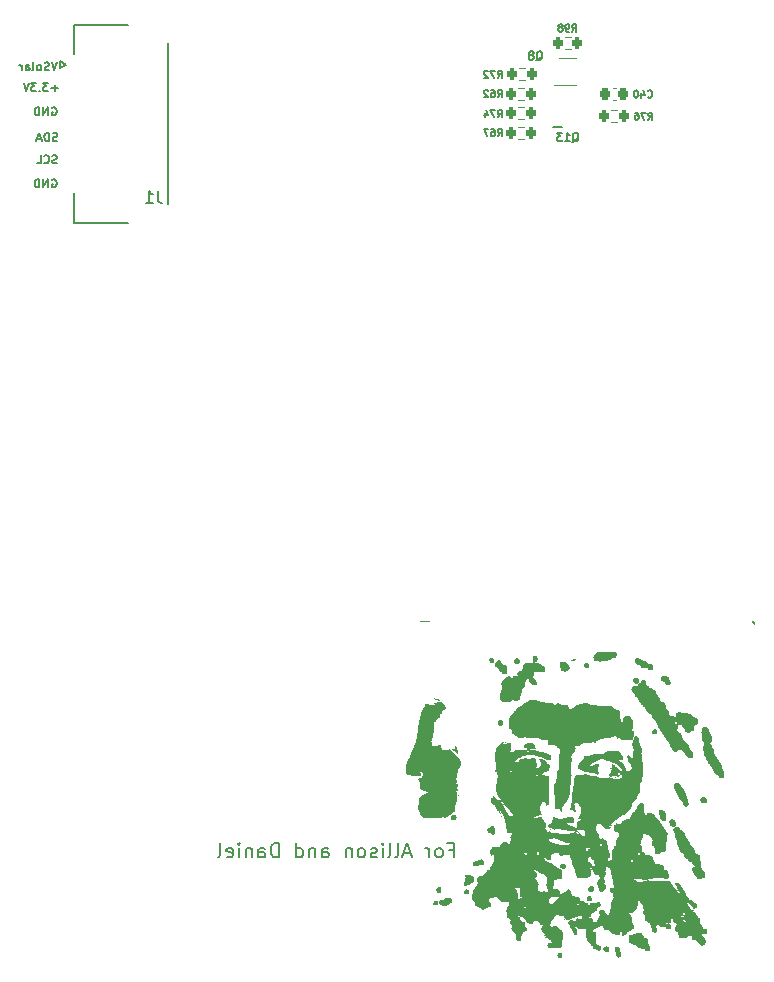
<source format=gbo>
%TF.GenerationSoftware,KiCad,Pcbnew,(6.0.5)*%
%TF.CreationDate,2022-07-09T16:24:38-07:00*%
%TF.ProjectId,solar-panel-side-X-minus,736f6c61-722d-4706-916e-656c2d736964,rev?*%
%TF.SameCoordinates,Original*%
%TF.FileFunction,Legend,Bot*%
%TF.FilePolarity,Positive*%
%FSLAX46Y46*%
G04 Gerber Fmt 4.6, Leading zero omitted, Abs format (unit mm)*
G04 Created by KiCad (PCBNEW (6.0.5)) date 2022-07-09 16:24:38*
%MOMM*%
%LPD*%
G01*
G04 APERTURE LIST*
G04 Aperture macros list*
%AMRoundRect*
0 Rectangle with rounded corners*
0 $1 Rounding radius*
0 $2 $3 $4 $5 $6 $7 $8 $9 X,Y pos of 4 corners*
0 Add a 4 corners polygon primitive as box body*
4,1,4,$2,$3,$4,$5,$6,$7,$8,$9,$2,$3,0*
0 Add four circle primitives for the rounded corners*
1,1,$1+$1,$2,$3*
1,1,$1+$1,$4,$5*
1,1,$1+$1,$6,$7*
1,1,$1+$1,$8,$9*
0 Add four rect primitives between the rounded corners*
20,1,$1+$1,$2,$3,$4,$5,0*
20,1,$1+$1,$4,$5,$6,$7,0*
20,1,$1+$1,$6,$7,$8,$9,0*
20,1,$1+$1,$8,$9,$2,$3,0*%
G04 Aperture macros list end*
%ADD10C,0.150000*%
%ADD11C,0.127000*%
%ADD12C,0.120000*%
%ADD13C,0.200000*%
%ADD14C,0.010000*%
%ADD15C,3.000000*%
%ADD16C,2.600000*%
%ADD17C,3.800000*%
%ADD18RoundRect,0.225000X-0.225000X-0.250000X0.225000X-0.250000X0.225000X0.250000X-0.225000X0.250000X0*%
%ADD19R,0.650000X0.400000*%
%ADD20R,0.600000X0.400000*%
%ADD21RoundRect,0.200000X-0.200000X-0.275000X0.200000X-0.275000X0.200000X0.275000X-0.200000X0.275000X0*%
%ADD22RoundRect,0.200000X0.200000X0.275000X-0.200000X0.275000X-0.200000X-0.275000X0.200000X-0.275000X0*%
G04 APERTURE END LIST*
D10*
X118770333Y-57054000D02*
X118837000Y-57020666D01*
X118937000Y-57020666D01*
X119037000Y-57054000D01*
X119103666Y-57120666D01*
X119137000Y-57187333D01*
X119170333Y-57320666D01*
X119170333Y-57420666D01*
X119137000Y-57554000D01*
X119103666Y-57620666D01*
X119037000Y-57687333D01*
X118937000Y-57720666D01*
X118870333Y-57720666D01*
X118770333Y-57687333D01*
X118737000Y-57654000D01*
X118737000Y-57420666D01*
X118870333Y-57420666D01*
X118437000Y-57720666D02*
X118437000Y-57020666D01*
X118037000Y-57720666D01*
X118037000Y-57020666D01*
X117703666Y-57720666D02*
X117703666Y-57020666D01*
X117537000Y-57020666D01*
X117437000Y-57054000D01*
X117370333Y-57120666D01*
X117337000Y-57187333D01*
X117303666Y-57320666D01*
X117303666Y-57420666D01*
X117337000Y-57554000D01*
X117370333Y-57620666D01*
X117437000Y-57687333D01*
X117537000Y-57720666D01*
X117703666Y-57720666D01*
X119214000Y-59846333D02*
X119114000Y-59879666D01*
X118947333Y-59879666D01*
X118880666Y-59846333D01*
X118847333Y-59813000D01*
X118814000Y-59746333D01*
X118814000Y-59679666D01*
X118847333Y-59613000D01*
X118880666Y-59579666D01*
X118947333Y-59546333D01*
X119080666Y-59513000D01*
X119147333Y-59479666D01*
X119180666Y-59446333D01*
X119214000Y-59379666D01*
X119214000Y-59313000D01*
X119180666Y-59246333D01*
X119147333Y-59213000D01*
X119080666Y-59179666D01*
X118914000Y-59179666D01*
X118814000Y-59213000D01*
X118514000Y-59879666D02*
X118514000Y-59179666D01*
X118347333Y-59179666D01*
X118247333Y-59213000D01*
X118180666Y-59279666D01*
X118147333Y-59346333D01*
X118114000Y-59479666D01*
X118114000Y-59579666D01*
X118147333Y-59713000D01*
X118180666Y-59779666D01*
X118247333Y-59846333D01*
X118347333Y-59879666D01*
X118514000Y-59879666D01*
X117847333Y-59679666D02*
X117514000Y-59679666D01*
X117914000Y-59879666D02*
X117680666Y-59179666D01*
X117447333Y-59879666D01*
X152422857Y-119914285D02*
X152822857Y-119914285D01*
X152822857Y-120542857D02*
X152822857Y-119342857D01*
X152251428Y-119342857D01*
X151622857Y-120542857D02*
X151737142Y-120485714D01*
X151794285Y-120428571D01*
X151851428Y-120314285D01*
X151851428Y-119971428D01*
X151794285Y-119857142D01*
X151737142Y-119800000D01*
X151622857Y-119742857D01*
X151451428Y-119742857D01*
X151337142Y-119800000D01*
X151280000Y-119857142D01*
X151222857Y-119971428D01*
X151222857Y-120314285D01*
X151280000Y-120428571D01*
X151337142Y-120485714D01*
X151451428Y-120542857D01*
X151622857Y-120542857D01*
X150708571Y-120542857D02*
X150708571Y-119742857D01*
X150708571Y-119971428D02*
X150651428Y-119857142D01*
X150594285Y-119800000D01*
X150480000Y-119742857D01*
X150365714Y-119742857D01*
X149108571Y-120200000D02*
X148537142Y-120200000D01*
X149222857Y-120542857D02*
X148822857Y-119342857D01*
X148422857Y-120542857D01*
X147851428Y-120542857D02*
X147965714Y-120485714D01*
X148022857Y-120371428D01*
X148022857Y-119342857D01*
X147222857Y-120542857D02*
X147337142Y-120485714D01*
X147394285Y-120371428D01*
X147394285Y-119342857D01*
X146765714Y-120542857D02*
X146765714Y-119742857D01*
X146765714Y-119342857D02*
X146822857Y-119400000D01*
X146765714Y-119457142D01*
X146708571Y-119400000D01*
X146765714Y-119342857D01*
X146765714Y-119457142D01*
X146251428Y-120485714D02*
X146137142Y-120542857D01*
X145908571Y-120542857D01*
X145794285Y-120485714D01*
X145737142Y-120371428D01*
X145737142Y-120314285D01*
X145794285Y-120200000D01*
X145908571Y-120142857D01*
X146080000Y-120142857D01*
X146194285Y-120085714D01*
X146251428Y-119971428D01*
X146251428Y-119914285D01*
X146194285Y-119800000D01*
X146080000Y-119742857D01*
X145908571Y-119742857D01*
X145794285Y-119800000D01*
X145051428Y-120542857D02*
X145165714Y-120485714D01*
X145222857Y-120428571D01*
X145280000Y-120314285D01*
X145280000Y-119971428D01*
X145222857Y-119857142D01*
X145165714Y-119800000D01*
X145051428Y-119742857D01*
X144880000Y-119742857D01*
X144765714Y-119800000D01*
X144708571Y-119857142D01*
X144651428Y-119971428D01*
X144651428Y-120314285D01*
X144708571Y-120428571D01*
X144765714Y-120485714D01*
X144880000Y-120542857D01*
X145051428Y-120542857D01*
X144137142Y-119742857D02*
X144137142Y-120542857D01*
X144137142Y-119857142D02*
X144080000Y-119800000D01*
X143965714Y-119742857D01*
X143794285Y-119742857D01*
X143680000Y-119800000D01*
X143622857Y-119914285D01*
X143622857Y-120542857D01*
X141622857Y-120542857D02*
X141622857Y-119914285D01*
X141680000Y-119800000D01*
X141794285Y-119742857D01*
X142022857Y-119742857D01*
X142137142Y-119800000D01*
X141622857Y-120485714D02*
X141737142Y-120542857D01*
X142022857Y-120542857D01*
X142137142Y-120485714D01*
X142194285Y-120371428D01*
X142194285Y-120257142D01*
X142137142Y-120142857D01*
X142022857Y-120085714D01*
X141737142Y-120085714D01*
X141622857Y-120028571D01*
X141051428Y-119742857D02*
X141051428Y-120542857D01*
X141051428Y-119857142D02*
X140994285Y-119800000D01*
X140880000Y-119742857D01*
X140708571Y-119742857D01*
X140594285Y-119800000D01*
X140537142Y-119914285D01*
X140537142Y-120542857D01*
X139451428Y-120542857D02*
X139451428Y-119342857D01*
X139451428Y-120485714D02*
X139565714Y-120542857D01*
X139794285Y-120542857D01*
X139908571Y-120485714D01*
X139965714Y-120428571D01*
X140022857Y-120314285D01*
X140022857Y-119971428D01*
X139965714Y-119857142D01*
X139908571Y-119800000D01*
X139794285Y-119742857D01*
X139565714Y-119742857D01*
X139451428Y-119800000D01*
X137965714Y-120542857D02*
X137965714Y-119342857D01*
X137680000Y-119342857D01*
X137508571Y-119400000D01*
X137394285Y-119514285D01*
X137337142Y-119628571D01*
X137280000Y-119857142D01*
X137280000Y-120028571D01*
X137337142Y-120257142D01*
X137394285Y-120371428D01*
X137508571Y-120485714D01*
X137680000Y-120542857D01*
X137965714Y-120542857D01*
X136251428Y-120542857D02*
X136251428Y-119914285D01*
X136308571Y-119800000D01*
X136422857Y-119742857D01*
X136651428Y-119742857D01*
X136765714Y-119800000D01*
X136251428Y-120485714D02*
X136365714Y-120542857D01*
X136651428Y-120542857D01*
X136765714Y-120485714D01*
X136822857Y-120371428D01*
X136822857Y-120257142D01*
X136765714Y-120142857D01*
X136651428Y-120085714D01*
X136365714Y-120085714D01*
X136251428Y-120028571D01*
X135680000Y-119742857D02*
X135680000Y-120542857D01*
X135680000Y-119857142D02*
X135622857Y-119800000D01*
X135508571Y-119742857D01*
X135337142Y-119742857D01*
X135222857Y-119800000D01*
X135165714Y-119914285D01*
X135165714Y-120542857D01*
X134594285Y-120542857D02*
X134594285Y-119742857D01*
X134594285Y-119342857D02*
X134651428Y-119400000D01*
X134594285Y-119457142D01*
X134537142Y-119400000D01*
X134594285Y-119342857D01*
X134594285Y-119457142D01*
X133565714Y-120485714D02*
X133680000Y-120542857D01*
X133908571Y-120542857D01*
X134022857Y-120485714D01*
X134080000Y-120371428D01*
X134080000Y-119914285D01*
X134022857Y-119800000D01*
X133908571Y-119742857D01*
X133680000Y-119742857D01*
X133565714Y-119800000D01*
X133508571Y-119914285D01*
X133508571Y-120028571D01*
X134080000Y-120142857D01*
X132822857Y-120542857D02*
X132937142Y-120485714D01*
X132994285Y-120371428D01*
X132994285Y-119342857D01*
X119202000Y-53210666D02*
X118968666Y-53910666D01*
X118735333Y-53210666D01*
X118535333Y-53877333D02*
X118435333Y-53910666D01*
X118268666Y-53910666D01*
X118202000Y-53877333D01*
X118168666Y-53844000D01*
X118135333Y-53777333D01*
X118135333Y-53710666D01*
X118168666Y-53644000D01*
X118202000Y-53610666D01*
X118268666Y-53577333D01*
X118402000Y-53544000D01*
X118468666Y-53510666D01*
X118502000Y-53477333D01*
X118535333Y-53410666D01*
X118535333Y-53344000D01*
X118502000Y-53277333D01*
X118468666Y-53244000D01*
X118402000Y-53210666D01*
X118235333Y-53210666D01*
X118135333Y-53244000D01*
X117735333Y-53910666D02*
X117802000Y-53877333D01*
X117835333Y-53844000D01*
X117868666Y-53777333D01*
X117868666Y-53577333D01*
X117835333Y-53510666D01*
X117802000Y-53477333D01*
X117735333Y-53444000D01*
X117635333Y-53444000D01*
X117568666Y-53477333D01*
X117535333Y-53510666D01*
X117502000Y-53577333D01*
X117502000Y-53777333D01*
X117535333Y-53844000D01*
X117568666Y-53877333D01*
X117635333Y-53910666D01*
X117735333Y-53910666D01*
X117102000Y-53910666D02*
X117168666Y-53877333D01*
X117202000Y-53810666D01*
X117202000Y-53210666D01*
X116535333Y-53910666D02*
X116535333Y-53544000D01*
X116568666Y-53477333D01*
X116635333Y-53444000D01*
X116768666Y-53444000D01*
X116835333Y-53477333D01*
X116535333Y-53877333D02*
X116602000Y-53910666D01*
X116768666Y-53910666D01*
X116835333Y-53877333D01*
X116868666Y-53810666D01*
X116868666Y-53744000D01*
X116835333Y-53677333D01*
X116768666Y-53644000D01*
X116602000Y-53644000D01*
X116535333Y-53610666D01*
X116202000Y-53910666D02*
X116202000Y-53444000D01*
X116202000Y-53577333D02*
X116168666Y-53510666D01*
X116135333Y-53477333D01*
X116068666Y-53444000D01*
X116002000Y-53444000D01*
X119197333Y-61751333D02*
X119097333Y-61784666D01*
X118930666Y-61784666D01*
X118864000Y-61751333D01*
X118830666Y-61718000D01*
X118797333Y-61651333D01*
X118797333Y-61584666D01*
X118830666Y-61518000D01*
X118864000Y-61484666D01*
X118930666Y-61451333D01*
X119064000Y-61418000D01*
X119130666Y-61384666D01*
X119164000Y-61351333D01*
X119197333Y-61284666D01*
X119197333Y-61218000D01*
X119164000Y-61151333D01*
X119130666Y-61118000D01*
X119064000Y-61084666D01*
X118897333Y-61084666D01*
X118797333Y-61118000D01*
X118097333Y-61718000D02*
X118130666Y-61751333D01*
X118230666Y-61784666D01*
X118297333Y-61784666D01*
X118397333Y-61751333D01*
X118464000Y-61684666D01*
X118497333Y-61618000D01*
X118530666Y-61484666D01*
X118530666Y-61384666D01*
X118497333Y-61251333D01*
X118464000Y-61184666D01*
X118397333Y-61118000D01*
X118297333Y-61084666D01*
X118230666Y-61084666D01*
X118130666Y-61118000D01*
X118097333Y-61151333D01*
X117464000Y-61784666D02*
X117797333Y-61784666D01*
X117797333Y-61084666D01*
X119256000Y-55422000D02*
X118722666Y-55422000D01*
X118989333Y-55688666D02*
X118989333Y-55155333D01*
X118456000Y-54988666D02*
X118022666Y-54988666D01*
X118256000Y-55255333D01*
X118156000Y-55255333D01*
X118089333Y-55288666D01*
X118056000Y-55322000D01*
X118022666Y-55388666D01*
X118022666Y-55555333D01*
X118056000Y-55622000D01*
X118089333Y-55655333D01*
X118156000Y-55688666D01*
X118356000Y-55688666D01*
X118422666Y-55655333D01*
X118456000Y-55622000D01*
X117722666Y-55622000D02*
X117689333Y-55655333D01*
X117722666Y-55688666D01*
X117756000Y-55655333D01*
X117722666Y-55622000D01*
X117722666Y-55688666D01*
X117456000Y-54988666D02*
X117022666Y-54988666D01*
X117256000Y-55255333D01*
X117156000Y-55255333D01*
X117089333Y-55288666D01*
X117056000Y-55322000D01*
X117022666Y-55388666D01*
X117022666Y-55555333D01*
X117056000Y-55622000D01*
X117089333Y-55655333D01*
X117156000Y-55688666D01*
X117356000Y-55688666D01*
X117422666Y-55655333D01*
X117456000Y-55622000D01*
X116822666Y-54988666D02*
X116589333Y-55688666D01*
X116356000Y-54988666D01*
X118770333Y-63150000D02*
X118837000Y-63116666D01*
X118937000Y-63116666D01*
X119037000Y-63150000D01*
X119103666Y-63216666D01*
X119137000Y-63283333D01*
X119170333Y-63416666D01*
X119170333Y-63516666D01*
X119137000Y-63650000D01*
X119103666Y-63716666D01*
X119037000Y-63783333D01*
X118937000Y-63816666D01*
X118870333Y-63816666D01*
X118770333Y-63783333D01*
X118737000Y-63750000D01*
X118737000Y-63516666D01*
X118870333Y-63516666D01*
X118437000Y-63816666D02*
X118437000Y-63116666D01*
X118037000Y-63816666D01*
X118037000Y-63116666D01*
X117703666Y-63816666D02*
X117703666Y-63116666D01*
X117537000Y-63116666D01*
X117437000Y-63150000D01*
X117370333Y-63216666D01*
X117337000Y-63283333D01*
X117303666Y-63416666D01*
X117303666Y-63516666D01*
X117337000Y-63650000D01*
X117370333Y-63716666D01*
X117437000Y-63783333D01*
X117537000Y-63816666D01*
X117703666Y-63816666D01*
X127714333Y-64095380D02*
X127714333Y-64809666D01*
X127761952Y-64952523D01*
X127857190Y-65047761D01*
X128000047Y-65095380D01*
X128095285Y-65095380D01*
X126714333Y-65095380D02*
X127285761Y-65095380D01*
X127000047Y-65095380D02*
X127000047Y-64095380D01*
X127095285Y-64238238D01*
X127190523Y-64333476D01*
X127285761Y-64381095D01*
X169194114Y-56145085D02*
X169222685Y-56173657D01*
X169308400Y-56202228D01*
X169365542Y-56202228D01*
X169451257Y-56173657D01*
X169508400Y-56116514D01*
X169536971Y-56059371D01*
X169565542Y-55945085D01*
X169565542Y-55859371D01*
X169536971Y-55745085D01*
X169508400Y-55687942D01*
X169451257Y-55630800D01*
X169365542Y-55602228D01*
X169308400Y-55602228D01*
X169222685Y-55630800D01*
X169194114Y-55659371D01*
X168679828Y-55802228D02*
X168679828Y-56202228D01*
X168822685Y-55573657D02*
X168965542Y-56002228D01*
X168594114Y-56002228D01*
X168251257Y-55602228D02*
X168194114Y-55602228D01*
X168136971Y-55630800D01*
X168108400Y-55659371D01*
X168079828Y-55716514D01*
X168051257Y-55830800D01*
X168051257Y-55973657D01*
X168079828Y-56087942D01*
X168108400Y-56145085D01*
X168136971Y-56173657D01*
X168194114Y-56202228D01*
X168251257Y-56202228D01*
X168308400Y-56173657D01*
X168336971Y-56145085D01*
X168365542Y-56087942D01*
X168394114Y-55973657D01*
X168394114Y-55830800D01*
X168365542Y-55716514D01*
X168336971Y-55659371D01*
X168308400Y-55630800D01*
X168251257Y-55602228D01*
X159781866Y-53062933D02*
X159848533Y-53029600D01*
X159915200Y-52962933D01*
X160015200Y-52862933D01*
X160081866Y-52829600D01*
X160148533Y-52829600D01*
X160115200Y-52996266D02*
X160181866Y-52962933D01*
X160248533Y-52896266D01*
X160281866Y-52762933D01*
X160281866Y-52529600D01*
X160248533Y-52396266D01*
X160181866Y-52329600D01*
X160115200Y-52296266D01*
X159981866Y-52296266D01*
X159915200Y-52329600D01*
X159848533Y-52396266D01*
X159815200Y-52529600D01*
X159815200Y-52762933D01*
X159848533Y-52896266D01*
X159915200Y-52962933D01*
X159981866Y-52996266D01*
X160115200Y-52996266D01*
X159415200Y-52596266D02*
X159481866Y-52562933D01*
X159515200Y-52529600D01*
X159548533Y-52462933D01*
X159548533Y-52429600D01*
X159515200Y-52362933D01*
X159481866Y-52329600D01*
X159415200Y-52296266D01*
X159281866Y-52296266D01*
X159215200Y-52329600D01*
X159181866Y-52362933D01*
X159148533Y-52429600D01*
X159148533Y-52462933D01*
X159181866Y-52529600D01*
X159215200Y-52562933D01*
X159281866Y-52596266D01*
X159415200Y-52596266D01*
X159481866Y-52629600D01*
X159515200Y-52662933D01*
X159548533Y-52729600D01*
X159548533Y-52862933D01*
X159515200Y-52929600D01*
X159481866Y-52962933D01*
X159415200Y-52996266D01*
X159281866Y-52996266D01*
X159215200Y-52962933D01*
X159181866Y-52929600D01*
X159148533Y-52862933D01*
X159148533Y-52729600D01*
X159181866Y-52662933D01*
X159215200Y-52629600D01*
X159281866Y-52596266D01*
D11*
X162833000Y-59974333D02*
X162899666Y-59941000D01*
X162966333Y-59874333D01*
X163066333Y-59774333D01*
X163133000Y-59741000D01*
X163199666Y-59741000D01*
X163166333Y-59907666D02*
X163233000Y-59874333D01*
X163299666Y-59807666D01*
X163333000Y-59674333D01*
X163333000Y-59441000D01*
X163299666Y-59307666D01*
X163233000Y-59241000D01*
X163166333Y-59207666D01*
X163033000Y-59207666D01*
X162966333Y-59241000D01*
X162899666Y-59307666D01*
X162866333Y-59441000D01*
X162866333Y-59674333D01*
X162899666Y-59807666D01*
X162966333Y-59874333D01*
X163033000Y-59907666D01*
X163166333Y-59907666D01*
X162199666Y-59907666D02*
X162599666Y-59907666D01*
X162399666Y-59907666D02*
X162399666Y-59207666D01*
X162466333Y-59307666D01*
X162533000Y-59374333D01*
X162599666Y-59407666D01*
X161966333Y-59207666D02*
X161533000Y-59207666D01*
X161766333Y-59474333D01*
X161666333Y-59474333D01*
X161599666Y-59507666D01*
X161566333Y-59541000D01*
X161533000Y-59607666D01*
X161533000Y-59774333D01*
X161566333Y-59841000D01*
X161599666Y-59874333D01*
X161666333Y-59907666D01*
X161866333Y-59907666D01*
X161933000Y-59874333D01*
X161966333Y-59841000D01*
D10*
X156494114Y-56151428D02*
X156694114Y-55865714D01*
X156836971Y-56151428D02*
X156836971Y-55551428D01*
X156608400Y-55551428D01*
X156551257Y-55580000D01*
X156522685Y-55608571D01*
X156494114Y-55665714D01*
X156494114Y-55751428D01*
X156522685Y-55808571D01*
X156551257Y-55837142D01*
X156608400Y-55865714D01*
X156836971Y-55865714D01*
X155979828Y-55551428D02*
X156094114Y-55551428D01*
X156151257Y-55580000D01*
X156179828Y-55608571D01*
X156236971Y-55694285D01*
X156265542Y-55808571D01*
X156265542Y-56037142D01*
X156236971Y-56094285D01*
X156208400Y-56122857D01*
X156151257Y-56151428D01*
X156036971Y-56151428D01*
X155979828Y-56122857D01*
X155951257Y-56094285D01*
X155922685Y-56037142D01*
X155922685Y-55894285D01*
X155951257Y-55837142D01*
X155979828Y-55808571D01*
X156036971Y-55780000D01*
X156151257Y-55780000D01*
X156208400Y-55808571D01*
X156236971Y-55837142D01*
X156265542Y-55894285D01*
X155694114Y-55608571D02*
X155665542Y-55580000D01*
X155608400Y-55551428D01*
X155465542Y-55551428D01*
X155408400Y-55580000D01*
X155379828Y-55608571D01*
X155351257Y-55665714D01*
X155351257Y-55722857D01*
X155379828Y-55808571D01*
X155722685Y-56151428D01*
X155351257Y-56151428D01*
X156494114Y-59453428D02*
X156694114Y-59167714D01*
X156836971Y-59453428D02*
X156836971Y-58853428D01*
X156608400Y-58853428D01*
X156551257Y-58882000D01*
X156522685Y-58910571D01*
X156494114Y-58967714D01*
X156494114Y-59053428D01*
X156522685Y-59110571D01*
X156551257Y-59139142D01*
X156608400Y-59167714D01*
X156836971Y-59167714D01*
X155979828Y-58853428D02*
X156094114Y-58853428D01*
X156151257Y-58882000D01*
X156179828Y-58910571D01*
X156236971Y-58996285D01*
X156265542Y-59110571D01*
X156265542Y-59339142D01*
X156236971Y-59396285D01*
X156208400Y-59424857D01*
X156151257Y-59453428D01*
X156036971Y-59453428D01*
X155979828Y-59424857D01*
X155951257Y-59396285D01*
X155922685Y-59339142D01*
X155922685Y-59196285D01*
X155951257Y-59139142D01*
X155979828Y-59110571D01*
X156036971Y-59082000D01*
X156151257Y-59082000D01*
X156208400Y-59110571D01*
X156236971Y-59139142D01*
X156265542Y-59196285D01*
X155722685Y-58853428D02*
X155322685Y-58853428D01*
X155579828Y-59453428D01*
X156494114Y-54525828D02*
X156694114Y-54240114D01*
X156836971Y-54525828D02*
X156836971Y-53925828D01*
X156608400Y-53925828D01*
X156551257Y-53954400D01*
X156522685Y-53982971D01*
X156494114Y-54040114D01*
X156494114Y-54125828D01*
X156522685Y-54182971D01*
X156551257Y-54211542D01*
X156608400Y-54240114D01*
X156836971Y-54240114D01*
X156294114Y-53925828D02*
X155894114Y-53925828D01*
X156151257Y-54525828D01*
X155694114Y-53982971D02*
X155665542Y-53954400D01*
X155608400Y-53925828D01*
X155465542Y-53925828D01*
X155408400Y-53954400D01*
X155379828Y-53982971D01*
X155351257Y-54040114D01*
X155351257Y-54097257D01*
X155379828Y-54182971D01*
X155722685Y-54525828D01*
X155351257Y-54525828D01*
X156494114Y-57878628D02*
X156694114Y-57592914D01*
X156836971Y-57878628D02*
X156836971Y-57278628D01*
X156608400Y-57278628D01*
X156551257Y-57307200D01*
X156522685Y-57335771D01*
X156494114Y-57392914D01*
X156494114Y-57478628D01*
X156522685Y-57535771D01*
X156551257Y-57564342D01*
X156608400Y-57592914D01*
X156836971Y-57592914D01*
X156294114Y-57278628D02*
X155894114Y-57278628D01*
X156151257Y-57878628D01*
X155408400Y-57478628D02*
X155408400Y-57878628D01*
X155551257Y-57250057D02*
X155694114Y-57678628D01*
X155322685Y-57678628D01*
X169244914Y-58081828D02*
X169444914Y-57796114D01*
X169587771Y-58081828D02*
X169587771Y-57481828D01*
X169359200Y-57481828D01*
X169302057Y-57510400D01*
X169273485Y-57538971D01*
X169244914Y-57596114D01*
X169244914Y-57681828D01*
X169273485Y-57738971D01*
X169302057Y-57767542D01*
X169359200Y-57796114D01*
X169587771Y-57796114D01*
X169044914Y-57481828D02*
X168644914Y-57481828D01*
X168902057Y-58081828D01*
X168159200Y-57481828D02*
X168273485Y-57481828D01*
X168330628Y-57510400D01*
X168359200Y-57538971D01*
X168416342Y-57624685D01*
X168444914Y-57738971D01*
X168444914Y-57967542D01*
X168416342Y-58024685D01*
X168387771Y-58053257D01*
X168330628Y-58081828D01*
X168216342Y-58081828D01*
X168159200Y-58053257D01*
X168130628Y-58024685D01*
X168102057Y-57967542D01*
X168102057Y-57824685D01*
X168130628Y-57767542D01*
X168159200Y-57738971D01*
X168216342Y-57710400D01*
X168330628Y-57710400D01*
X168387771Y-57738971D01*
X168416342Y-57767542D01*
X168444914Y-57824685D01*
X162793314Y-50614228D02*
X162993314Y-50328514D01*
X163136171Y-50614228D02*
X163136171Y-50014228D01*
X162907600Y-50014228D01*
X162850457Y-50042800D01*
X162821885Y-50071371D01*
X162793314Y-50128514D01*
X162793314Y-50214228D01*
X162821885Y-50271371D01*
X162850457Y-50299942D01*
X162907600Y-50328514D01*
X163136171Y-50328514D01*
X162507600Y-50614228D02*
X162393314Y-50614228D01*
X162336171Y-50585657D01*
X162307600Y-50557085D01*
X162250457Y-50471371D01*
X162221885Y-50357085D01*
X162221885Y-50128514D01*
X162250457Y-50071371D01*
X162279028Y-50042800D01*
X162336171Y-50014228D01*
X162450457Y-50014228D01*
X162507600Y-50042800D01*
X162536171Y-50071371D01*
X162564742Y-50128514D01*
X162564742Y-50271371D01*
X162536171Y-50328514D01*
X162507600Y-50357085D01*
X162450457Y-50385657D01*
X162336171Y-50385657D01*
X162279028Y-50357085D01*
X162250457Y-50328514D01*
X162221885Y-50271371D01*
X161879028Y-50271371D02*
X161936171Y-50242800D01*
X161964742Y-50214228D01*
X161993314Y-50157085D01*
X161993314Y-50128514D01*
X161964742Y-50071371D01*
X161936171Y-50042800D01*
X161879028Y-50014228D01*
X161764742Y-50014228D01*
X161707600Y-50042800D01*
X161679028Y-50071371D01*
X161650457Y-50128514D01*
X161650457Y-50157085D01*
X161679028Y-50214228D01*
X161707600Y-50242800D01*
X161764742Y-50271371D01*
X161879028Y-50271371D01*
X161936171Y-50299942D01*
X161964742Y-50328514D01*
X161993314Y-50385657D01*
X161993314Y-50499942D01*
X161964742Y-50557085D01*
X161936171Y-50585657D01*
X161879028Y-50614228D01*
X161764742Y-50614228D01*
X161707600Y-50585657D01*
X161679028Y-50557085D01*
X161650457Y-50499942D01*
X161650457Y-50385657D01*
X161679028Y-50328514D01*
X161707600Y-50299942D01*
X161764742Y-50271371D01*
D11*
X125225000Y-50045000D02*
X120600000Y-50045000D01*
X119455000Y-53720000D02*
X119955000Y-53420000D01*
X128550000Y-51620000D02*
X128550000Y-65220000D01*
X119455000Y-53120000D02*
X119455000Y-53720000D01*
X120600000Y-66795000D02*
X125225000Y-66795000D01*
X120600000Y-64320000D02*
X120600000Y-66795000D01*
X119955000Y-53420000D02*
X119455000Y-53120000D01*
X120600000Y-50045000D02*
X120600000Y-52520000D01*
D12*
X166229420Y-56390000D02*
X166510580Y-56390000D01*
X166229420Y-55370000D02*
X166510580Y-55370000D01*
X163133000Y-55135000D02*
X161233000Y-55135000D01*
X161733000Y-52815000D02*
X163133000Y-52815000D01*
D13*
X161193000Y-58731000D02*
X161933000Y-58731000D01*
D12*
X158258742Y-55357500D02*
X158733258Y-55357500D01*
X158258742Y-56402500D02*
X158733258Y-56402500D01*
X158258742Y-59704500D02*
X158733258Y-59704500D01*
X158258742Y-58659500D02*
X158733258Y-58659500D01*
X158796258Y-53706500D02*
X158321742Y-53706500D01*
X158796258Y-54751500D02*
X158321742Y-54751500D01*
X158258742Y-57008500D02*
X158733258Y-57008500D01*
X158258742Y-58053500D02*
X158733258Y-58053500D01*
X166607258Y-57262500D02*
X166132742Y-57262500D01*
X166607258Y-58307500D02*
X166132742Y-58307500D01*
X162670258Y-51039500D02*
X162195742Y-51039500D01*
X162670258Y-52084500D02*
X162195742Y-52084500D01*
G36*
X156679337Y-116633206D02*
G01*
X156730884Y-116715157D01*
X156734368Y-116722450D01*
X156768033Y-116801729D01*
X156763248Y-116835261D01*
X156717809Y-116844918D01*
X156672687Y-116838351D01*
X156667611Y-116792095D01*
X156674200Y-116764237D01*
X156655550Y-116755084D01*
X156636153Y-116760911D01*
X156605186Y-116733917D01*
X156598777Y-116678502D01*
X156625012Y-116628248D01*
X156634228Y-116622178D01*
X156679337Y-116633206D01*
G37*
G36*
X153418478Y-112939540D02*
G01*
X153399000Y-112959018D01*
X153379521Y-112939540D01*
X153399000Y-112920061D01*
X153418478Y-112939540D01*
G37*
G36*
X159768248Y-103466715D02*
G01*
X159838601Y-103500245D01*
X159859648Y-103537712D01*
X159879978Y-103640090D01*
X159883247Y-103765243D01*
X159869454Y-103880240D01*
X159838601Y-103952147D01*
X159799320Y-103976389D01*
X159695971Y-103996772D01*
X159583835Y-103988692D01*
X159503570Y-103952147D01*
X159482523Y-103914680D01*
X159462193Y-103812302D01*
X159458924Y-103687149D01*
X159472717Y-103572152D01*
X159503570Y-103500245D01*
X159570213Y-103467751D01*
X159671086Y-103453497D01*
X159768248Y-103466715D01*
G37*
G36*
X152297464Y-123964785D02*
G01*
X152402274Y-123978307D01*
X152529823Y-124007436D01*
X152601541Y-124053916D01*
X152631408Y-124129437D01*
X152633407Y-124245692D01*
X152633084Y-124251799D01*
X152622224Y-124355246D01*
X152598811Y-124398675D01*
X152554009Y-124399166D01*
X152512408Y-124396861D01*
X152483509Y-124435518D01*
X152478096Y-124459331D01*
X152429389Y-124490306D01*
X152365723Y-124512098D01*
X152283300Y-124567293D01*
X152249925Y-124592056D01*
X152152857Y-124628386D01*
X152016024Y-124629154D01*
X151977367Y-124625946D01*
X151841181Y-124616206D01*
X151733586Y-124610604D01*
X151661208Y-124596041D01*
X151626454Y-124549965D01*
X151618277Y-124521161D01*
X151568018Y-124515176D01*
X151538784Y-124518797D01*
X151515817Y-124481930D01*
X151509583Y-124382373D01*
X151513842Y-124307505D01*
X151552842Y-124199823D01*
X151639603Y-124149865D01*
X151782655Y-124150385D01*
X151876404Y-124158684D01*
X151926035Y-124145201D01*
X151938110Y-124101799D01*
X151948927Y-124038284D01*
X152006165Y-123979349D01*
X152119701Y-123955857D01*
X152297464Y-123964785D01*
G37*
G36*
X162516300Y-107827672D02*
G01*
X162556938Y-107929051D01*
X162628354Y-107981969D01*
X162728555Y-107964459D01*
X162860751Y-107876982D01*
X162932197Y-107820714D01*
X163015822Y-107761676D01*
X163061294Y-107738773D01*
X163096356Y-107725030D01*
X163162312Y-107676201D01*
X163192711Y-107658475D01*
X163292737Y-107621806D01*
X163436578Y-107580481D01*
X163603565Y-107539438D01*
X163773026Y-107503613D01*
X163924294Y-107477944D01*
X164036698Y-107467367D01*
X164057660Y-107468813D01*
X164155857Y-107493447D01*
X164270440Y-107539157D01*
X164271894Y-107539848D01*
X164484599Y-107614020D01*
X164763575Y-107665634D01*
X165111702Y-107695063D01*
X165531856Y-107702681D01*
X166094467Y-107698787D01*
X166240538Y-107816172D01*
X166288727Y-107853243D01*
X166374806Y-107910854D01*
X166426665Y-107933558D01*
X166445833Y-107937485D01*
X166524257Y-107970286D01*
X166629605Y-108024618D01*
X166735127Y-108086181D01*
X166814073Y-108140673D01*
X166838377Y-108174495D01*
X166851551Y-108259192D01*
X166842119Y-108402478D01*
X166837778Y-108443344D01*
X166832734Y-108565585D01*
X166850622Y-108648611D01*
X166896448Y-108721840D01*
X166952241Y-108827240D01*
X166980143Y-108952586D01*
X166990287Y-109071843D01*
X167011165Y-109199662D01*
X167023674Y-109243081D01*
X167036536Y-109243641D01*
X167049211Y-109180586D01*
X167064154Y-109046839D01*
X167072111Y-108974407D01*
X167096754Y-108838638D01*
X167135863Y-108743696D01*
X167198700Y-108663178D01*
X167243880Y-108617946D01*
X167308511Y-108574571D01*
X167388194Y-108561634D01*
X167513884Y-108569982D01*
X167548944Y-108573883D01*
X167710412Y-108608272D01*
X167803016Y-108664916D01*
X167832589Y-108747055D01*
X167848978Y-108796305D01*
X167910503Y-108859486D01*
X167928808Y-108872313D01*
X167959993Y-108910937D01*
X167978053Y-108975822D01*
X167986393Y-109084168D01*
X167988417Y-109253174D01*
X167988390Y-109275589D01*
X167984783Y-109444721D01*
X167972561Y-109558488D01*
X167948075Y-109637121D01*
X167907675Y-109700850D01*
X167904796Y-109704513D01*
X167855491Y-109771958D01*
X167854326Y-109798725D01*
X167899884Y-109803497D01*
X167941979Y-109809617D01*
X168019583Y-109850245D01*
X168020126Y-109850795D01*
X168055692Y-109930496D01*
X168064768Y-110044830D01*
X168048464Y-110157453D01*
X168007895Y-110232024D01*
X168007346Y-110232486D01*
X167966444Y-110304070D01*
X167949460Y-110407331D01*
X167948623Y-110440476D01*
X167929102Y-110528725D01*
X167873308Y-110583220D01*
X167767506Y-110612464D01*
X167597962Y-110624961D01*
X167512008Y-110626659D01*
X167260772Y-110611978D01*
X167063765Y-110563428D01*
X166907359Y-110478109D01*
X166876015Y-110455685D01*
X166807904Y-110415166D01*
X166780748Y-110412794D01*
X166768239Y-110414360D01*
X166728223Y-110369868D01*
X166687346Y-110330977D01*
X166625827Y-110328856D01*
X166599422Y-110359413D01*
X166639396Y-110395179D01*
X166672840Y-110420409D01*
X166702834Y-110473740D01*
X166680638Y-110483677D01*
X166624920Y-110446288D01*
X166574225Y-110384001D01*
X166547006Y-110308022D01*
X166527052Y-110259594D01*
X166449641Y-110245885D01*
X166378085Y-110265766D01*
X166351652Y-110329417D01*
X166345269Y-110370496D01*
X166322406Y-110364957D01*
X166287657Y-110335116D01*
X166206132Y-110300429D01*
X166198300Y-110298529D01*
X166135257Y-110299426D01*
X166118478Y-110352543D01*
X166110929Y-110394391D01*
X166075353Y-110426810D01*
X166056457Y-110418636D01*
X166054424Y-110368968D01*
X166053911Y-110326466D01*
X166000156Y-110270205D01*
X165953169Y-110251054D01*
X165928428Y-110273029D01*
X165922508Y-110357264D01*
X165920111Y-110421473D01*
X165908402Y-110450761D01*
X165881616Y-110417070D01*
X165852358Y-110378656D01*
X165802587Y-110348895D01*
X165787857Y-110353774D01*
X165789036Y-110368374D01*
X165791101Y-110393933D01*
X165796564Y-110406800D01*
X165771177Y-110424555D01*
X165679568Y-110416354D01*
X165656531Y-110412934D01*
X165561341Y-110413052D01*
X165518905Y-110449230D01*
X165487381Y-110493944D01*
X165439460Y-110496165D01*
X165412732Y-110436549D01*
X165411442Y-110418748D01*
X165404791Y-110392230D01*
X165389655Y-110440402D01*
X165355300Y-110491201D01*
X165274584Y-110493981D01*
X165204105Y-110493507D01*
X165132462Y-110548563D01*
X165097068Y-110592109D01*
X165045555Y-110621595D01*
X164992466Y-110630865D01*
X164902993Y-110669099D01*
X164826674Y-110720661D01*
X164794242Y-110767684D01*
X164791648Y-110781928D01*
X164748151Y-110812393D01*
X164675786Y-110808407D01*
X164606945Y-110769632D01*
X164571545Y-110743023D01*
X164565815Y-110757944D01*
X164560196Y-110772574D01*
X164558694Y-110781907D01*
X164533176Y-110796902D01*
X164511486Y-110809648D01*
X164394629Y-110812810D01*
X164363262Y-110811587D01*
X164235788Y-110816107D01*
X164138716Y-110832825D01*
X164066276Y-110849597D01*
X163937720Y-110870254D01*
X163789175Y-110888034D01*
X163738592Y-110893439D01*
X163607441Y-110914935D01*
X163530647Y-110945574D01*
X163489939Y-110991687D01*
X163441035Y-111083304D01*
X163399587Y-111142541D01*
X163371920Y-111144446D01*
X163347700Y-111096640D01*
X163323809Y-111046219D01*
X163285300Y-111035010D01*
X163208027Y-111068956D01*
X163162130Y-111089079D01*
X163108417Y-111112629D01*
X162982435Y-111153945D01*
X162865564Y-111182943D01*
X162992175Y-111196915D01*
X163049039Y-111205936D01*
X163105138Y-111238287D01*
X163117853Y-111303343D01*
X163118785Y-111308111D01*
X163109228Y-111367578D01*
X163082228Y-111382741D01*
X163074424Y-111381245D01*
X163049529Y-111419189D01*
X163033532Y-111507052D01*
X163022582Y-111586857D01*
X162990621Y-111645172D01*
X162924000Y-111667623D01*
X162862665Y-111682461D01*
X162790917Y-111743375D01*
X162778138Y-111809785D01*
X162768768Y-111858481D01*
X162760236Y-111913088D01*
X162730943Y-111946135D01*
X162723077Y-111951256D01*
X162722366Y-112005280D01*
X162748146Y-112100413D01*
X162753713Y-112116615D01*
X162782075Y-112255264D01*
X162762582Y-112382852D01*
X162748156Y-112460580D01*
X162734840Y-112602298D01*
X162725769Y-112781865D01*
X162722366Y-112978196D01*
X162720296Y-113160865D01*
X162714716Y-113318709D01*
X162706485Y-113432231D01*
X162696463Y-113484637D01*
X162683206Y-113530682D01*
X162672868Y-113636001D01*
X162668731Y-113774350D01*
X162670460Y-113923565D01*
X162677721Y-114061484D01*
X162690178Y-114165945D01*
X162707497Y-114214787D01*
X162725864Y-114231556D01*
X162702454Y-114244004D01*
X162698646Y-114244551D01*
X162674710Y-114284741D01*
X162661104Y-114392203D01*
X162657128Y-114572000D01*
X162656844Y-114617170D01*
X162649545Y-114775711D01*
X162634372Y-114905450D01*
X162613912Y-114981854D01*
X162590636Y-115040982D01*
X162589794Y-115096688D01*
X162598132Y-115160600D01*
X162576713Y-115274542D01*
X162531194Y-115418249D01*
X162469174Y-115574280D01*
X162398253Y-115725190D01*
X162326030Y-115853539D01*
X162260106Y-115941883D01*
X162208080Y-115972779D01*
X162176393Y-115974762D01*
X162144859Y-116001997D01*
X162128299Y-116042804D01*
X162076684Y-116111747D01*
X162012830Y-116184937D01*
X161957768Y-116269292D01*
X161938479Y-116354956D01*
X161942809Y-116474892D01*
X161943546Y-116484098D01*
X161947148Y-116593957D01*
X161932016Y-116646485D01*
X161893261Y-116659938D01*
X161862017Y-116654482D01*
X161850158Y-116625063D01*
X161853207Y-116604787D01*
X161814157Y-116568103D01*
X161787938Y-116549054D01*
X161779591Y-116486106D01*
X161785196Y-116454649D01*
X161759456Y-116426196D01*
X161746607Y-116427785D01*
X161716331Y-116461050D01*
X161714580Y-116466442D01*
X161667546Y-116476766D01*
X161572392Y-116463442D01*
X161548230Y-116458261D01*
X161454915Y-116443792D01*
X161405375Y-116445242D01*
X161402573Y-116444821D01*
X161390810Y-116400231D01*
X161380628Y-116299547D01*
X161373973Y-116160412D01*
X161363577Y-115872015D01*
X161348420Y-115593506D01*
X161330002Y-115357515D01*
X161309254Y-115175839D01*
X161287109Y-115060277D01*
X161285072Y-115052973D01*
X161268521Y-114957075D01*
X161275121Y-114895874D01*
X161284425Y-114859888D01*
X161292166Y-114762409D01*
X161292446Y-114633954D01*
X161292714Y-114545776D01*
X161312030Y-114372155D01*
X161353143Y-114238208D01*
X161411354Y-114162559D01*
X161425900Y-114143655D01*
X161452858Y-114063121D01*
X161472448Y-113947502D01*
X161480593Y-113884951D01*
X161502069Y-113777422D01*
X161524861Y-113716834D01*
X161532009Y-113697285D01*
X161530042Y-113614886D01*
X161505914Y-113503204D01*
X161485333Y-113430348D01*
X161474735Y-113351611D01*
X161498785Y-113294990D01*
X161564360Y-113228115D01*
X161594283Y-113199151D01*
X161637830Y-113143903D01*
X161661526Y-113076677D01*
X161671172Y-112975509D01*
X161672572Y-112818431D01*
X161673390Y-112684906D01*
X161679720Y-112463016D01*
X161691155Y-112242916D01*
X161706476Y-112039829D01*
X161724458Y-111868978D01*
X161733777Y-111809785D01*
X162651300Y-111809785D01*
X162670779Y-111829264D01*
X162690257Y-111809785D01*
X162670779Y-111790306D01*
X162651300Y-111809785D01*
X161733777Y-111809785D01*
X161743883Y-111745588D01*
X161763526Y-111684881D01*
X161777137Y-111659182D01*
X161772277Y-111591493D01*
X161751266Y-111525177D01*
X161739705Y-111424219D01*
X161737818Y-111393023D01*
X161713030Y-111318985D01*
X161676905Y-111303343D01*
X163040871Y-111303343D01*
X163060349Y-111322822D01*
X163079828Y-111303343D01*
X163060349Y-111283865D01*
X163040871Y-111303343D01*
X161676905Y-111303343D01*
X161648156Y-111290895D01*
X161593665Y-111270732D01*
X161560503Y-111221497D01*
X161550030Y-111187547D01*
X161492328Y-111140371D01*
X161441071Y-111115940D01*
X161401979Y-111089079D01*
X162885043Y-111089079D01*
X162886628Y-111099757D01*
X162926299Y-111128037D01*
X162940390Y-111124978D01*
X162943478Y-111089079D01*
X162935482Y-111077421D01*
X162902222Y-111050122D01*
X162898334Y-111051135D01*
X162885043Y-111089079D01*
X161401979Y-111089079D01*
X161355189Y-111056928D01*
X161332240Y-111040988D01*
X161227323Y-111010952D01*
X161060098Y-111006891D01*
X161040321Y-111007596D01*
X160884577Y-111000140D01*
X160791341Y-110960103D01*
X160749620Y-110878261D01*
X160748886Y-110796902D01*
X163975840Y-110796902D01*
X163995319Y-110816380D01*
X164014797Y-110796902D01*
X163995319Y-110777423D01*
X163975840Y-110796902D01*
X160748886Y-110796902D01*
X160748534Y-110757944D01*
X164287497Y-110757944D01*
X164306975Y-110777423D01*
X164326454Y-110757944D01*
X164306975Y-110738466D01*
X164287497Y-110757944D01*
X160748534Y-110757944D01*
X160748421Y-110745393D01*
X160751770Y-110691503D01*
X160737004Y-110597868D01*
X160681811Y-110533965D01*
X160640372Y-110504944D01*
X160595128Y-110497415D01*
X160554432Y-110547249D01*
X160488213Y-110600985D01*
X160380346Y-110623129D01*
X160269157Y-110605135D01*
X160188150Y-110547024D01*
X160181044Y-110538114D01*
X160100794Y-110482428D01*
X159990725Y-110445215D01*
X159966801Y-110440389D01*
X159874331Y-110414520D01*
X159827871Y-110389402D01*
X159811213Y-110381627D01*
X159735539Y-110379024D01*
X159623777Y-110391496D01*
X159531683Y-110404200D01*
X159365234Y-110418154D01*
X159198578Y-110423320D01*
X159051134Y-110419809D01*
X158942319Y-110407737D01*
X158891552Y-110387217D01*
X158881317Y-110374815D01*
X158846321Y-110368374D01*
X165689951Y-110368374D01*
X165709429Y-110387852D01*
X165728908Y-110368374D01*
X165709429Y-110348895D01*
X165689951Y-110368374D01*
X158846321Y-110368374D01*
X158836449Y-110366557D01*
X158788204Y-110378228D01*
X158683891Y-110391943D01*
X158547769Y-110404146D01*
X158466809Y-110409157D01*
X158350840Y-110409004D01*
X158281982Y-110392526D01*
X158240220Y-110356631D01*
X158196957Y-110312855D01*
X158091781Y-110231715D01*
X157952929Y-110139902D01*
X157801147Y-110051820D01*
X157746640Y-109997095D01*
X157710660Y-109882322D01*
X157682978Y-109783690D01*
X157580061Y-109655429D01*
X157462036Y-109556117D01*
X157477068Y-109124669D01*
X157480876Y-109031653D01*
X157497809Y-108813589D01*
X157528031Y-108652934D01*
X157576996Y-108534677D01*
X157650155Y-108443809D01*
X157752964Y-108365323D01*
X157792571Y-108337956D01*
X157868423Y-108272592D01*
X157898540Y-108225247D01*
X157918049Y-108177311D01*
X157976454Y-108108865D01*
X158027085Y-108046222D01*
X158054368Y-107968686D01*
X158058505Y-107942452D01*
X158112208Y-107864397D01*
X158206506Y-107802761D01*
X158313958Y-107777730D01*
X158370254Y-107769950D01*
X158424650Y-107738465D01*
X158440300Y-107719294D01*
X161716331Y-107719294D01*
X161735810Y-107738773D01*
X161755288Y-107719294D01*
X161735810Y-107699816D01*
X161716331Y-107719294D01*
X158440300Y-107719294D01*
X158449070Y-107708551D01*
X158538671Y-107629611D01*
X158627684Y-107563466D01*
X160703448Y-107563466D01*
X160722926Y-107582944D01*
X160742405Y-107563466D01*
X160722926Y-107543987D01*
X160703448Y-107563466D01*
X158627684Y-107563466D01*
X158667838Y-107533628D01*
X158817210Y-107433323D01*
X158967425Y-107341418D01*
X159099122Y-107270632D01*
X159192940Y-107233687D01*
X159406946Y-107201100D01*
X159701758Y-107206204D01*
X159971541Y-107267467D01*
X160198168Y-107346244D01*
X160418590Y-107413650D01*
X160603523Y-107456466D01*
X160772162Y-107478998D01*
X160943701Y-107485552D01*
X160979060Y-107485664D01*
X161110244Y-107488373D01*
X161198556Y-107493962D01*
X161226478Y-107501446D01*
X161224592Y-107517470D01*
X161250489Y-107563466D01*
X161253954Y-107569621D01*
X161275575Y-107590277D01*
X161347931Y-107619342D01*
X161414454Y-107608983D01*
X161443632Y-107560683D01*
X161444325Y-107537455D01*
X161458331Y-107520312D01*
X161505208Y-107561041D01*
X161553307Y-107594549D01*
X161613086Y-107593760D01*
X161638417Y-107537520D01*
X161630070Y-107519761D01*
X161579981Y-107519118D01*
X161550102Y-107525242D01*
X161521546Y-107503808D01*
X161522590Y-107494266D01*
X161563470Y-107467985D01*
X161657100Y-107485012D01*
X161794245Y-107543987D01*
X161930912Y-107594362D01*
X162177494Y-107621902D01*
X162322067Y-107628392D01*
X162420259Y-107657041D01*
X162478327Y-107719294D01*
X162478584Y-107719569D01*
X162516300Y-107827672D01*
G37*
G36*
X160664491Y-117770214D02*
G01*
X160645012Y-117789693D01*
X160625533Y-117770214D01*
X160645012Y-117750736D01*
X160664491Y-117770214D01*
G37*
G36*
X164504514Y-122938826D02*
G01*
X164591362Y-122978773D01*
X164624350Y-123044743D01*
X164636443Y-123161301D01*
X164620439Y-123287837D01*
X164577466Y-123390841D01*
X164533181Y-123432682D01*
X164426138Y-123473531D01*
X164308965Y-123474178D01*
X164217374Y-123430675D01*
X164211184Y-123423669D01*
X164178479Y-123336040D01*
X164172502Y-123214127D01*
X164191845Y-123091885D01*
X164235099Y-123003267D01*
X164279261Y-122969881D01*
X164388118Y-122936712D01*
X164504514Y-122938826D01*
G37*
G36*
X153184736Y-115413313D02*
G01*
X153181924Y-115433936D01*
X153158765Y-115439284D01*
X153154102Y-115433574D01*
X153158765Y-115387341D01*
X153170482Y-115381247D01*
X153184736Y-115413313D01*
G37*
G36*
X159924306Y-112316227D02*
G01*
X159904828Y-112335705D01*
X159885349Y-112316227D01*
X159904828Y-112296748D01*
X159924306Y-112316227D01*
G37*
G36*
X154148856Y-122043343D02*
G01*
X154246515Y-122057720D01*
X154318302Y-122091112D01*
X154390280Y-122150898D01*
X154483394Y-122267788D01*
X154515593Y-122404141D01*
X154470752Y-122547110D01*
X154348750Y-122698325D01*
X154317804Y-122727434D01*
X154187886Y-122823306D01*
X154078350Y-122854110D01*
X153997295Y-122864534D01*
X153944399Y-122893067D01*
X153940276Y-122898330D01*
X153877160Y-122924147D01*
X153780187Y-122930815D01*
X153685702Y-122918835D01*
X153630050Y-122888712D01*
X153623956Y-122861335D01*
X153656969Y-122807832D01*
X153689634Y-122775336D01*
X153660334Y-122749963D01*
X153636913Y-122733568D01*
X153646402Y-122684754D01*
X153648506Y-122682041D01*
X153683146Y-122611140D01*
X153718737Y-122500953D01*
X153750280Y-122374159D01*
X153772778Y-122253439D01*
X153781234Y-122161472D01*
X153770648Y-122120938D01*
X153760269Y-122116374D01*
X153730135Y-122074442D01*
X153730286Y-122073334D01*
X153770148Y-122057102D01*
X153866883Y-122045364D01*
X154000709Y-122040595D01*
X154148856Y-122043343D01*
G37*
G36*
X168635394Y-126932620D02*
G01*
X168695395Y-126954607D01*
X168748903Y-127006902D01*
X168812785Y-127100809D01*
X168903908Y-127247638D01*
X168905755Y-127250584D01*
X168988483Y-127344248D01*
X169084184Y-127372882D01*
X169160455Y-127382909D01*
X169228012Y-127432841D01*
X169261974Y-127535030D01*
X169268769Y-127700898D01*
X169268045Y-127748897D01*
X169274067Y-127864635D01*
X169298081Y-127934229D01*
X169346733Y-127981615D01*
X169397639Y-128033360D01*
X169423088Y-128113238D01*
X169429828Y-128245378D01*
X169427814Y-128324048D01*
X169417746Y-128426837D01*
X169402061Y-128478708D01*
X169387334Y-128485995D01*
X169310689Y-128496228D01*
X169199104Y-128494940D01*
X169188307Y-128494204D01*
X169081335Y-128479868D01*
X169026858Y-128448131D01*
X169001300Y-128386012D01*
X168995335Y-128363505D01*
X168966042Y-128313981D01*
X168903647Y-128288730D01*
X168785751Y-128276359D01*
X168722261Y-128269884D01*
X168606200Y-128245215D01*
X168534098Y-128212206D01*
X168493856Y-128184157D01*
X168397466Y-128146325D01*
X168340953Y-128118797D01*
X168281096Y-128044910D01*
X168226796Y-127986072D01*
X168135360Y-127952995D01*
X168050943Y-127967224D01*
X168019904Y-127955142D01*
X167957736Y-127906538D01*
X167880495Y-127853774D01*
X167768600Y-127806649D01*
X167734527Y-127796585D01*
X167689947Y-127771194D01*
X167661671Y-127721688D01*
X167641740Y-127630257D01*
X167622193Y-127479090D01*
X167606571Y-127298640D01*
X167614866Y-127173878D01*
X167654839Y-127101605D01*
X167733228Y-127069989D01*
X167856771Y-127067200D01*
X167988838Y-127060094D01*
X168098180Y-127009469D01*
X168139006Y-126982543D01*
X168255241Y-126949439D01*
X168436181Y-126934082D01*
X168552034Y-126929632D01*
X168635394Y-126932620D01*
G37*
G36*
X156680252Y-103856149D02*
G01*
X156773306Y-103905990D01*
X156808973Y-103993926D01*
X156830264Y-104067361D01*
X156904283Y-104164542D01*
X157006259Y-104240761D01*
X157109738Y-104271595D01*
X157195891Y-104283631D01*
X157267435Y-104318343D01*
X157293174Y-104381447D01*
X157309080Y-104497643D01*
X157314210Y-104640119D01*
X157308635Y-104783034D01*
X157292426Y-104900545D01*
X157265654Y-104966811D01*
X157187476Y-105004118D01*
X157076438Y-105004509D01*
X156971064Y-104969379D01*
X156905636Y-104904647D01*
X156867134Y-104851516D01*
X156783796Y-104816994D01*
X156694536Y-104790965D01*
X156632004Y-104728785D01*
X156621448Y-104655171D01*
X156622854Y-104631046D01*
X156584391Y-104559069D01*
X156502549Y-104484276D01*
X156397137Y-104426832D01*
X156349085Y-104402746D01*
X156311670Y-104347103D01*
X156304148Y-104243341D01*
X156310189Y-104166281D01*
X156358638Y-104008035D01*
X156448025Y-103898381D01*
X156569686Y-103850148D01*
X156680252Y-103856149D01*
G37*
G36*
X178166573Y-100531926D02*
G01*
X178240329Y-100541986D01*
X178268539Y-100584046D01*
X178273079Y-100681053D01*
X178272700Y-100706221D01*
X178263446Y-100804166D01*
X178245692Y-100857776D01*
X178243868Y-100859279D01*
X178208345Y-100843503D01*
X178162902Y-100776615D01*
X178110098Y-100685850D01*
X178047902Y-100599892D01*
X178041682Y-100592716D01*
X178014936Y-100551765D01*
X178040318Y-100534964D01*
X178130692Y-100531718D01*
X178166573Y-100531926D01*
G37*
G36*
X157220949Y-110748509D02*
G01*
X157232446Y-110788838D01*
X157187573Y-110829537D01*
X157168260Y-110837471D01*
X157135631Y-110852262D01*
X157134136Y-110847073D01*
X157132384Y-110796902D01*
X157138353Y-110769788D01*
X157184327Y-110738466D01*
X157220949Y-110748509D01*
G37*
G36*
X156924613Y-117263773D02*
G01*
X156905135Y-117283251D01*
X156885656Y-117263773D01*
X156905135Y-117244294D01*
X156924613Y-117263773D01*
G37*
G36*
X159986462Y-112758214D02*
G01*
X159974436Y-112775519D01*
X159941486Y-112803190D01*
X159936040Y-112802811D01*
X159927461Y-112780260D01*
X159969283Y-112741034D01*
X159991054Y-112731556D01*
X159986462Y-112758214D01*
G37*
G36*
X153963647Y-123256899D02*
G01*
X154034000Y-123290429D01*
X154066494Y-123357072D01*
X154080748Y-123457944D01*
X154067530Y-123555107D01*
X154034000Y-123625460D01*
X153967357Y-123657954D01*
X153866484Y-123672208D01*
X153769322Y-123658990D01*
X153698969Y-123625460D01*
X153666475Y-123558817D01*
X153652221Y-123457944D01*
X153665439Y-123360782D01*
X153698969Y-123290429D01*
X153765612Y-123257935D01*
X153866484Y-123243681D01*
X153963647Y-123256899D01*
G37*
G36*
X163107654Y-103687310D02*
G01*
X163120857Y-103717919D01*
X163106189Y-103779338D01*
X163072037Y-103835276D01*
X163070566Y-103836695D01*
X163000928Y-103867944D01*
X162901144Y-103880867D01*
X162806170Y-103874214D01*
X162750963Y-103846739D01*
X162750619Y-103846060D01*
X162776086Y-103818752D01*
X162849330Y-103778015D01*
X162945404Y-103735051D01*
X163039359Y-103701059D01*
X163106246Y-103687239D01*
X163107654Y-103687310D01*
G37*
G36*
X162768172Y-113621288D02*
G01*
X162765360Y-113641912D01*
X162742200Y-113647259D01*
X162737538Y-113641550D01*
X162742200Y-113595317D01*
X162753918Y-113589222D01*
X162768172Y-113621288D01*
G37*
G36*
X166469092Y-110329417D02*
G01*
X166449613Y-110348895D01*
X166430135Y-110329417D01*
X166449613Y-110309938D01*
X166469092Y-110329417D01*
G37*
G36*
X174106537Y-109461534D02*
G01*
X174219703Y-109491897D01*
X174282544Y-109559747D01*
X174319296Y-109623084D01*
X174390572Y-109718643D01*
X174392021Y-109720277D01*
X174436754Y-109809927D01*
X174455288Y-109923804D01*
X174470143Y-110026272D01*
X174533202Y-110106112D01*
X174546591Y-110115158D01*
X174580263Y-110152702D01*
X174599823Y-110215128D01*
X174608898Y-110320090D01*
X174611116Y-110485245D01*
X174611015Y-110529923D01*
X174607373Y-110680185D01*
X174595930Y-110774115D01*
X174573199Y-110829174D01*
X174535693Y-110862823D01*
X174494623Y-110890037D01*
X174483028Y-110920136D01*
X174535693Y-110962755D01*
X174582501Y-111005241D01*
X174612700Y-111062071D01*
X174617675Y-111080267D01*
X174659475Y-111152268D01*
X174729571Y-111243436D01*
X174753205Y-111271880D01*
X174811505Y-111361576D01*
X174838365Y-111459908D01*
X174844859Y-111601237D01*
X174847464Y-111706821D01*
X174861737Y-111791841D01*
X174897108Y-111872982D01*
X174963006Y-111971625D01*
X175068862Y-112109150D01*
X175245010Y-112352116D01*
X175396659Y-112612832D01*
X175486711Y-112842147D01*
X175489326Y-112851317D01*
X175527353Y-112957907D01*
X175578401Y-113075889D01*
X175592631Y-113110576D01*
X175625226Y-113245940D01*
X175641659Y-113407036D01*
X175641521Y-113568466D01*
X175624403Y-113704834D01*
X175589898Y-113790745D01*
X175548907Y-113824598D01*
X175451706Y-113848212D01*
X175348944Y-113828420D01*
X175267545Y-113772901D01*
X175234429Y-113689336D01*
X175223319Y-113653388D01*
X175158575Y-113596150D01*
X175060879Y-113566217D01*
X175029553Y-113539629D01*
X174996587Y-113465460D01*
X174976541Y-113412710D01*
X174965613Y-113421534D01*
X174965500Y-113423021D01*
X174950611Y-113454851D01*
X174903294Y-113426503D01*
X174872214Y-113392899D01*
X174844859Y-113327365D01*
X174841130Y-113312031D01*
X174804673Y-113237655D01*
X174737654Y-113124816D01*
X174650346Y-112991261D01*
X174612332Y-112934541D01*
X174532172Y-112807842D01*
X174476491Y-112709488D01*
X174455560Y-112657101D01*
X174452620Y-112639165D01*
X174415108Y-112608405D01*
X174389523Y-112597668D01*
X174349473Y-112540230D01*
X174332977Y-112503702D01*
X174281546Y-112407271D01*
X174214346Y-112292440D01*
X174173229Y-112221104D01*
X174123914Y-112120575D01*
X174104675Y-112058329D01*
X174085493Y-112011593D01*
X174021744Y-111952043D01*
X174007976Y-111943037D01*
X173965529Y-111898813D01*
X173952105Y-111830454D01*
X173961123Y-111711886D01*
X173967677Y-111640476D01*
X173961858Y-111535403D01*
X173927182Y-111476836D01*
X173911720Y-111460916D01*
X173875971Y-111362426D01*
X173881889Y-111223290D01*
X173929368Y-111063592D01*
X173948980Y-111014445D01*
X173982890Y-110889965D01*
X173970209Y-110806664D01*
X173909889Y-110747507D01*
X173877815Y-110721869D01*
X173849099Y-110668676D01*
X173835444Y-110577625D01*
X173831975Y-110428779D01*
X173831970Y-110424432D01*
X173826436Y-110286983D01*
X173812472Y-110182978D01*
X173793018Y-110134632D01*
X173786030Y-110127859D01*
X173763250Y-110062284D01*
X173754061Y-109959325D01*
X173754693Y-109931807D01*
X173767959Y-109835176D01*
X173793018Y-109784018D01*
X173819465Y-109738314D01*
X173831975Y-109650139D01*
X173832155Y-109638357D01*
X173862482Y-109527775D01*
X173947559Y-109469320D01*
X174091321Y-109460109D01*
X174106537Y-109461534D01*
G37*
G36*
X171551090Y-109225565D02*
G01*
X171603632Y-109258098D01*
X171642338Y-109263679D01*
X171720503Y-109304846D01*
X171745315Y-109346277D01*
X171750855Y-109374969D01*
X171765091Y-109448695D01*
X171758244Y-109558704D01*
X171724312Y-109636068D01*
X171717463Y-109646044D01*
X171722520Y-109711962D01*
X171771666Y-109802818D01*
X171851931Y-109898856D01*
X171950343Y-109980322D01*
X172010126Y-110033959D01*
X172039951Y-110095388D01*
X172041366Y-110108593D01*
X172068046Y-110188652D01*
X172117865Y-110290460D01*
X172132757Y-110317982D01*
X172177690Y-110416709D01*
X172195779Y-110483822D01*
X172214098Y-110522753D01*
X172279578Y-110598577D01*
X172376210Y-110686314D01*
X172475614Y-110775498D01*
X172616142Y-110937430D01*
X172708167Y-111095783D01*
X172741178Y-111234763D01*
X172754783Y-111309670D01*
X172819092Y-111391695D01*
X172867205Y-111432213D01*
X172897006Y-111489088D01*
X172913746Y-111529637D01*
X172974920Y-111586480D01*
X173021450Y-111631298D01*
X173046161Y-111709227D01*
X173052834Y-111841281D01*
X173049624Y-111919366D01*
X173032692Y-112030673D01*
X173006086Y-112094171D01*
X172976043Y-112116532D01*
X172867615Y-112139407D01*
X172735263Y-112112471D01*
X172602229Y-112038904D01*
X172568979Y-112012039D01*
X172497123Y-111940421D01*
X172468478Y-111889113D01*
X172449025Y-111840012D01*
X172390564Y-111770828D01*
X172338599Y-111716125D01*
X172312650Y-111670394D01*
X172310263Y-111661545D01*
X172273200Y-111604703D01*
X172205518Y-111524947D01*
X172189627Y-111507723D01*
X172106744Y-111415485D01*
X172045562Y-111343869D01*
X172017915Y-111312513D01*
X171982167Y-111304484D01*
X171936221Y-111359004D01*
X171888997Y-111410755D01*
X171832849Y-111439693D01*
X171792200Y-111457624D01*
X171735931Y-111519855D01*
X171720999Y-111540984D01*
X171655131Y-111583999D01*
X171545459Y-111588030D01*
X171528809Y-111586224D01*
X171431380Y-111559591D01*
X171376402Y-111517607D01*
X171341196Y-111442791D01*
X171295549Y-111342300D01*
X171286413Y-111323158D01*
X171218676Y-111209724D01*
X171135206Y-111097463D01*
X171125207Y-111085229D01*
X171054582Y-110967598D01*
X171027067Y-110859027D01*
X171023770Y-110825331D01*
X170990699Y-110744858D01*
X170914611Y-110643245D01*
X170786326Y-110507067D01*
X170732918Y-110452583D01*
X170572501Y-110272209D01*
X170475361Y-110130336D01*
X170442711Y-110028653D01*
X170436569Y-110008563D01*
X170394551Y-109936640D01*
X170325840Y-109842454D01*
X170288235Y-109793154D01*
X170231360Y-109709096D01*
X170208969Y-109660845D01*
X170205386Y-109646436D01*
X170170867Y-109577809D01*
X170111576Y-109483472D01*
X170087544Y-109446089D01*
X170039640Y-109354707D01*
X170139378Y-109354707D01*
X170144041Y-109400940D01*
X170155758Y-109407035D01*
X170170012Y-109374969D01*
X170167201Y-109354345D01*
X170144041Y-109348998D01*
X170139378Y-109354707D01*
X170039640Y-109354707D01*
X170035098Y-109346043D01*
X170014184Y-109275123D01*
X170009045Y-109250852D01*
X169967515Y-109165035D01*
X169896602Y-109051648D01*
X169891019Y-109043834D01*
X169975227Y-109043834D01*
X169994705Y-109063313D01*
X170014184Y-109043834D01*
X169994705Y-109024356D01*
X169975227Y-109043834D01*
X169891019Y-109043834D01*
X169811191Y-108932112D01*
X169726167Y-108827848D01*
X169656417Y-108760276D01*
X169652217Y-108756964D01*
X169599304Y-108681575D01*
X169563397Y-108575230D01*
X169559775Y-108557829D01*
X169538544Y-108498435D01*
X169585656Y-108498435D01*
X169605135Y-108517914D01*
X169624613Y-108498435D01*
X169605135Y-108478957D01*
X169585656Y-108498435D01*
X169538544Y-108498435D01*
X169529836Y-108474076D01*
X169494892Y-108440000D01*
X169483551Y-108437194D01*
X169420400Y-108395291D01*
X169329821Y-108316652D01*
X169229165Y-108218707D01*
X169135784Y-108118884D01*
X169067031Y-108034614D01*
X169040257Y-107983327D01*
X169040160Y-107980982D01*
X169010183Y-107920924D01*
X168942865Y-107848361D01*
X168938402Y-107844429D01*
X168872619Y-107772049D01*
X168845472Y-107714395D01*
X168814249Y-107664767D01*
X168738340Y-107613871D01*
X168656739Y-107551381D01*
X168611730Y-107434867D01*
X168582262Y-107342286D01*
X168494859Y-107259075D01*
X168433351Y-107212273D01*
X168385651Y-107110125D01*
X168362761Y-107041922D01*
X168277426Y-106965276D01*
X168209109Y-106920073D01*
X168158084Y-106852837D01*
X168155307Y-106844579D01*
X168094285Y-106686821D01*
X168039672Y-106597939D01*
X167986698Y-106570061D01*
X167904628Y-106544221D01*
X167850352Y-106454281D01*
X167832589Y-106297362D01*
X167834411Y-106246080D01*
X167851022Y-106136582D01*
X167879337Y-106071411D01*
X167923462Y-106050875D01*
X168030486Y-106031870D01*
X168171515Y-106024662D01*
X168182885Y-106024657D01*
X168311960Y-106022189D01*
X168382140Y-106010761D01*
X168411207Y-105983883D01*
X168416945Y-105935061D01*
X168424613Y-105875241D01*
X168481322Y-105785609D01*
X168580564Y-105751963D01*
X168619370Y-105741764D01*
X168650687Y-105681840D01*
X168663871Y-105614995D01*
X168735966Y-105543270D01*
X168864951Y-105518221D01*
X168912572Y-105520351D01*
X169011638Y-105553426D01*
X169063942Y-105635769D01*
X169079214Y-105779233D01*
X169079436Y-105800773D01*
X169093670Y-105910451D01*
X169130362Y-105946748D01*
X169144069Y-105949516D01*
X169211544Y-105990073D01*
X169293478Y-106063619D01*
X169317953Y-106087651D01*
X169404823Y-106153891D01*
X169473246Y-106180491D01*
X169543557Y-106209049D01*
X169617653Y-106277883D01*
X169618188Y-106278562D01*
X169689045Y-106346890D01*
X169752060Y-106375276D01*
X169794162Y-106383289D01*
X169865527Y-106453095D01*
X169914704Y-106596165D01*
X169925851Y-106631934D01*
X169987011Y-106743506D01*
X170074616Y-106849386D01*
X170114174Y-106891225D01*
X170181674Y-106983850D01*
X170208554Y-107055170D01*
X170219134Y-107098160D01*
X170275226Y-107189704D01*
X170359955Y-107284254D01*
X170450893Y-107358257D01*
X170525615Y-107388159D01*
X170604973Y-107422272D01*
X170679057Y-107512046D01*
X170733312Y-107635205D01*
X170754368Y-107769461D01*
X170757154Y-107839241D01*
X170779299Y-107912766D01*
X170831813Y-107944723D01*
X170871471Y-107963603D01*
X170938451Y-108050624D01*
X170975715Y-108186255D01*
X170976808Y-108352346D01*
X170971720Y-108402245D01*
X170971500Y-108480819D01*
X170986083Y-108498435D01*
X170997654Y-108512413D01*
X171061070Y-108518500D01*
X171073841Y-108518914D01*
X171178959Y-108535332D01*
X171303039Y-108568564D01*
X171414121Y-108608857D01*
X171480249Y-108646454D01*
X171484771Y-108649457D01*
X171519843Y-108629077D01*
X171561682Y-108564045D01*
X171596728Y-108479694D01*
X171611423Y-108401360D01*
X171616355Y-108350866D01*
X171644053Y-108301915D01*
X171705756Y-108272950D01*
X171812229Y-108261849D01*
X171974236Y-108266487D01*
X172202541Y-108284742D01*
X172205159Y-108284983D01*
X172395916Y-108306015D01*
X172560235Y-108330505D01*
X172681021Y-108355493D01*
X172741178Y-108378018D01*
X172818217Y-108426848D01*
X172921647Y-108475371D01*
X172935154Y-108481102D01*
X173048073Y-108548693D01*
X173152939Y-108637616D01*
X173175727Y-108660348D01*
X173255418Y-108725475D01*
X173312445Y-108751656D01*
X173363159Y-108770683D01*
X173424277Y-108847527D01*
X173465029Y-108961661D01*
X173474152Y-109089552D01*
X173464030Y-109165374D01*
X173435045Y-109227307D01*
X173370458Y-109278798D01*
X173252197Y-109340262D01*
X173161232Y-109389049D01*
X173093368Y-109439161D01*
X173086630Y-109469172D01*
X173118639Y-109524925D01*
X173129460Y-109621934D01*
X173117819Y-109723969D01*
X173084000Y-109795705D01*
X173045993Y-109820936D01*
X172957021Y-109842454D01*
X172898405Y-109858485D01*
X172828133Y-109920368D01*
X172789774Y-109961288D01*
X172692076Y-109994674D01*
X172576894Y-109982716D01*
X172466745Y-109933295D01*
X172384144Y-109854292D01*
X172351607Y-109753587D01*
X172337733Y-109704478D01*
X172284680Y-109607527D01*
X172205518Y-109497417D01*
X172150110Y-109430949D01*
X172076124Y-109358989D01*
X172010374Y-109329591D01*
X171930274Y-109328931D01*
X171920142Y-109329813D01*
X171789570Y-109315898D01*
X171713809Y-109247355D01*
X171689337Y-109121146D01*
X171678049Y-109043895D01*
X171641734Y-108980462D01*
X171595759Y-108964882D01*
X171556212Y-109010523D01*
X171548471Y-109032589D01*
X171546718Y-109043834D01*
X171531271Y-109142918D01*
X171551090Y-109225565D01*
G37*
G36*
X150424739Y-100543028D02*
G01*
X150629547Y-100544855D01*
X150759635Y-100548292D01*
X150817889Y-100553580D01*
X150807196Y-100560960D01*
X150730441Y-100570675D01*
X150558663Y-100586253D01*
X150318303Y-100598975D01*
X150127815Y-100594511D01*
X149970779Y-100572909D01*
X149942230Y-100565335D01*
X149946130Y-100554574D01*
X150022389Y-100547336D01*
X150172838Y-100543495D01*
X150399306Y-100542921D01*
X150424739Y-100543028D01*
G37*
G36*
X164152041Y-104095832D02*
G01*
X164225638Y-104164754D01*
X164248540Y-104291073D01*
X164235321Y-104388236D01*
X164201791Y-104458589D01*
X164162511Y-104482831D01*
X164059161Y-104503214D01*
X163947025Y-104495133D01*
X163866760Y-104458589D01*
X163834266Y-104391946D01*
X163820012Y-104291073D01*
X163839034Y-104173308D01*
X163907956Y-104099711D01*
X164034276Y-104076810D01*
X164152041Y-104095832D01*
G37*
G36*
X167131362Y-111809785D02*
G01*
X167111883Y-111829264D01*
X167092405Y-111809785D01*
X167111883Y-111790306D01*
X167131362Y-111809785D01*
G37*
G36*
X171530911Y-123012067D02*
G01*
X171611423Y-123087852D01*
X171641552Y-123119288D01*
X171703599Y-123189165D01*
X171728294Y-123225545D01*
X171727109Y-123235520D01*
X171697570Y-123245300D01*
X171641170Y-123206747D01*
X171575119Y-123130535D01*
X171515898Y-123041022D01*
X171498650Y-122996949D01*
X171530911Y-123012067D01*
G37*
G36*
X156340257Y-114069294D02*
G01*
X156320779Y-114088773D01*
X156301300Y-114069294D01*
X156320779Y-114049816D01*
X156340257Y-114069294D01*
G37*
G36*
X159924306Y-112900583D02*
G01*
X159904828Y-112920061D01*
X159885349Y-112900583D01*
X159904828Y-112881104D01*
X159924306Y-112900583D01*
G37*
G36*
X160106025Y-111583940D02*
G01*
X160170160Y-111599836D01*
X160345877Y-111635936D01*
X160364669Y-111639357D01*
X160501729Y-111668368D01*
X160603471Y-111696798D01*
X160649061Y-111718944D01*
X160670729Y-111736073D01*
X160741921Y-111751349D01*
X160794346Y-111762312D01*
X160839814Y-111790306D01*
X160875972Y-111812568D01*
X160914890Y-111844666D01*
X160937190Y-111844079D01*
X160951770Y-111843595D01*
X160994387Y-111889993D01*
X161005022Y-111906873D01*
X161038649Y-112006740D01*
X161052822Y-112129415D01*
X161052781Y-112177415D01*
X161042670Y-112258517D01*
X161003593Y-112297160D01*
X160917284Y-112318877D01*
X160811680Y-112326157D01*
X160724292Y-112297882D01*
X160714245Y-112290784D01*
X160636671Y-112251161D01*
X160512806Y-112198358D01*
X160364366Y-112141794D01*
X160344718Y-112134706D01*
X160173357Y-112072305D01*
X160009205Y-112011661D01*
X159885349Y-111964985D01*
X159781883Y-111936514D01*
X159601861Y-111909161D01*
X159391003Y-111892505D01*
X159175317Y-111887700D01*
X158980816Y-111895903D01*
X158833509Y-111918267D01*
X158781298Y-111934071D01*
X158646545Y-111985110D01*
X158508912Y-112047272D01*
X158434341Y-112082751D01*
X158334467Y-112124603D01*
X158277264Y-112140920D01*
X158226185Y-112155471D01*
X158136235Y-112207831D01*
X158041993Y-112280328D01*
X157967694Y-112353824D01*
X157937574Y-112409178D01*
X157943390Y-112434638D01*
X157997148Y-112474085D01*
X158087149Y-112482286D01*
X158188634Y-112459480D01*
X158276844Y-112405905D01*
X158284974Y-112396440D01*
X158872466Y-112396440D01*
X158873479Y-112400328D01*
X158911423Y-112413619D01*
X158922101Y-112412034D01*
X158950380Y-112372363D01*
X158947321Y-112358272D01*
X158911423Y-112355184D01*
X158899765Y-112363180D01*
X158872466Y-112396440D01*
X158284974Y-112396440D01*
X158339798Y-112332613D01*
X158364520Y-112277270D01*
X158911423Y-112277270D01*
X158930902Y-112296748D01*
X158950380Y-112277270D01*
X158930902Y-112257791D01*
X158911423Y-112277270D01*
X158364520Y-112277270D01*
X158366024Y-112273903D01*
X158370044Y-112262347D01*
X158424282Y-112226513D01*
X158521648Y-112199390D01*
X158554146Y-112193217D01*
X158649922Y-112166037D01*
X158699254Y-112137530D01*
X158702679Y-112133457D01*
X158761628Y-112111087D01*
X158859455Y-112101963D01*
X158906556Y-112103269D01*
X158970912Y-112119075D01*
X158976342Y-112157550D01*
X158972773Y-112191533D01*
X159007343Y-112256569D01*
X159044036Y-112277270D01*
X159047594Y-112279277D01*
X159079976Y-112249678D01*
X159103366Y-112221870D01*
X159141603Y-112257791D01*
X159148514Y-112267421D01*
X159176930Y-112293652D01*
X159183526Y-112248794D01*
X159206349Y-112198970D01*
X159291254Y-112157887D01*
X159374158Y-112138622D01*
X159447509Y-112119247D01*
X159513737Y-112115253D01*
X159613076Y-112127370D01*
X159669018Y-112142098D01*
X159718262Y-112184614D01*
X159729521Y-112274348D01*
X159716296Y-112372363D01*
X159715972Y-112374764D01*
X159682773Y-112444785D01*
X159656137Y-112480177D01*
X159685555Y-112491533D01*
X159715055Y-112497471D01*
X159783226Y-112540230D01*
X159806643Y-112579979D01*
X159826684Y-112668597D01*
X159828017Y-112713921D01*
X159829592Y-112767490D01*
X159821273Y-112814357D01*
X159815318Y-112847909D01*
X159783813Y-112881104D01*
X159757731Y-112897337D01*
X159760811Y-112968757D01*
X159769202Y-112997799D01*
X159769300Y-112997975D01*
X159785582Y-113027343D01*
X159799376Y-112986167D01*
X159818611Y-112942994D01*
X159861841Y-112955673D01*
X159879072Y-112965385D01*
X159940763Y-112953536D01*
X160033893Y-112882024D01*
X160076266Y-112838011D01*
X160149392Y-112695983D01*
X160150343Y-112528931D01*
X160079343Y-112334153D01*
X160000637Y-112179877D01*
X160082752Y-112179877D01*
X160139951Y-112191122D01*
X160259515Y-112239780D01*
X160406107Y-112316294D01*
X160559494Y-112409007D01*
X160699442Y-112506262D01*
X160805719Y-112596402D01*
X160842027Y-112633491D01*
X160903095Y-112711288D01*
X160922147Y-112786014D01*
X160911593Y-112892360D01*
X160906737Y-112918456D01*
X160864596Y-113053381D01*
X160822023Y-113134325D01*
X160806656Y-113163543D01*
X160782596Y-113192760D01*
X160781740Y-113193799D01*
X160698910Y-113256263D01*
X160623321Y-113267360D01*
X160575214Y-113221978D01*
X160551168Y-113194861D01*
X160503793Y-113227693D01*
X160492818Y-113238937D01*
X160470212Y-113267221D01*
X160504942Y-113250892D01*
X160533923Y-113238505D01*
X160534971Y-113259624D01*
X160486731Y-113293377D01*
X160397306Y-113322164D01*
X160312061Y-113357332D01*
X160304133Y-113370390D01*
X160259403Y-113444067D01*
X160250870Y-113465460D01*
X160234296Y-113507009D01*
X160232993Y-113510275D01*
X160196264Y-113543374D01*
X160187849Y-113544108D01*
X160158049Y-113573204D01*
X160159273Y-113575937D01*
X160206945Y-113589589D01*
X160310045Y-113599055D01*
X160449513Y-113602422D01*
X160462006Y-113602436D01*
X160612851Y-113608905D01*
X160734711Y-113624884D01*
X160803157Y-113647277D01*
X160821059Y-113665485D01*
X160836850Y-113702307D01*
X160839446Y-113718681D01*
X160846828Y-113765233D01*
X160851408Y-113864606D01*
X160851009Y-114010771D01*
X160846048Y-114214072D01*
X160836942Y-114484854D01*
X160835057Y-114537768D01*
X160826912Y-114775173D01*
X160820239Y-114984014D01*
X160815398Y-115151969D01*
X160812749Y-115266712D01*
X160812652Y-115315920D01*
X160813874Y-115326312D01*
X160824206Y-115402184D01*
X160828659Y-115432791D01*
X160839993Y-115510705D01*
X160860113Y-115710046D01*
X160857241Y-115886901D01*
X160831230Y-116017137D01*
X160784115Y-116090949D01*
X160717932Y-116098535D01*
X160694908Y-116093811D01*
X160643960Y-116116241D01*
X160640836Y-116121111D01*
X160594831Y-116155247D01*
X160560777Y-116124627D01*
X160553495Y-116041496D01*
X160553533Y-115978071D01*
X160516704Y-115874745D01*
X160445029Y-115815415D01*
X160356227Y-115810660D01*
X160268016Y-115871058D01*
X160221852Y-115941107D01*
X160160344Y-116063612D01*
X160101935Y-116202905D01*
X160058316Y-116330750D01*
X160041178Y-116418909D01*
X160051260Y-116468431D01*
X160103423Y-116546229D01*
X160143617Y-116607445D01*
X160145115Y-116724549D01*
X160138470Y-116779284D01*
X160150941Y-116844426D01*
X160206086Y-116877084D01*
X160228762Y-116885379D01*
X160254878Y-116911225D01*
X160214135Y-116939404D01*
X160102962Y-116971554D01*
X159917784Y-117009313D01*
X159822631Y-117029355D01*
X159668339Y-117081416D01*
X159570119Y-117150706D01*
X159482197Y-117244294D01*
X159596120Y-117244054D01*
X159702815Y-117228450D01*
X159821628Y-117185619D01*
X159825604Y-117183591D01*
X159945863Y-117143852D01*
X160077797Y-117127423D01*
X160147961Y-117131520D01*
X160224854Y-117154534D01*
X160294489Y-117207185D01*
X160366470Y-117299916D01*
X160450400Y-117443172D01*
X160458347Y-117458558D01*
X160518710Y-117575429D01*
X160555881Y-117647398D01*
X160558101Y-117653349D01*
X160572989Y-117693256D01*
X160571168Y-117740173D01*
X160565758Y-117763678D01*
X160586438Y-117828391D01*
X160601017Y-117877172D01*
X160568378Y-117969357D01*
X160542617Y-118011029D01*
X160543898Y-118063504D01*
X160598613Y-118133182D01*
X160598715Y-118133291D01*
X160659498Y-118210525D01*
X160687283Y-118269532D01*
X160689873Y-118297802D01*
X160697514Y-118383788D01*
X160707090Y-118413006D01*
X160709291Y-118419720D01*
X160760661Y-118451963D01*
X160787299Y-118444907D01*
X160796962Y-118397468D01*
X160792423Y-118370224D01*
X160821378Y-118314959D01*
X160825670Y-118312710D01*
X160885923Y-118312003D01*
X160960906Y-118338208D01*
X161020274Y-118377102D01*
X161033682Y-118414463D01*
X161033831Y-118438991D01*
X161073969Y-118491276D01*
X161077903Y-118494513D01*
X161121365Y-118518039D01*
X161131975Y-118479048D01*
X161143524Y-118448785D01*
X161191556Y-118432639D01*
X161285767Y-118437694D01*
X161435567Y-118464582D01*
X161650368Y-118513936D01*
X161793446Y-118542652D01*
X161937811Y-118560214D01*
X162039938Y-118560072D01*
X162150879Y-118554807D01*
X162261730Y-118568398D01*
X162292633Y-118573484D01*
X162406285Y-118569392D01*
X162534429Y-118543363D01*
X162581748Y-118530311D01*
X162708149Y-118502586D01*
X162802559Y-118491342D01*
X162819957Y-118489698D01*
X162896224Y-118458931D01*
X162969831Y-118404137D01*
X162979356Y-118392530D01*
X163171327Y-118392530D01*
X163189078Y-118433613D01*
X163217286Y-118467950D01*
X163290024Y-118533657D01*
X163360920Y-118577516D01*
X163404385Y-118581905D01*
X163430699Y-118533469D01*
X163402715Y-118469683D01*
X163307253Y-118416641D01*
X163208349Y-118387321D01*
X163171327Y-118392530D01*
X162979356Y-118392530D01*
X163018426Y-118344922D01*
X163019659Y-118300895D01*
X162983948Y-118292039D01*
X162889393Y-118286696D01*
X162760730Y-118288110D01*
X162629445Y-118284831D01*
X162463247Y-118269243D01*
X162284889Y-118244846D01*
X162116847Y-118215150D01*
X161981594Y-118183667D01*
X161901605Y-118153907D01*
X161852622Y-118143768D01*
X161747128Y-118136897D01*
X161610676Y-118135707D01*
X161598060Y-118135920D01*
X161447915Y-118144819D01*
X161355556Y-118167440D01*
X161302624Y-118208096D01*
X161277423Y-118239398D01*
X161256621Y-118247295D01*
X161259091Y-118184634D01*
X161259207Y-118138421D01*
X161227746Y-118096903D01*
X161139265Y-118077562D01*
X161027857Y-118055780D01*
X160937302Y-118023495D01*
X160887530Y-118003192D01*
X160783923Y-117984478D01*
X160727241Y-117973996D01*
X160708135Y-117932096D01*
X160722297Y-117889385D01*
X160781362Y-117889385D01*
X160782375Y-117893273D01*
X160820319Y-117906564D01*
X160830996Y-117904979D01*
X160859276Y-117865308D01*
X160856217Y-117851217D01*
X160820319Y-117848129D01*
X160808660Y-117856124D01*
X160781362Y-117889385D01*
X160722297Y-117889385D01*
X160735722Y-117848898D01*
X160810982Y-117714623D01*
X160832868Y-117722390D01*
X160882048Y-117773058D01*
X160916889Y-117814723D01*
X160934846Y-117822036D01*
X160927075Y-117775439D01*
X161021995Y-117775439D01*
X161054061Y-117789693D01*
X161074685Y-117786882D01*
X161080032Y-117763722D01*
X161074323Y-117759059D01*
X161028090Y-117763722D01*
X161021995Y-117775439D01*
X160927075Y-117775439D01*
X160925160Y-117763956D01*
X160920851Y-117725961D01*
X160946819Y-117682054D01*
X161032321Y-117656338D01*
X161106155Y-117637566D01*
X161143379Y-117598460D01*
X161141006Y-117536472D01*
X161209889Y-117536472D01*
X161229368Y-117555951D01*
X161248846Y-117536472D01*
X161229368Y-117516994D01*
X161209889Y-117536472D01*
X161141006Y-117536472D01*
X161140251Y-117516765D01*
X161135135Y-117402733D01*
X161147271Y-117272370D01*
X161166931Y-117196247D01*
X161209198Y-117154568D01*
X161297743Y-117148821D01*
X161332575Y-117152377D01*
X161458870Y-117184497D01*
X161588169Y-117237874D01*
X161615005Y-117251278D01*
X161787409Y-117311503D01*
X161938725Y-117308377D01*
X162090013Y-117242076D01*
X162208075Y-117189934D01*
X162415995Y-117160422D01*
X162488423Y-117157551D01*
X162569554Y-117145576D01*
X162593077Y-117127766D01*
X162591438Y-117094345D01*
X162640935Y-117073772D01*
X162727102Y-117077131D01*
X162828785Y-117106344D01*
X162882341Y-117130268D01*
X162936854Y-117171443D01*
X162958863Y-117236788D01*
X162962957Y-117353140D01*
X162961839Y-117404984D01*
X162939029Y-117536472D01*
X162937473Y-117545440D01*
X162873394Y-117628523D01*
X162759235Y-117662524D01*
X162584630Y-117655735D01*
X162359122Y-117629295D01*
X162475994Y-117727572D01*
X162494630Y-117742555D01*
X162528122Y-117763722D01*
X162589178Y-117802310D01*
X162664634Y-117827249D01*
X162743716Y-117850801D01*
X162767582Y-117865308D01*
X162835455Y-117906564D01*
X162924315Y-117961519D01*
X162999376Y-117984478D01*
X163046437Y-117992112D01*
X163126455Y-118053552D01*
X163158574Y-118157837D01*
X163161431Y-118176566D01*
X163212430Y-118258334D01*
X163315900Y-118348434D01*
X163357636Y-118379683D01*
X163471072Y-118478963D01*
X163520674Y-118533469D01*
X163556136Y-118572437D01*
X163567086Y-118586815D01*
X163615129Y-118638780D01*
X163632066Y-118657100D01*
X163679395Y-118685705D01*
X163722181Y-118704174D01*
X163799372Y-118765480D01*
X163882394Y-118847993D01*
X163948725Y-118928935D01*
X163975840Y-118985525D01*
X163978953Y-119005366D01*
X164014797Y-119036319D01*
X164035751Y-119032855D01*
X164049425Y-118990243D01*
X164002515Y-118898898D01*
X163976873Y-118854317D01*
X163917571Y-118700479D01*
X163875170Y-118518693D01*
X163858969Y-118344853D01*
X163852931Y-118244608D01*
X163825041Y-118192552D01*
X163761622Y-118169737D01*
X163686296Y-118169455D01*
X163596055Y-118202914D01*
X163545679Y-118230349D01*
X163430572Y-118253541D01*
X163315265Y-118242630D01*
X163235112Y-118198087D01*
X163229991Y-118190158D01*
X163211986Y-118110543D01*
X163206634Y-117983566D01*
X163212369Y-117833649D01*
X163227627Y-117685214D01*
X163250843Y-117562684D01*
X163280452Y-117490480D01*
X163293153Y-117479125D01*
X163371785Y-117440785D01*
X163482568Y-117409270D01*
X163644705Y-117376233D01*
X163471833Y-117317568D01*
X163370068Y-117275583D01*
X163295301Y-117221938D01*
X163286351Y-117174430D01*
X163347985Y-117139899D01*
X163394474Y-117120230D01*
X163411056Y-117088616D01*
X163409740Y-117085576D01*
X163423758Y-117033160D01*
X163473817Y-116955347D01*
X163486338Y-116938697D01*
X163564372Y-116765950D01*
X163575708Y-116564741D01*
X163521145Y-116344367D01*
X163401482Y-116114124D01*
X163355987Y-116054834D01*
X163247191Y-115964619D01*
X163133969Y-115923660D01*
X163036895Y-115941690D01*
X163017809Y-115968708D01*
X163004024Y-116058962D01*
X163009969Y-116185452D01*
X163032585Y-116324653D01*
X163068814Y-116453040D01*
X163115599Y-116547089D01*
X163122895Y-116557122D01*
X163175255Y-116640925D01*
X163196699Y-116697318D01*
X163188599Y-116724715D01*
X163139960Y-116736783D01*
X163064031Y-116704785D01*
X162980188Y-116634354D01*
X162964820Y-116618391D01*
X162899196Y-116564371D01*
X162860238Y-116554886D01*
X162853377Y-116558567D01*
X162796030Y-116550079D01*
X162715362Y-116515807D01*
X162643443Y-116471519D01*
X162612343Y-116432987D01*
X162614378Y-116420787D01*
X162647657Y-116365813D01*
X162648128Y-116365307D01*
X162676001Y-116300859D01*
X162705466Y-116177107D01*
X162733799Y-116012212D01*
X162758274Y-115824334D01*
X162776166Y-115631633D01*
X162784749Y-115452270D01*
X162794024Y-115291162D01*
X162819253Y-115076410D01*
X162853844Y-114887392D01*
X162868195Y-114819054D01*
X162898767Y-114631440D01*
X162925303Y-114416214D01*
X162943291Y-114207665D01*
X162951107Y-114101857D01*
X162974955Y-113913466D01*
X165573079Y-113913466D01*
X165592558Y-113932944D01*
X165612037Y-113913466D01*
X165592558Y-113893987D01*
X165573079Y-113913466D01*
X162974955Y-113913466D01*
X162980636Y-113868590D01*
X163010148Y-113757638D01*
X164754981Y-113757638D01*
X164774460Y-113777116D01*
X164793938Y-113757638D01*
X164774460Y-113738159D01*
X164754981Y-113757638D01*
X163010148Y-113757638D01*
X163023643Y-113706902D01*
X163081479Y-113612810D01*
X163155496Y-113582331D01*
X163198273Y-113574790D01*
X163251888Y-113533635D01*
X163271609Y-113505181D01*
X163297234Y-113533323D01*
X163326560Y-113560797D01*
X163394627Y-113541692D01*
X163450156Y-113521273D01*
X163469399Y-113548496D01*
X163471595Y-113565208D01*
X163495032Y-113569683D01*
X163516140Y-113562726D01*
X163572946Y-113587439D01*
X163601650Y-113606464D01*
X163625227Y-113601810D01*
X163636550Y-113594091D01*
X163683662Y-113621288D01*
X163723258Y-113646645D01*
X163742098Y-113626058D01*
X163740191Y-113612575D01*
X163703141Y-113582331D01*
X163693949Y-113581344D01*
X163664184Y-113547466D01*
X163696540Y-113524437D01*
X163777662Y-113504394D01*
X163877678Y-113491717D01*
X163966689Y-113490158D01*
X164014797Y-113503470D01*
X164030651Y-113515194D01*
X164110384Y-113546243D01*
X164229659Y-113578267D01*
X164362338Y-113604790D01*
X164482282Y-113619332D01*
X164583045Y-113626048D01*
X164702447Y-113637740D01*
X164776008Y-113652691D01*
X164823841Y-113674128D01*
X164846690Y-113683636D01*
X164916719Y-113676071D01*
X164953659Y-113672964D01*
X165010564Y-113715323D01*
X165044018Y-113754430D01*
X165048910Y-113757638D01*
X165082569Y-113779710D01*
X165101022Y-113777975D01*
X165166332Y-113788599D01*
X165183509Y-113842998D01*
X165184285Y-113867914D01*
X165197240Y-113883090D01*
X165204427Y-113874509D01*
X165456208Y-113874509D01*
X165475687Y-113893987D01*
X165495165Y-113874509D01*
X165475687Y-113855030D01*
X165456208Y-113874509D01*
X165204427Y-113874509D01*
X165237628Y-113834867D01*
X165239472Y-113832359D01*
X165275079Y-113794602D01*
X165322747Y-113779360D01*
X165403795Y-113784818D01*
X165539545Y-113809161D01*
X165623578Y-113825323D01*
X165750452Y-113846583D01*
X165846233Y-113853935D01*
X165941098Y-113848705D01*
X166065223Y-113832215D01*
X166082793Y-113829846D01*
X166195740Y-113827178D01*
X166252568Y-113851373D01*
X166263027Y-113862766D01*
X166296997Y-113874509D01*
X166338441Y-113888836D01*
X166458767Y-113895836D01*
X166603538Y-113886619D01*
X166752288Y-113864040D01*
X166884549Y-113830953D01*
X166979854Y-113790211D01*
X167017737Y-113744670D01*
X167021165Y-113694040D01*
X167030655Y-113592745D01*
X167032160Y-113577393D01*
X167026063Y-113531040D01*
X166988452Y-113548818D01*
X166959988Y-113567152D01*
X166936576Y-113559831D01*
X166929006Y-113549975D01*
X166889828Y-113574540D01*
X166863643Y-113596903D01*
X166811914Y-113621288D01*
X166806355Y-113620811D01*
X166781606Y-113588341D01*
X166791035Y-113532260D01*
X166829445Y-113491151D01*
X166855597Y-113469515D01*
X166821565Y-113432039D01*
X166765914Y-113410036D01*
X166720691Y-113422218D01*
X166722313Y-113465460D01*
X166726995Y-113477997D01*
X166704267Y-113523010D01*
X166687720Y-113548778D01*
X166711896Y-113621322D01*
X166712715Y-113622636D01*
X166742546Y-113685567D01*
X166720676Y-113722724D01*
X166634904Y-113755346D01*
X166617716Y-113760347D01*
X166567691Y-113762768D01*
X166570897Y-113721228D01*
X166576131Y-113705879D01*
X166574359Y-113676133D01*
X166538383Y-113658771D01*
X166453633Y-113649568D01*
X166305539Y-113644301D01*
X166251600Y-113644799D01*
X166173756Y-113664591D01*
X166137982Y-113718611D01*
X166124197Y-113759922D01*
X166106443Y-113767929D01*
X166077862Y-113706439D01*
X166043539Y-113652827D01*
X166001661Y-113640733D01*
X165977520Y-113644486D01*
X165938769Y-113604384D01*
X165935946Y-113590194D01*
X165960551Y-113511119D01*
X166034515Y-113407962D01*
X166062429Y-113365935D01*
X167053448Y-113365935D01*
X167060254Y-113448339D01*
X167078210Y-113456081D01*
X167103682Y-113387585D01*
X167108902Y-113338279D01*
X167107324Y-113334335D01*
X167216167Y-113334335D01*
X167225039Y-113338279D01*
X167248233Y-113348589D01*
X167268857Y-113345777D01*
X167274204Y-113322617D01*
X167268494Y-113317955D01*
X167222262Y-113322617D01*
X167216167Y-113334335D01*
X167107324Y-113334335D01*
X167088747Y-113287893D01*
X167064781Y-113299742D01*
X167053448Y-113365768D01*
X167053448Y-113365935D01*
X166062429Y-113365935D01*
X166133777Y-113258514D01*
X166187624Y-113059809D01*
X166178911Y-112822408D01*
X166167449Y-112718198D01*
X166176562Y-112662113D01*
X166211185Y-112647362D01*
X166237593Y-112650880D01*
X166293785Y-112686319D01*
X166316657Y-112706471D01*
X166389622Y-112725276D01*
X166397383Y-112726321D01*
X166463010Y-112764036D01*
X166556372Y-112845040D01*
X166659927Y-112954458D01*
X166664432Y-112959640D01*
X166785298Y-113084398D01*
X166891739Y-113169212D01*
X166974448Y-113209484D01*
X167024120Y-113200616D01*
X167031449Y-113138011D01*
X167012390Y-113097482D01*
X166944701Y-113008020D01*
X166843783Y-112896561D01*
X166725511Y-112779395D01*
X166605759Y-112672810D01*
X166500399Y-112593094D01*
X166433007Y-112558733D01*
X166307777Y-112505049D01*
X166144617Y-112440611D01*
X165961808Y-112372889D01*
X165857798Y-112336596D01*
X165621823Y-112266174D01*
X165429167Y-112232885D01*
X165261747Y-112236368D01*
X165101481Y-112276259D01*
X165011377Y-112316227D01*
X164930288Y-112352196D01*
X164848149Y-112393067D01*
X164754347Y-112435780D01*
X164705866Y-112452413D01*
X164674361Y-112463777D01*
X164595683Y-112507970D01*
X164495815Y-112571760D01*
X164396811Y-112640315D01*
X164320723Y-112698802D01*
X164289604Y-112732390D01*
X164315422Y-112773766D01*
X164394058Y-112783554D01*
X164508258Y-112761298D01*
X164640609Y-112708200D01*
X164747707Y-112664013D01*
X164872121Y-112628004D01*
X164987534Y-112606571D01*
X165072506Y-112603637D01*
X165105595Y-112623126D01*
X165104520Y-112628505D01*
X165084498Y-112684919D01*
X165047159Y-112777703D01*
X165003611Y-112923866D01*
X164988701Y-113093908D01*
X165009993Y-113243760D01*
X165066638Y-113348589D01*
X165105990Y-113392243D01*
X165142836Y-113456137D01*
X165130071Y-113484832D01*
X165067595Y-113465972D01*
X165032717Y-113450050D01*
X164991087Y-113458583D01*
X164964097Y-113530536D01*
X164946183Y-113595271D01*
X164929892Y-113606535D01*
X164905960Y-113550873D01*
X164873722Y-113497195D01*
X164814672Y-113460590D01*
X164647849Y-113426759D01*
X164590765Y-113421439D01*
X164547911Y-113414898D01*
X164465534Y-113388584D01*
X164399216Y-113371556D01*
X164344620Y-113389670D01*
X164304380Y-113413110D01*
X164265700Y-113378691D01*
X164248540Y-113302562D01*
X164248309Y-113286879D01*
X164235316Y-113245504D01*
X164190600Y-113270263D01*
X164150572Y-113292395D01*
X164073729Y-113295734D01*
X164043535Y-113288994D01*
X164014797Y-113307207D01*
X163991035Y-113327790D01*
X163926958Y-113319406D01*
X163850728Y-113286837D01*
X163790794Y-113238777D01*
X163789472Y-113237128D01*
X163751980Y-113201703D01*
X163742098Y-113231560D01*
X163740397Y-113241245D01*
X163706007Y-113239489D01*
X163632834Y-113180570D01*
X163615361Y-113164599D01*
X163526479Y-113101470D01*
X163454966Y-113075889D01*
X163438761Y-113075173D01*
X163347045Y-113051419D01*
X163268783Y-113006551D01*
X163235656Y-112957647D01*
X163254858Y-112933978D01*
X163323310Y-112918876D01*
X163357438Y-112917870D01*
X163385064Y-112907953D01*
X163342788Y-112877984D01*
X163325248Y-112865718D01*
X163283126Y-112807867D01*
X163277304Y-112750967D01*
X163313570Y-112725276D01*
X163338940Y-112702124D01*
X163352527Y-112629866D01*
X163387188Y-112532366D01*
X163496442Y-112425341D01*
X163551103Y-112383507D01*
X163634027Y-112316227D01*
X163781055Y-112316227D01*
X163800533Y-112335705D01*
X163820012Y-112316227D01*
X163800533Y-112296748D01*
X163781055Y-112316227D01*
X163634027Y-112316227D01*
X163707366Y-112256724D01*
X163802305Y-112164586D01*
X163840058Y-112102565D01*
X163824760Y-112066136D01*
X163783513Y-112019814D01*
X163805278Y-111980130D01*
X163878766Y-111956880D01*
X163990716Y-111958653D01*
X164068273Y-111964434D01*
X164195869Y-111945868D01*
X164345932Y-111884381D01*
X164355224Y-111879894D01*
X164483578Y-111830523D01*
X164630099Y-111791296D01*
X164776278Y-111764826D01*
X164903607Y-111753727D01*
X164993578Y-111760612D01*
X165027681Y-111788097D01*
X165032947Y-111805072D01*
X165082248Y-111819840D01*
X165193248Y-111807845D01*
X165221592Y-111803304D01*
X165359778Y-111787352D01*
X165475687Y-111782293D01*
X165547940Y-111781818D01*
X165563239Y-111767914D01*
X165543416Y-111751349D01*
X165612037Y-111751349D01*
X165613169Y-111760661D01*
X165650994Y-111790306D01*
X165660305Y-111789174D01*
X165689951Y-111751349D01*
X165688819Y-111742038D01*
X165650994Y-111712392D01*
X165641682Y-111713524D01*
X165612037Y-111751349D01*
X165543416Y-111751349D01*
X165516937Y-111729222D01*
X165476163Y-111698010D01*
X165467358Y-111676794D01*
X165526677Y-111673435D01*
X165579094Y-111665489D01*
X165612037Y-111635980D01*
X165612200Y-111633243D01*
X165653666Y-111592604D01*
X165759646Y-111556538D01*
X165917581Y-111527405D01*
X166114914Y-111507565D01*
X166339084Y-111499377D01*
X166384483Y-111499102D01*
X166550311Y-111499806D01*
X166659288Y-111506285D01*
X166728696Y-111521983D01*
X166775816Y-111550343D01*
X166817928Y-111594810D01*
X166857081Y-111641459D01*
X166944556Y-111751349D01*
X166976971Y-111792071D01*
X167054325Y-111907875D01*
X167098913Y-112005192D01*
X167120503Y-112100344D01*
X167125881Y-112145485D01*
X167123350Y-112217688D01*
X167088456Y-112260439D01*
X167006103Y-112285672D01*
X166861192Y-112305320D01*
X166815898Y-112313910D01*
X166807379Y-112333937D01*
X166848659Y-112376293D01*
X166946454Y-112452576D01*
X166964368Y-112466861D01*
X167072180Y-112577476D01*
X167179830Y-112721682D01*
X167273647Y-112877245D01*
X167339961Y-113021930D01*
X167365104Y-113133505D01*
X167376465Y-113165741D01*
X167435227Y-113192760D01*
X167474008Y-113197523D01*
X167543031Y-113230442D01*
X167577099Y-113252359D01*
X167658318Y-113246674D01*
X167743168Y-113183298D01*
X167814856Y-113072018D01*
X167823265Y-113053446D01*
X167847026Y-112996495D01*
X167857804Y-112945094D01*
X167851578Y-112886900D01*
X167824329Y-112809570D01*
X167772037Y-112700758D01*
X167690681Y-112548122D01*
X167576242Y-112339317D01*
X167549255Y-112284892D01*
X167501063Y-112152399D01*
X167481975Y-112042170D01*
X167493454Y-111955098D01*
X167529922Y-111878381D01*
X167578377Y-111846716D01*
X167625295Y-111875800D01*
X167636312Y-111890688D01*
X167698485Y-111958677D01*
X167784525Y-112041323D01*
X167817474Y-112069790D01*
X167905878Y-112123573D01*
X167958077Y-112109742D01*
X167975068Y-112027340D01*
X167957850Y-111875413D01*
X167946889Y-111801715D01*
X167941280Y-111699631D01*
X167951954Y-111646310D01*
X167961417Y-111630440D01*
X167986078Y-111551607D01*
X168007788Y-111438795D01*
X168018363Y-111324216D01*
X168002511Y-111249245D01*
X167952557Y-111189275D01*
X167928314Y-111163279D01*
X167878508Y-111045455D01*
X167885490Y-110907997D01*
X167949460Y-110777423D01*
X168001203Y-110676322D01*
X168026508Y-110522254D01*
X168028116Y-110473470D01*
X168055735Y-110353009D01*
X168125687Y-110289496D01*
X168248531Y-110270981D01*
X168316528Y-110279044D01*
X168422142Y-110341456D01*
X168480030Y-110458315D01*
X168484311Y-110620893D01*
X168480841Y-110739572D01*
X168516339Y-110818042D01*
X168529901Y-110833771D01*
X168567303Y-110917003D01*
X168594412Y-111031475D01*
X168601841Y-111070531D01*
X168641688Y-111188270D01*
X168693714Y-111268070D01*
X168716479Y-111293240D01*
X168761038Y-111404967D01*
X168756868Y-111532660D01*
X168703085Y-111641150D01*
X168673675Y-111675886D01*
X168659994Y-111724271D01*
X168703085Y-111783635D01*
X168734668Y-111832200D01*
X168763874Y-111943906D01*
X168756946Y-112057389D01*
X168712917Y-112137771D01*
X168685702Y-112167954D01*
X168683155Y-112219255D01*
X168721343Y-112308108D01*
X168754887Y-112409252D01*
X168783068Y-112559172D01*
X168799337Y-112725276D01*
X168808904Y-112890912D01*
X168821635Y-113076546D01*
X168833944Y-113226663D01*
X168838312Y-113306167D01*
X168837625Y-113322617D01*
X168833001Y-113433280D01*
X168813697Y-113518841D01*
X168812769Y-113520793D01*
X168778310Y-113619166D01*
X168750926Y-113738159D01*
X168739099Y-113808155D01*
X168720012Y-113913466D01*
X168708100Y-113979186D01*
X168681740Y-114092073D01*
X168654998Y-114161142D01*
X168622856Y-114200716D01*
X168580294Y-114225122D01*
X168519599Y-114268567D01*
X168511874Y-114341994D01*
X168516689Y-114365652D01*
X168530007Y-114465253D01*
X168544678Y-114610226D01*
X168558305Y-114778077D01*
X168560839Y-114813559D01*
X168570845Y-114968751D01*
X168572191Y-115062585D01*
X168562496Y-115108908D01*
X168539378Y-115121567D01*
X168500455Y-115114407D01*
X168445940Y-115109266D01*
X168416945Y-115146119D01*
X168396935Y-115223268D01*
X168339831Y-115345987D01*
X168256726Y-115492142D01*
X168158771Y-115642196D01*
X168057117Y-115776611D01*
X167999790Y-115852633D01*
X167913795Y-115998018D01*
X167864561Y-116126321D01*
X167850605Y-116177840D01*
X167766038Y-116370271D01*
X167641430Y-116558587D01*
X167497945Y-116709141D01*
X167392328Y-116792549D01*
X167224175Y-116908496D01*
X167083548Y-116983746D01*
X166983670Y-117010552D01*
X166929869Y-117018985D01*
X166914518Y-117045334D01*
X166915352Y-117050109D01*
X166882533Y-117092524D01*
X166800241Y-117159457D01*
X166683074Y-117238708D01*
X166657643Y-117254808D01*
X166542076Y-117332343D01*
X166460803Y-117394103D01*
X166430081Y-117427930D01*
X166429720Y-117429863D01*
X166393600Y-117468447D01*
X166309902Y-117534315D01*
X166195113Y-117614386D01*
X166081243Y-117697788D01*
X165983017Y-117789193D01*
X165937267Y-117859682D01*
X165927835Y-117907907D01*
X165937071Y-117967672D01*
X165981941Y-117961887D01*
X166055468Y-117888831D01*
X166072306Y-117868888D01*
X166132470Y-117816921D01*
X166168794Y-117815512D01*
X166170206Y-117835615D01*
X166139461Y-117905926D01*
X166074864Y-117997290D01*
X165997788Y-118080219D01*
X165915900Y-118128191D01*
X165812097Y-118140306D01*
X165769575Y-118138749D01*
X165684859Y-118118368D01*
X165600896Y-118063510D01*
X165493537Y-117960551D01*
X165344423Y-117825357D01*
X165152738Y-117711151D01*
X164970496Y-117672822D01*
X164913233Y-117678817D01*
X164879364Y-117715722D01*
X164871853Y-117806872D01*
X164871701Y-117818792D01*
X164859241Y-117913197D01*
X164832895Y-117965000D01*
X164829252Y-117967410D01*
X164791579Y-118036078D01*
X164795872Y-118140142D01*
X164837136Y-118254527D01*
X164910380Y-118354159D01*
X164931634Y-118375532D01*
X165011970Y-118495581D01*
X165051865Y-118654500D01*
X165062036Y-118717991D01*
X165086265Y-118816303D01*
X165110730Y-118864185D01*
X165133148Y-118904273D01*
X165144552Y-118988850D01*
X165144552Y-119092612D01*
X165205196Y-119006030D01*
X165254955Y-118956143D01*
X165366695Y-118918933D01*
X165494861Y-118941884D01*
X165619644Y-119024129D01*
X165637172Y-119041706D01*
X165702563Y-119124780D01*
X165729148Y-119189696D01*
X165729189Y-119191778D01*
X165748063Y-119268981D01*
X165790883Y-119367454D01*
X165792156Y-119369926D01*
X165825738Y-119469589D01*
X165855322Y-119615326D01*
X165858691Y-119643441D01*
X165874637Y-119776503D01*
X165875675Y-119788972D01*
X165879303Y-119832529D01*
X165898757Y-119979396D01*
X165927066Y-120069613D01*
X165968730Y-120119586D01*
X165974593Y-120123972D01*
X166024946Y-120201727D01*
X166040564Y-120335798D01*
X166028420Y-120460701D01*
X165977427Y-120561115D01*
X165886684Y-120594577D01*
X165883574Y-120594632D01*
X165849564Y-120612241D01*
X165836385Y-120672931D01*
X165840084Y-120793579D01*
X165846361Y-120874957D01*
X165856642Y-120941872D01*
X165872514Y-120947187D01*
X165899422Y-120900735D01*
X165944408Y-120843654D01*
X167793632Y-120843654D01*
X167794214Y-120853502D01*
X167826603Y-120906926D01*
X167882804Y-120919520D01*
X167926757Y-120881133D01*
X167943677Y-120832210D01*
X167935880Y-120795850D01*
X167871546Y-120789386D01*
X167826092Y-120799647D01*
X167793632Y-120843654D01*
X165944408Y-120843654D01*
X165944774Y-120843189D01*
X166051206Y-120796538D01*
X166122315Y-120775399D01*
X166159844Y-120718624D01*
X166160918Y-120688937D01*
X166164537Y-120587689D01*
X166169755Y-120441067D01*
X166175835Y-120269689D01*
X166176246Y-120259253D01*
X168386181Y-120259253D01*
X168408853Y-120332137D01*
X168431406Y-120368624D01*
X168461908Y-120458251D01*
X168471652Y-120491729D01*
X168514249Y-120523372D01*
X168608409Y-120523479D01*
X168629774Y-120521425D01*
X168702630Y-120511470D01*
X168706163Y-120495931D01*
X168647366Y-120464155D01*
X168579561Y-120408267D01*
X168541087Y-120291795D01*
X168518488Y-120202102D01*
X168471689Y-120166073D01*
X168414004Y-120192097D01*
X168386181Y-120259253D01*
X166176246Y-120259253D01*
X166179044Y-120188278D01*
X166189373Y-120029132D01*
X166205721Y-119923146D01*
X166231675Y-119852580D01*
X166270819Y-119799694D01*
X166327192Y-119723466D01*
X166352221Y-119655173D01*
X166360058Y-119611885D01*
X166420244Y-119535280D01*
X166515840Y-119503803D01*
X166556406Y-119496539D01*
X166585115Y-119456677D01*
X166547006Y-119406411D01*
X166532135Y-119390341D01*
X166511013Y-119312174D01*
X166510839Y-119205404D01*
X166529901Y-119102597D01*
X166566484Y-119036319D01*
X166597692Y-119003008D01*
X166624920Y-118940194D01*
X166644378Y-118891182D01*
X166702834Y-118822055D01*
X166704415Y-118820600D01*
X166757400Y-118731759D01*
X166780435Y-118613083D01*
X166771442Y-118497518D01*
X166728612Y-118418510D01*
X169806368Y-118418510D01*
X169808121Y-118490959D01*
X169808160Y-118491109D01*
X169833624Y-118559497D01*
X169851567Y-118551649D01*
X169858356Y-118469142D01*
X169848915Y-118407292D01*
X169823056Y-118391267D01*
X169806368Y-118418510D01*
X166728612Y-118418510D01*
X166728339Y-118418007D01*
X166657194Y-118380790D01*
X166553906Y-118350107D01*
X166457060Y-118319789D01*
X166394556Y-118280727D01*
X166377163Y-118247186D01*
X166352629Y-118159598D01*
X166333235Y-118049685D01*
X166322116Y-117941998D01*
X166322403Y-117861090D01*
X166337230Y-117831513D01*
X166361402Y-117834992D01*
X166437898Y-117825993D01*
X166446506Y-117809171D01*
X168533816Y-117809171D01*
X168553294Y-117828650D01*
X168572773Y-117809171D01*
X168553294Y-117789693D01*
X168533816Y-117809171D01*
X166446506Y-117809171D01*
X166459353Y-117784065D01*
X166459330Y-117777622D01*
X166498649Y-117744776D01*
X166585963Y-117722655D01*
X166601672Y-117720478D01*
X166691892Y-117697474D01*
X166735987Y-117667782D01*
X166757812Y-117659923D01*
X166804329Y-117699975D01*
X166813585Y-117711662D01*
X166850733Y-117743612D01*
X166889890Y-117727220D01*
X166953782Y-117655763D01*
X166969251Y-117636428D01*
X167023194Y-117554950D01*
X167029467Y-117536472D01*
X168845472Y-117536472D01*
X168864951Y-117555951D01*
X168884429Y-117536472D01*
X168864951Y-117516994D01*
X168845472Y-117536472D01*
X167029467Y-117536472D01*
X167041269Y-117501706D01*
X167041073Y-117497515D01*
X167053448Y-117497515D01*
X167072926Y-117516994D01*
X167092405Y-117497515D01*
X167072926Y-117478037D01*
X167053448Y-117497515D01*
X167041073Y-117497515D01*
X167040758Y-117490800D01*
X167072926Y-117458850D01*
X167109431Y-117449748D01*
X167200807Y-117412600D01*
X167307254Y-117360471D01*
X167399638Y-117308011D01*
X167406448Y-117302730D01*
X168923386Y-117302730D01*
X168942865Y-117322208D01*
X168962343Y-117302730D01*
X168942865Y-117283251D01*
X168923386Y-117302730D01*
X167406448Y-117302730D01*
X167448826Y-117269865D01*
X167470231Y-117254501D01*
X167536479Y-117256873D01*
X167613493Y-117269252D01*
X167688777Y-117222843D01*
X167733132Y-117105246D01*
X167734083Y-117100334D01*
X167767853Y-117007165D01*
X167814875Y-116971595D01*
X167854401Y-116946917D01*
X167871546Y-116855946D01*
X167872068Y-116830166D01*
X167887448Y-116766231D01*
X167929981Y-116762722D01*
X167960079Y-116768069D01*
X167988417Y-116742020D01*
X167995045Y-116722132D01*
X168046853Y-116698895D01*
X168075239Y-116691160D01*
X168105288Y-116637861D01*
X168107210Y-116623283D01*
X168140699Y-116544445D01*
X168202681Y-116449137D01*
X168220526Y-116424396D01*
X168277220Y-116322960D01*
X168300073Y-116242016D01*
X168312231Y-116194004D01*
X168374687Y-116143072D01*
X168423895Y-116110940D01*
X168462340Y-116031396D01*
X168475496Y-115983354D01*
X168522698Y-115944182D01*
X168624188Y-115926980D01*
X168646076Y-115925670D01*
X168754137Y-115932642D01*
X168825217Y-115958067D01*
X168825287Y-115958125D01*
X168849710Y-116014041D01*
X168874552Y-116131224D01*
X168897797Y-116293113D01*
X168917425Y-116483150D01*
X168931418Y-116684774D01*
X168937758Y-116881425D01*
X168937975Y-116891942D01*
X168948704Y-116966305D01*
X168970135Y-116986258D01*
X168992914Y-117004447D01*
X169004376Y-117076428D01*
X169004544Y-117081567D01*
X169012558Y-117137322D01*
X169026703Y-117127423D01*
X169054805Y-117050825D01*
X169095285Y-116952116D01*
X169546699Y-116952116D01*
X169566178Y-116971595D01*
X169585656Y-116952116D01*
X169566178Y-116932638D01*
X169546699Y-116952116D01*
X169095285Y-116952116D01*
X169106141Y-116925643D01*
X169155849Y-116815767D01*
X169161870Y-116805605D01*
X169234641Y-116759053D01*
X169347061Y-116744732D01*
X169471998Y-116762795D01*
X169582321Y-116813392D01*
X169594215Y-116821716D01*
X169678240Y-116872806D01*
X169732989Y-116893681D01*
X169764002Y-116904970D01*
X169818063Y-116952116D01*
X169822897Y-116956332D01*
X169836106Y-116973200D01*
X169850404Y-117023163D01*
X169800743Y-117073203D01*
X169763228Y-117109303D01*
X169772996Y-117127423D01*
X169826855Y-117129128D01*
X169887355Y-117147493D01*
X169955748Y-117201891D01*
X170019473Y-117251182D01*
X170095701Y-117293347D01*
X170111257Y-117301920D01*
X170112003Y-117302730D01*
X170170306Y-117366058D01*
X170228412Y-117464720D01*
X170243302Y-117494373D01*
X170245282Y-117497515D01*
X170269831Y-117536472D01*
X170308647Y-117598070D01*
X170370898Y-117665292D01*
X170413211Y-117708753D01*
X170442711Y-117785864D01*
X170449750Y-117809171D01*
X170461525Y-117848162D01*
X170520626Y-117926043D01*
X170572556Y-117980970D01*
X170598540Y-118027520D01*
X170607507Y-118052671D01*
X170649916Y-118129256D01*
X170715411Y-118231657D01*
X170757803Y-118299348D01*
X170811593Y-118404901D01*
X170830534Y-118469142D01*
X170832878Y-118477091D01*
X170833039Y-118487699D01*
X170841383Y-118525532D01*
X170871239Y-118490920D01*
X170886599Y-118471934D01*
X170903771Y-118485257D01*
X170908361Y-118568834D01*
X170908261Y-118585652D01*
X170904378Y-118662868D01*
X170887609Y-118673448D01*
X170847701Y-118627270D01*
X170832818Y-118608257D01*
X170804949Y-118581370D01*
X170801241Y-118610282D01*
X170817782Y-118705184D01*
X170840732Y-118877936D01*
X170841381Y-119048389D01*
X170817867Y-119180903D01*
X170771738Y-119256941D01*
X170741945Y-119287157D01*
X170723232Y-119342467D01*
X170720323Y-119436917D01*
X170730885Y-119589494D01*
X170737733Y-119797541D01*
X170713174Y-119949545D01*
X170654178Y-120041682D01*
X170558607Y-120080041D01*
X170408028Y-120117736D01*
X170199758Y-120209576D01*
X170165313Y-120223760D01*
X170050713Y-120242619D01*
X169938452Y-120231558D01*
X169864034Y-120192393D01*
X169862851Y-120190877D01*
X169838046Y-120124874D01*
X169813810Y-120006838D01*
X169795234Y-119861258D01*
X169784933Y-119763161D01*
X169765969Y-119652713D01*
X169740795Y-119597055D01*
X169704725Y-119581718D01*
X169671393Y-119576882D01*
X169593448Y-119534969D01*
X169557281Y-119455722D01*
X169548102Y-119340943D01*
X169565027Y-119227484D01*
X169606786Y-119151820D01*
X169639866Y-119112909D01*
X169626264Y-119061344D01*
X169608196Y-119036382D01*
X169585656Y-118955157D01*
X169569762Y-118912060D01*
X169504851Y-118868447D01*
X169454979Y-118841877D01*
X169402915Y-118766510D01*
X169376081Y-118716922D01*
X169292970Y-118685705D01*
X169275604Y-118683953D01*
X169183288Y-118639285D01*
X169081403Y-118545896D01*
X169079480Y-118543712D01*
X168978607Y-118450495D01*
X168905312Y-118429681D01*
X168860599Y-118481022D01*
X168845472Y-118604269D01*
X168844717Y-118635039D01*
X168831333Y-118732061D01*
X168806515Y-118783098D01*
X168786594Y-118805440D01*
X168767558Y-118878020D01*
X168759071Y-118921719D01*
X168709122Y-118997362D01*
X168668086Y-119067290D01*
X168650687Y-119169647D01*
X168637374Y-119269982D01*
X168604859Y-119339263D01*
X168581578Y-119389226D01*
X168619759Y-119454187D01*
X168651437Y-119516761D01*
X168684498Y-119637801D01*
X168707644Y-119786242D01*
X168717348Y-119870904D01*
X168737223Y-119980056D01*
X168763573Y-120034440D01*
X168801824Y-120049202D01*
X168854163Y-120058003D01*
X168932629Y-120121901D01*
X168962343Y-120232300D01*
X168963729Y-120262097D01*
X168982690Y-120301479D01*
X169039776Y-120318335D01*
X169154829Y-120321902D01*
X169221207Y-120324198D01*
X169321468Y-120338255D01*
X169371392Y-120360859D01*
X169403397Y-120384225D01*
X169482771Y-120399816D01*
X169546057Y-120408383D01*
X169632618Y-120470146D01*
X169639662Y-120495931D01*
X169663570Y-120583442D01*
X169671585Y-120654158D01*
X169709869Y-120760806D01*
X169748042Y-120832210D01*
X169787627Y-120906257D01*
X169803375Y-120935569D01*
X169814969Y-120962394D01*
X169843206Y-121027722D01*
X169860075Y-121056144D01*
X169917065Y-121077269D01*
X170028653Y-121072277D01*
X170068853Y-121068547D01*
X170179063Y-121074908D01*
X170244489Y-121116380D01*
X170302662Y-121156706D01*
X170400733Y-121178957D01*
X170431254Y-121180053D01*
X170461035Y-121189670D01*
X170529418Y-121211753D01*
X170582566Y-121294943D01*
X170598540Y-121439969D01*
X170598642Y-121463673D01*
X170605688Y-121557574D01*
X170631921Y-121598508D01*
X170688644Y-121607484D01*
X170779156Y-121630265D01*
X170883408Y-121716992D01*
X170964355Y-121854052D01*
X171010145Y-122026014D01*
X171022025Y-122164760D01*
X171005679Y-122265907D01*
X170947287Y-122320250D01*
X170835579Y-122337467D01*
X170659282Y-122327235D01*
X170658073Y-122327117D01*
X170511207Y-122305784D01*
X170389779Y-122275785D01*
X170319969Y-122243576D01*
X170266129Y-122209830D01*
X170227238Y-122232754D01*
X170223375Y-122237847D01*
X170153477Y-122262340D01*
X170018846Y-122258132D01*
X170012270Y-122257401D01*
X169868367Y-122255844D01*
X169780441Y-122285805D01*
X169722491Y-122314161D01*
X169608697Y-122349219D01*
X169468785Y-122380192D01*
X169341229Y-122397550D01*
X169179305Y-122409908D01*
X169007598Y-122415988D01*
X168843600Y-122415825D01*
X168704802Y-122409459D01*
X168608695Y-122396926D01*
X168572773Y-122378265D01*
X168571247Y-122370035D01*
X168531517Y-122347668D01*
X168517584Y-122350597D01*
X168514047Y-122386156D01*
X168511760Y-122397743D01*
X168461894Y-122406829D01*
X168374019Y-122403113D01*
X168272572Y-122389341D01*
X168181991Y-122368261D01*
X168126714Y-122342618D01*
X168108940Y-122328417D01*
X168052444Y-122310482D01*
X168027374Y-122342942D01*
X168027625Y-122345281D01*
X168064694Y-122383307D01*
X168145566Y-122426129D01*
X168246274Y-122485394D01*
X168279866Y-122516482D01*
X168340351Y-122572459D01*
X168348712Y-122582797D01*
X168397165Y-122628469D01*
X168416945Y-122620851D01*
X168427192Y-122592000D01*
X168471912Y-122617489D01*
X168508278Y-122639754D01*
X168552125Y-122622259D01*
X168553181Y-122620699D01*
X168608971Y-122592898D01*
X168703630Y-122581411D01*
X168704065Y-122581410D01*
X168807347Y-122567051D01*
X168878731Y-122532714D01*
X168926987Y-122511242D01*
X169028397Y-122497856D01*
X169190673Y-122492644D01*
X169422182Y-122495025D01*
X169597855Y-122500019D01*
X169759232Y-122508848D01*
X169865588Y-122522124D01*
X169929681Y-122541588D01*
X169964270Y-122568981D01*
X170013437Y-122609939D01*
X170032948Y-122600889D01*
X171027067Y-122600889D01*
X171046546Y-122620368D01*
X171066024Y-122600889D01*
X171046546Y-122581411D01*
X171027067Y-122600889D01*
X170032948Y-122600889D01*
X170069679Y-122583851D01*
X170086848Y-122573135D01*
X170188678Y-122550669D01*
X170345800Y-122551305D01*
X170437647Y-122554638D01*
X170537769Y-122548754D01*
X170585198Y-122532524D01*
X170614001Y-122519093D01*
X170702871Y-122507905D01*
X170826475Y-122507220D01*
X170861321Y-122508890D01*
X170990304Y-122524780D01*
X171082620Y-122563091D01*
X171128708Y-122600889D01*
X171172096Y-122636473D01*
X171198935Y-122664251D01*
X171278264Y-122772516D01*
X171322213Y-122873589D01*
X171326035Y-122888852D01*
X171375972Y-123000075D01*
X171449800Y-123103961D01*
X171452195Y-123107331D01*
X171468736Y-123126109D01*
X171564450Y-123245719D01*
X171652691Y-123370025D01*
X171743230Y-123477136D01*
X171835426Y-123516114D01*
X171890664Y-123527404D01*
X171923079Y-123581309D01*
X171926420Y-123612714D01*
X171944454Y-123624862D01*
X171958924Y-123583327D01*
X171942055Y-123504594D01*
X171898069Y-123431627D01*
X171842793Y-123399509D01*
X171817385Y-123397208D01*
X171784744Y-123365443D01*
X171785722Y-123302116D01*
X171845165Y-123302116D01*
X171864644Y-123321595D01*
X171884122Y-123302116D01*
X171864644Y-123282638D01*
X171845165Y-123302116D01*
X171785722Y-123302116D01*
X171786062Y-123280120D01*
X171784889Y-123195620D01*
X171727848Y-123087406D01*
X171655481Y-122998454D01*
X171592977Y-122892470D01*
X171554903Y-122796656D01*
X171553695Y-122736095D01*
X171556687Y-122732337D01*
X171615457Y-122708166D01*
X171712886Y-122698282D01*
X171799484Y-122712213D01*
X171917101Y-122771754D01*
X172005245Y-122860684D01*
X172039951Y-122959840D01*
X172056194Y-123012830D01*
X172117865Y-123078812D01*
X172165402Y-123122761D01*
X172195779Y-123195683D01*
X172212069Y-123247474D01*
X172263809Y-123302116D01*
X172273693Y-123312554D01*
X172321667Y-123353899D01*
X172351607Y-123414547D01*
X172358726Y-123446798D01*
X172405808Y-123512865D01*
X172420742Y-123530477D01*
X172458690Y-123615806D01*
X172486109Y-123731899D01*
X172499641Y-123804643D01*
X172531609Y-123883019D01*
X172579945Y-123905951D01*
X172623939Y-123912374D01*
X172707655Y-123970885D01*
X172727864Y-124030375D01*
X172741178Y-124069570D01*
X172742903Y-124089010D01*
X172777400Y-124128636D01*
X172869736Y-124139693D01*
X172964413Y-124150299D01*
X173059185Y-124205016D01*
X173059914Y-124207214D01*
X173091791Y-124303313D01*
X173101882Y-124341515D01*
X173156898Y-124373435D01*
X173171241Y-124373978D01*
X173273007Y-124416997D01*
X173340221Y-124520240D01*
X173364491Y-124671651D01*
X173362536Y-124737108D01*
X173345184Y-124817201D01*
X173306055Y-124840920D01*
X173279173Y-124836525D01*
X173247619Y-124801963D01*
X173246487Y-124792651D01*
X173208662Y-124763006D01*
X173181760Y-124782726D01*
X173187465Y-124835990D01*
X173228141Y-124889020D01*
X173228280Y-124889122D01*
X173224103Y-124909443D01*
X173159966Y-124918238D01*
X173104883Y-124910037D01*
X173051359Y-124861651D01*
X173062573Y-124784362D01*
X173054089Y-124759940D01*
X173003620Y-124697190D01*
X172925580Y-124616828D01*
X172838883Y-124536981D01*
X172762440Y-124475779D01*
X172715164Y-124451349D01*
X172676810Y-124435323D01*
X172624306Y-124373435D01*
X172582737Y-124327135D01*
X172497396Y-124295521D01*
X172412185Y-124295521D01*
X172498767Y-124356166D01*
X172556207Y-124409434D01*
X172585349Y-124468267D01*
X172597115Y-124507569D01*
X172649820Y-124573190D01*
X172652346Y-124575346D01*
X172712396Y-124650450D01*
X172767214Y-124753267D01*
X172771459Y-124763006D01*
X172773717Y-124768185D01*
X172819463Y-124847534D01*
X172858572Y-124879877D01*
X172876247Y-124886466D01*
X172897006Y-124938313D01*
X172907623Y-124978328D01*
X172960476Y-125001285D01*
X173072313Y-124997866D01*
X173083261Y-124996866D01*
X173125863Y-125002700D01*
X173101530Y-125040128D01*
X173089118Y-125055184D01*
X173070688Y-125077540D01*
X173058257Y-125132334D01*
X173111270Y-125152576D01*
X173138085Y-125156439D01*
X173169705Y-125186990D01*
X173184465Y-125210943D01*
X173247619Y-125241778D01*
X173292129Y-125266320D01*
X173313284Y-125311731D01*
X173325533Y-125338026D01*
X173325925Y-125345302D01*
X173356677Y-125427450D01*
X173421517Y-125517466D01*
X173426117Y-125522668D01*
X173433633Y-125531167D01*
X173486291Y-125613162D01*
X173496775Y-125675043D01*
X173491927Y-125701527D01*
X173517663Y-125754769D01*
X173539848Y-125758770D01*
X173559276Y-125717454D01*
X173565640Y-125687856D01*
X173600533Y-125679918D01*
X173623213Y-125711240D01*
X173633211Y-125789349D01*
X173633740Y-125939718D01*
X173639995Y-125973528D01*
X173660713Y-126085523D01*
X173707413Y-126201910D01*
X173767048Y-126264752D01*
X173767871Y-126265115D01*
X173820221Y-126302255D01*
X173844293Y-126368296D01*
X173848478Y-126474817D01*
X173848972Y-126487389D01*
X173849507Y-126550490D01*
X173860723Y-126629200D01*
X173885981Y-126633478D01*
X173928244Y-126610119D01*
X174029045Y-126595293D01*
X174137499Y-126605793D01*
X174213754Y-126640736D01*
X174237996Y-126680016D01*
X174247672Y-126729076D01*
X174258380Y-126783366D01*
X174250299Y-126895502D01*
X174213754Y-126975767D01*
X174144392Y-127008685D01*
X174043394Y-127021242D01*
X173946518Y-127012286D01*
X173888970Y-126981227D01*
X173862156Y-126967668D01*
X173809996Y-127010445D01*
X173767063Y-127076698D01*
X173765490Y-127125156D01*
X173825937Y-127139386D01*
X173885040Y-127158865D01*
X173909608Y-127166962D01*
X173993062Y-127256865D01*
X174048436Y-127392607D01*
X174081482Y-127488255D01*
X174129718Y-127571349D01*
X174138525Y-127582131D01*
X174157165Y-127628632D01*
X174137189Y-127688896D01*
X174072545Y-127785613D01*
X174038694Y-127830789D01*
X173959457Y-127927491D01*
X173899050Y-127989693D01*
X173886906Y-127998939D01*
X173783678Y-128030930D01*
X173680964Y-127995538D01*
X173599535Y-127899049D01*
X173597662Y-127895417D01*
X173541275Y-127805481D01*
X173488941Y-127749815D01*
X173451735Y-127712853D01*
X173405059Y-127630587D01*
X173382643Y-127586773D01*
X173330591Y-127557211D01*
X173231375Y-127560142D01*
X173109395Y-127560591D01*
X173028600Y-127518588D01*
X172986818Y-127422691D01*
X172974920Y-127262298D01*
X172973861Y-127158865D01*
X173403448Y-127158865D01*
X173422926Y-127178343D01*
X173442405Y-127158865D01*
X173422926Y-127139386D01*
X173403448Y-127158865D01*
X172973861Y-127158865D01*
X172973687Y-127141910D01*
X172966444Y-127086537D01*
X172947905Y-127087187D01*
X172912783Y-127132849D01*
X172889869Y-127161872D01*
X172818973Y-127205715D01*
X172708258Y-127209692D01*
X172660388Y-127207206D01*
X172574643Y-127222121D01*
X172525921Y-127275736D01*
X172507352Y-127303729D01*
X172457429Y-127336284D01*
X172367812Y-127354940D01*
X172219415Y-127365274D01*
X172079041Y-127366865D01*
X171941238Y-127346532D01*
X171858026Y-127291134D01*
X171817114Y-127190874D01*
X171806208Y-127035956D01*
X171804533Y-126926129D01*
X171792582Y-126858513D01*
X171760172Y-126832188D01*
X171697129Y-126827730D01*
X171685592Y-126827591D01*
X171574291Y-126801614D01*
X171513195Y-126724335D01*
X171498760Y-126617634D01*
X171923079Y-126617634D01*
X171925733Y-126678615D01*
X171948404Y-126735605D01*
X172005537Y-126749816D01*
X172020893Y-126749448D01*
X172069025Y-126729076D01*
X172064505Y-126662162D01*
X172050984Y-126599973D01*
X172040483Y-126507557D01*
X172038323Y-126498894D01*
X173130748Y-126498894D01*
X173140166Y-126560720D01*
X173169705Y-126593987D01*
X173170802Y-126593940D01*
X173197579Y-126557865D01*
X173208662Y-126474817D01*
X173208643Y-126470740D01*
X173197296Y-126394947D01*
X173169705Y-126379724D01*
X173145112Y-126416406D01*
X173130748Y-126498894D01*
X172038323Y-126498894D01*
X172031038Y-126469670D01*
X171981515Y-126463028D01*
X171940228Y-126511231D01*
X171923079Y-126617634D01*
X171498760Y-126617634D01*
X171494552Y-126586526D01*
X171494582Y-126579913D01*
X171513439Y-126459824D01*
X171572466Y-126390161D01*
X171622196Y-126338869D01*
X171650380Y-126218748D01*
X171648229Y-126170527D01*
X171620345Y-126103210D01*
X171543466Y-126069159D01*
X171436697Y-126031444D01*
X171361031Y-125962057D01*
X171340129Y-125862234D01*
X172234736Y-125862234D01*
X172246977Y-125917337D01*
X172302911Y-125994359D01*
X172379822Y-126038347D01*
X172444655Y-126036031D01*
X172468478Y-125973528D01*
X172438042Y-125905479D01*
X172351607Y-125840164D01*
X172348356Y-125838544D01*
X172270989Y-125804038D01*
X172240238Y-125810589D01*
X172234736Y-125862234D01*
X171340129Y-125862234D01*
X171338724Y-125855526D01*
X171333051Y-125776533D01*
X171301784Y-125720080D01*
X171237522Y-125724306D01*
X171198743Y-125774410D01*
X171182895Y-125869658D01*
X171176852Y-125914538D01*
X171169269Y-125970854D01*
X171136147Y-126040797D01*
X171096866Y-126065039D01*
X170993517Y-126085423D01*
X170881381Y-126077342D01*
X170801116Y-126040797D01*
X170785463Y-126027268D01*
X170760993Y-126033456D01*
X170754368Y-126107024D01*
X170755247Y-126143975D01*
X170767932Y-126190423D01*
X170801116Y-126173251D01*
X170867759Y-126140757D01*
X170968632Y-126126503D01*
X170982002Y-126126658D01*
X171099637Y-126151654D01*
X171163588Y-126226229D01*
X171182895Y-126360245D01*
X171182754Y-126374831D01*
X171159840Y-126503160D01*
X171091480Y-126572924D01*
X170968632Y-126593987D01*
X170865554Y-126580029D01*
X170781695Y-126517698D01*
X170754368Y-126403098D01*
X170753982Y-126380734D01*
X170742146Y-126333711D01*
X170707619Y-126352454D01*
X170679464Y-126368479D01*
X170585460Y-126390546D01*
X170461687Y-126399202D01*
X170444827Y-126399141D01*
X170319787Y-126389853D01*
X170233776Y-126355799D01*
X170152267Y-126284140D01*
X170042030Y-126169078D01*
X169969671Y-126261067D01*
X169919890Y-126338024D01*
X169903077Y-126436543D01*
X169957989Y-126517933D01*
X169982084Y-126549576D01*
X170006696Y-126647629D01*
X170000421Y-126762307D01*
X169989885Y-126788773D01*
X169962745Y-126856948D01*
X169919237Y-126887766D01*
X169819914Y-126904062D01*
X169708185Y-126888013D01*
X169617941Y-126841170D01*
X169572131Y-126774642D01*
X169570636Y-126768511D01*
X169749808Y-126768511D01*
X169754470Y-126814744D01*
X169766188Y-126820839D01*
X169780441Y-126788773D01*
X169777630Y-126768149D01*
X169754470Y-126762801D01*
X169749808Y-126768511D01*
X169570636Y-126768511D01*
X169546699Y-126670317D01*
X169531041Y-126567881D01*
X169488504Y-126452352D01*
X169449372Y-126345170D01*
X169430068Y-126216866D01*
X169428525Y-126175244D01*
X169405325Y-126106485D01*
X169342175Y-126080516D01*
X169279609Y-126053874D01*
X169216066Y-125980414D01*
X169176379Y-125924888D01*
X169110304Y-125892760D01*
X169096435Y-125890461D01*
X170676454Y-125890461D01*
X170677940Y-125901391D01*
X170715411Y-125951196D01*
X170735482Y-125954861D01*
X170754368Y-125914538D01*
X170749600Y-125885513D01*
X170715411Y-125853803D01*
X170706168Y-125854853D01*
X170676454Y-125890461D01*
X169096435Y-125890461D01*
X169077161Y-125887266D01*
X169010617Y-125827890D01*
X168975794Y-125715845D01*
X168979008Y-125566813D01*
X168980345Y-125557788D01*
X168982602Y-125531293D01*
X172037062Y-125531293D01*
X172135899Y-125596054D01*
X172202876Y-125636319D01*
X172230303Y-125630133D01*
X172234736Y-125568561D01*
X172244970Y-125522668D01*
X173325533Y-125522668D01*
X173345012Y-125542147D01*
X173364491Y-125522668D01*
X173345012Y-125503190D01*
X173325533Y-125522668D01*
X172244970Y-125522668D01*
X172250701Y-125496969D01*
X172308518Y-125409537D01*
X172351178Y-125364113D01*
X172359879Y-125311731D01*
X172325143Y-125228192D01*
X172283851Y-125154748D01*
X172244502Y-125120339D01*
X172222258Y-125161012D01*
X172215257Y-125277604D01*
X172214881Y-125285680D01*
X172211370Y-125361155D01*
X172185766Y-125439444D01*
X172126160Y-125486491D01*
X172037062Y-125531293D01*
X168982602Y-125531293D01*
X168989011Y-125456070D01*
X168969980Y-125401360D01*
X168914588Y-125366744D01*
X168914143Y-125366547D01*
X168846092Y-125299021D01*
X168841486Y-125284671D01*
X171773372Y-125284671D01*
X171782672Y-125336811D01*
X171795970Y-125336208D01*
X171803133Y-125285680D01*
X171796894Y-125247387D01*
X171779596Y-125262143D01*
X171773372Y-125284671D01*
X168841486Y-125284671D01*
X168812001Y-125192811D01*
X168816436Y-125081225D01*
X168831230Y-125055184D01*
X172078908Y-125055184D01*
X172098386Y-125074662D01*
X172117865Y-125055184D01*
X172098386Y-125035705D01*
X172078908Y-125055184D01*
X168831230Y-125055184D01*
X168863964Y-124997567D01*
X168878935Y-124984632D01*
X168904925Y-124939627D01*
X168868810Y-124884031D01*
X168859941Y-124872527D01*
X168821673Y-124782880D01*
X168817912Y-124763006D01*
X171767251Y-124763006D01*
X171768837Y-124773684D01*
X171808507Y-124801963D01*
X171822598Y-124798904D01*
X171825687Y-124763006D01*
X171817691Y-124751347D01*
X171784431Y-124724049D01*
X171780543Y-124725062D01*
X171767251Y-124763006D01*
X168817912Y-124763006D01*
X168799653Y-124666509D01*
X168795170Y-124625119D01*
X168763347Y-124524119D01*
X168696104Y-124466496D01*
X168625282Y-124426859D01*
X168557565Y-124362367D01*
X168519257Y-124268187D01*
X168497247Y-124125344D01*
X172315944Y-124125344D01*
X172330527Y-124176058D01*
X172340535Y-124188937D01*
X172397633Y-124217607D01*
X172414906Y-124207214D01*
X172389783Y-124158230D01*
X172346176Y-124121182D01*
X172315944Y-124125344D01*
X168497247Y-124125344D01*
X168496457Y-124120214D01*
X168496348Y-124119381D01*
X168471796Y-124118385D01*
X168420276Y-124167512D01*
X168399510Y-124195422D01*
X168365052Y-124289378D01*
X168367391Y-124423270D01*
X168366785Y-124532977D01*
X168336888Y-124682362D01*
X168283163Y-124823063D01*
X168214866Y-124932038D01*
X168141254Y-124986243D01*
X168098848Y-125006468D01*
X168066331Y-125057518D01*
X168056502Y-125093591D01*
X167991304Y-125160137D01*
X167886029Y-125210525D01*
X167765485Y-125230491D01*
X167763066Y-125230495D01*
X167671314Y-125244322D01*
X167642463Y-125288207D01*
X167676686Y-125367219D01*
X167774153Y-125486428D01*
X167834812Y-125556344D01*
X167884659Y-125637766D01*
X167906309Y-125731855D01*
X167911369Y-125871156D01*
X167915263Y-125980211D01*
X167938793Y-126111102D01*
X167988417Y-126204417D01*
X168033234Y-126276913D01*
X168066623Y-126402647D01*
X168051519Y-126517037D01*
X167992207Y-126600769D01*
X167892972Y-126634528D01*
X167867915Y-126638815D01*
X167777857Y-126680352D01*
X167678232Y-126751399D01*
X167639110Y-126783143D01*
X167550969Y-126842953D01*
X167492212Y-126866687D01*
X167491468Y-126866699D01*
X167448871Y-126901579D01*
X167417696Y-126983558D01*
X167387242Y-127065088D01*
X167323576Y-127100429D01*
X167284047Y-127105929D01*
X167228754Y-127139386D01*
X167197249Y-127162607D01*
X167118214Y-127178343D01*
X167063123Y-127168960D01*
X167040327Y-127125867D01*
X167040190Y-127027385D01*
X167040716Y-127017662D01*
X167039694Y-126924460D01*
X167014895Y-126884750D01*
X166953645Y-126876426D01*
X166888596Y-126888998D01*
X166858662Y-126944700D01*
X166831151Y-127029679D01*
X166750022Y-127083256D01*
X166634883Y-127083567D01*
X166535197Y-127067214D01*
X166407366Y-127060290D01*
X166358183Y-127057431D01*
X166289969Y-127030890D01*
X166215419Y-126965781D01*
X166116283Y-126848847D01*
X166033545Y-126751824D01*
X165952796Y-126679379D01*
X165907258Y-126672754D01*
X165906130Y-126673845D01*
X165833470Y-126702273D01*
X165723967Y-126709546D01*
X165614491Y-126696534D01*
X165541914Y-126664110D01*
X165513428Y-126615951D01*
X165495165Y-126522990D01*
X165494382Y-126491088D01*
X165479998Y-126452921D01*
X165436730Y-126477116D01*
X165403855Y-126503281D01*
X165383022Y-126508112D01*
X165389090Y-126464704D01*
X165420215Y-126359988D01*
X165421856Y-126354651D01*
X165486997Y-126125969D01*
X165528023Y-125944830D01*
X165543397Y-125819528D01*
X165531584Y-125758359D01*
X165507173Y-125750892D01*
X165495165Y-125804756D01*
X165487841Y-125857817D01*
X165456208Y-125912239D01*
X165449310Y-125918885D01*
X165426468Y-125984266D01*
X165417251Y-126087062D01*
X165417056Y-126105497D01*
X165416828Y-126107024D01*
X165399986Y-126219958D01*
X165345722Y-126298332D01*
X165240691Y-126352707D01*
X165071320Y-126395173D01*
X164956926Y-126421592D01*
X164872871Y-126455679D01*
X164856017Y-126492040D01*
X164856307Y-126492825D01*
X164835858Y-126539368D01*
X164747049Y-126579334D01*
X164713186Y-126590114D01*
X164635489Y-126638907D01*
X164606305Y-126721838D01*
X164603177Y-126763255D01*
X164621126Y-126815576D01*
X164689188Y-126827730D01*
X164756490Y-126838342D01*
X164821755Y-126876426D01*
X164832762Y-126901542D01*
X164849135Y-126992214D01*
X164851613Y-127022515D01*
X164859616Y-127120350D01*
X164863780Y-127262956D01*
X164861205Y-127397040D01*
X164851464Y-127499608D01*
X164834136Y-127547669D01*
X164818571Y-127568738D01*
X164812889Y-127647123D01*
X164833678Y-127751520D01*
X164874038Y-127853844D01*
X164927070Y-127926007D01*
X164997659Y-127969749D01*
X165088064Y-127995145D01*
X165160916Y-128009045D01*
X165235990Y-128080536D01*
X165242394Y-128113313D01*
X165261423Y-128210705D01*
X165248204Y-128307868D01*
X165238812Y-128327576D01*
X165214675Y-128378221D01*
X165166969Y-128406346D01*
X165060765Y-128423460D01*
X164949431Y-128409747D01*
X164871853Y-128366533D01*
X164829506Y-128333513D01*
X164808252Y-128327576D01*
X164988724Y-128327576D01*
X165008202Y-128347055D01*
X165027681Y-128327576D01*
X165008202Y-128308098D01*
X164988724Y-128327576D01*
X164808252Y-128327576D01*
X164738524Y-128308098D01*
X164680161Y-128300441D01*
X164592273Y-128239925D01*
X164560196Y-128129543D01*
X164551912Y-128093051D01*
X165152875Y-128093051D01*
X165157538Y-128139284D01*
X165169255Y-128145379D01*
X165183509Y-128113313D01*
X165180698Y-128092689D01*
X165157538Y-128087341D01*
X165152875Y-128093051D01*
X164551912Y-128093051D01*
X164548141Y-128076441D01*
X164482282Y-128024111D01*
X164433276Y-127996131D01*
X164404368Y-127909552D01*
X164402151Y-127882587D01*
X164361426Y-127808356D01*
X164258279Y-127738649D01*
X164194495Y-127701190D01*
X164123420Y-127628933D01*
X164092711Y-127527268D01*
X164058618Y-127403349D01*
X164000571Y-127285465D01*
X163991086Y-127271034D01*
X163954290Y-127191836D01*
X163943811Y-127096142D01*
X163951635Y-127002254D01*
X164763305Y-127002254D01*
X164767967Y-127048486D01*
X164779685Y-127054581D01*
X164793938Y-127022515D01*
X164791127Y-127001891D01*
X164767967Y-126996544D01*
X164763305Y-127002254D01*
X163951635Y-127002254D01*
X163955629Y-126954330D01*
X163970322Y-126857821D01*
X163995129Y-126747137D01*
X164019373Y-126686399D01*
X164023593Y-126646073D01*
X163958454Y-126614793D01*
X163826521Y-126597044D01*
X163633134Y-126594100D01*
X163609494Y-126594594D01*
X163480624Y-126593233D01*
X163395149Y-126575407D01*
X163322929Y-126529899D01*
X163233824Y-126445494D01*
X163079828Y-126291497D01*
X163079828Y-126414578D01*
X163099677Y-126517756D01*
X163167481Y-126575010D01*
X163187806Y-126584976D01*
X163231018Y-126625549D01*
X163252654Y-126698985D01*
X163261020Y-126827730D01*
X163259153Y-126963572D01*
X163236326Y-127065078D01*
X163183893Y-127115815D01*
X163094193Y-127129647D01*
X163075468Y-127128864D01*
X163027950Y-127114478D01*
X162983491Y-127073088D01*
X162934517Y-126993194D01*
X162873456Y-126863298D01*
X162792735Y-126671902D01*
X162779444Y-126642087D01*
X162733624Y-126555030D01*
X162700742Y-126495053D01*
X162653458Y-126399202D01*
X162604072Y-126295704D01*
X162528182Y-126155252D01*
X162472757Y-126083260D01*
X162435329Y-126076073D01*
X162429449Y-126079204D01*
X162452339Y-126048730D01*
X162512500Y-125980219D01*
X162531766Y-125959626D01*
X162638067Y-125877915D01*
X162751211Y-125853803D01*
X162771688Y-125854157D01*
X162874715Y-125876851D01*
X162939135Y-125946067D01*
X162980934Y-126077360D01*
X162992143Y-126124523D01*
X163023947Y-126207436D01*
X163052077Y-126215908D01*
X163072162Y-126152488D01*
X163074787Y-126107024D01*
X164910810Y-126107024D01*
X164930288Y-126126503D01*
X164949767Y-126107024D01*
X164930288Y-126087546D01*
X164910810Y-126107024D01*
X163074787Y-126107024D01*
X163079828Y-126019722D01*
X163084175Y-125919500D01*
X163101151Y-125807085D01*
X163126576Y-125744724D01*
X163175855Y-125716286D01*
X163281280Y-125699522D01*
X163391074Y-125712085D01*
X163466592Y-125753029D01*
X163489977Y-125776058D01*
X163532665Y-125777774D01*
X163597973Y-125723812D01*
X163649715Y-125640969D01*
X163678731Y-125528534D01*
X163682396Y-125413508D01*
X163659989Y-125321053D01*
X163610790Y-125276330D01*
X163564861Y-125285921D01*
X163547313Y-125356192D01*
X163541532Y-125393349D01*
X163535000Y-125435338D01*
X163468149Y-125515208D01*
X163344595Y-125542147D01*
X163324040Y-125543268D01*
X163210194Y-125569641D01*
X163090003Y-125620061D01*
X163064565Y-125632862D01*
X162939453Y-125679226D01*
X162830252Y-125697975D01*
X162737823Y-125712226D01*
X162654368Y-125753114D01*
X162641548Y-125763189D01*
X162568402Y-125800001D01*
X162476174Y-125828975D01*
X162387941Y-125845419D01*
X162326782Y-125844641D01*
X162315775Y-125821950D01*
X162316260Y-125821124D01*
X162304953Y-125772176D01*
X162243493Y-125714685D01*
X162174577Y-125655449D01*
X162144859Y-125600872D01*
X162132486Y-125562236D01*
X162078945Y-125498221D01*
X162037139Y-125469942D01*
X162042287Y-125493451D01*
X162051369Y-125510381D01*
X162052061Y-125540689D01*
X162017122Y-125526966D01*
X161965346Y-125473972D01*
X161930408Y-125438881D01*
X161912355Y-125454494D01*
X161887376Y-125486511D01*
X161813724Y-125503190D01*
X161808898Y-125503159D01*
X161735558Y-125483468D01*
X161716452Y-125425276D01*
X161755288Y-125425276D01*
X161756513Y-125449176D01*
X161774582Y-125459292D01*
X161833202Y-125425276D01*
X161840665Y-125420395D01*
X161868575Y-125393349D01*
X161823463Y-125386915D01*
X161787409Y-125392533D01*
X161755288Y-125425276D01*
X161716452Y-125425276D01*
X161713255Y-125415537D01*
X161706308Y-125369877D01*
X161690531Y-125376579D01*
X161686258Y-125385906D01*
X161637308Y-125424471D01*
X161583493Y-125405461D01*
X161555198Y-125337622D01*
X161549892Y-125249969D01*
X161534976Y-125327883D01*
X161532787Y-125339317D01*
X161530869Y-125348691D01*
X161499682Y-125406847D01*
X161430961Y-125404940D01*
X161410440Y-125399405D01*
X161374284Y-125395517D01*
X161404675Y-125422724D01*
X161407204Y-125424514D01*
X161439730Y-125449472D01*
X161440636Y-125471814D01*
X161399320Y-125507496D01*
X161349118Y-125542147D01*
X161305180Y-125572475D01*
X161294649Y-125582089D01*
X161247731Y-125649331D01*
X161195104Y-125749024D01*
X161178774Y-125781799D01*
X161120945Y-125872130D01*
X161119701Y-125873282D01*
X161070596Y-125918759D01*
X161035371Y-125954010D01*
X161015104Y-126035049D01*
X161015029Y-126038900D01*
X160993769Y-126107024D01*
X160985745Y-126132737D01*
X160919482Y-126225666D01*
X160823860Y-126321288D01*
X160923650Y-126321288D01*
X160926712Y-126321298D01*
X160996121Y-126334913D01*
X161001192Y-126379266D01*
X160999778Y-126418586D01*
X161054456Y-126425720D01*
X161099025Y-126415354D01*
X161156943Y-126387220D01*
X161175017Y-126378709D01*
X161255204Y-126365465D01*
X161370271Y-126360245D01*
X161462583Y-126363217D01*
X161543705Y-126383357D01*
X161614376Y-126435787D01*
X161672398Y-126500983D01*
X161703163Y-126535552D01*
X161770726Y-126610658D01*
X161849030Y-126682926D01*
X161898989Y-126710859D01*
X161930253Y-126727091D01*
X161963645Y-126744428D01*
X162015469Y-126836633D01*
X162050586Y-126968825D01*
X162062596Y-127080951D01*
X162067028Y-127122326D01*
X162066220Y-127152372D01*
X162062828Y-127278460D01*
X162036018Y-127418550D01*
X161984631Y-127523919D01*
X161928137Y-127622860D01*
X161913641Y-127719057D01*
X161950073Y-127782178D01*
X161964140Y-127797980D01*
X161984631Y-127875139D01*
X161986819Y-127980745D01*
X161971629Y-128081592D01*
X161939985Y-128144476D01*
X161911861Y-128155724D01*
X161815169Y-128171831D01*
X161671993Y-128183727D01*
X161501718Y-128189424D01*
X161410719Y-128190582D01*
X161221686Y-128193916D01*
X161054498Y-128197996D01*
X160937190Y-128202186D01*
X160861859Y-128204931D01*
X160788787Y-128195158D01*
X160751748Y-128153047D01*
X160725050Y-128061566D01*
X160709947Y-127980770D01*
X160721253Y-127866493D01*
X160790246Y-127800642D01*
X160922178Y-127775599D01*
X160947722Y-127774467D01*
X161050178Y-127769490D01*
X161110549Y-127765859D01*
X161123122Y-127756496D01*
X161100810Y-127715951D01*
X161073305Y-127671181D01*
X161054061Y-127579601D01*
X161051838Y-127544389D01*
X161030105Y-127508189D01*
X160969106Y-127491950D01*
X160849537Y-127486924D01*
X160769306Y-127483880D01*
X160700577Y-127475444D01*
X160693708Y-127464199D01*
X160711919Y-127454078D01*
X160742405Y-127406540D01*
X160739813Y-127394298D01*
X160704869Y-127391729D01*
X160658155Y-127386612D01*
X160590393Y-127337988D01*
X160551230Y-127296488D01*
X160538176Y-127262162D01*
X160579232Y-127243693D01*
X160581731Y-127243016D01*
X160597997Y-127229631D01*
X160542048Y-127221819D01*
X160468679Y-127204710D01*
X160421208Y-127164089D01*
X160554510Y-127164089D01*
X160586576Y-127178343D01*
X160607200Y-127175532D01*
X160612548Y-127152372D01*
X160606838Y-127147709D01*
X160560605Y-127152372D01*
X160554510Y-127164089D01*
X160421208Y-127164089D01*
X160417422Y-127160849D01*
X160413346Y-127126208D01*
X160456743Y-127127799D01*
X160471922Y-127132254D01*
X160493399Y-127116440D01*
X160478469Y-127080951D01*
X160547619Y-127080951D01*
X160567098Y-127100429D01*
X160586576Y-127080951D01*
X160567098Y-127061472D01*
X160547619Y-127080951D01*
X160478469Y-127080951D01*
X160470186Y-127061262D01*
X160409646Y-126979723D01*
X160319141Y-126884823D01*
X160301079Y-126867406D01*
X160240404Y-126792552D01*
X160220129Y-126726082D01*
X160319998Y-126726082D01*
X160329298Y-126778222D01*
X160342596Y-126777619D01*
X160349759Y-126727091D01*
X160343520Y-126688798D01*
X160326222Y-126703554D01*
X160319998Y-126726082D01*
X160220129Y-126726082D01*
X160214575Y-126707874D01*
X160211747Y-126579729D01*
X160212574Y-126555468D01*
X160216528Y-126516073D01*
X160274920Y-126516073D01*
X160275367Y-126524890D01*
X160292099Y-126555030D01*
X160298348Y-126553238D01*
X160333356Y-126516073D01*
X160339443Y-126500983D01*
X160316176Y-126477116D01*
X160304868Y-126478613D01*
X160274920Y-126516073D01*
X160216528Y-126516073D01*
X160224033Y-126441289D01*
X160253519Y-126376020D01*
X160311096Y-126334856D01*
X160325707Y-126327548D01*
X160373484Y-126299443D01*
X160357806Y-126285648D01*
X160271599Y-126275539D01*
X160210122Y-126266288D01*
X160141801Y-126227479D01*
X160101995Y-126138725D01*
X160090289Y-126107024D01*
X160158049Y-126107024D01*
X160177527Y-126126503D01*
X160197006Y-126107024D01*
X160177527Y-126087546D01*
X160158049Y-126107024D01*
X160090289Y-126107024D01*
X160084441Y-126091187D01*
X160021645Y-126012884D01*
X159905907Y-125953679D01*
X159767865Y-125907798D01*
X159671607Y-125901260D01*
X159596374Y-125940125D01*
X159517899Y-126029110D01*
X159482110Y-126071652D01*
X159368439Y-126151430D01*
X159235898Y-126161590D01*
X159073023Y-126104065D01*
X159045213Y-126088761D01*
X158965523Y-126028966D01*
X158907839Y-125964832D01*
X158885395Y-125913662D01*
X158911423Y-125892760D01*
X158931416Y-125875540D01*
X158930613Y-125873282D01*
X159378908Y-125873282D01*
X159398386Y-125892760D01*
X159417865Y-125873282D01*
X159398386Y-125853803D01*
X159378908Y-125873282D01*
X158930613Y-125873282D01*
X158906676Y-125805976D01*
X158879126Y-125757353D01*
X158855077Y-125744415D01*
X158830129Y-125796237D01*
X158816080Y-125830923D01*
X158801800Y-125846141D01*
X158797290Y-125786527D01*
X158779723Y-125728718D01*
X158713660Y-125651048D01*
X158625386Y-125598929D01*
X158543771Y-125594256D01*
X158527084Y-125596271D01*
X158455868Y-125561206D01*
X158415814Y-125521885D01*
X158686004Y-125521885D01*
X158690666Y-125568118D01*
X158702384Y-125574213D01*
X158716638Y-125542147D01*
X158713826Y-125521523D01*
X158690666Y-125516176D01*
X158686004Y-125521885D01*
X158415814Y-125521885D01*
X158364927Y-125471929D01*
X158319340Y-125421795D01*
X158274013Y-125385023D01*
X158266335Y-125401692D01*
X158268032Y-125461975D01*
X158256881Y-125483711D01*
X158220875Y-125553897D01*
X158181691Y-125600583D01*
X158180623Y-125601855D01*
X158181715Y-125621554D01*
X158247126Y-125608329D01*
X158352446Y-125607656D01*
X158415763Y-125660400D01*
X158421305Y-125755111D01*
X158418471Y-125795368D01*
X158417496Y-125809210D01*
X158453480Y-125859992D01*
X158548292Y-125914331D01*
X158581426Y-125929756D01*
X158685249Y-125970853D01*
X158755595Y-125988263D01*
X158781603Y-125997759D01*
X158808086Y-126055664D01*
X158818422Y-126177525D01*
X158823988Y-126265972D01*
X158850364Y-126362414D01*
X158906076Y-126423216D01*
X158959952Y-126481386D01*
X158989337Y-126607884D01*
X158989333Y-126610218D01*
X158967330Y-126737113D01*
X158896371Y-126806589D01*
X158767282Y-126827730D01*
X158695729Y-126831732D01*
X158649053Y-126859277D01*
X158638724Y-126929238D01*
X158637716Y-126944827D01*
X158604484Y-127046284D01*
X158538857Y-127149431D01*
X158475460Y-127245949D01*
X158446859Y-127388797D01*
X158444345Y-127489818D01*
X158425686Y-127577653D01*
X158421710Y-127585524D01*
X158357981Y-127632990D01*
X158268112Y-127645698D01*
X158193964Y-127616610D01*
X158185934Y-127609826D01*
X158119296Y-127587392D01*
X158099008Y-127569862D01*
X158075955Y-127483978D01*
X158062532Y-127333433D01*
X158058422Y-127255501D01*
X158044919Y-127146395D01*
X158013962Y-127059964D01*
X157953988Y-126969351D01*
X157853436Y-126847697D01*
X157779834Y-126760417D01*
X157710614Y-126668485D01*
X157676606Y-126596063D01*
X157668291Y-126520044D01*
X157676151Y-126417321D01*
X157678614Y-126392408D01*
X157683255Y-126278713D01*
X157666243Y-126213361D01*
X157622287Y-126172282D01*
X157573807Y-126113070D01*
X157549158Y-126021231D01*
X157555805Y-125932274D01*
X157596622Y-125879031D01*
X157598607Y-125878165D01*
X157612168Y-125844224D01*
X157569452Y-125795368D01*
X157664797Y-125795368D01*
X157684276Y-125814846D01*
X157703754Y-125795368D01*
X157684276Y-125775889D01*
X157664797Y-125795368D01*
X157569452Y-125795368D01*
X157557665Y-125781887D01*
X157496920Y-125715475D01*
X157470012Y-125658290D01*
X157450939Y-125631554D01*
X157372619Y-125636059D01*
X157349332Y-125641678D01*
X157306824Y-125644037D01*
X157284787Y-125616135D01*
X157283046Y-125600583D01*
X157703754Y-125600583D01*
X157723233Y-125620061D01*
X157742711Y-125600583D01*
X157806538Y-125600583D01*
X157821163Y-125628016D01*
X157863751Y-125659018D01*
X157879718Y-125652457D01*
X157898540Y-125600583D01*
X157891908Y-125573358D01*
X157841327Y-125542147D01*
X157812523Y-125550324D01*
X157806538Y-125600583D01*
X157742711Y-125600583D01*
X157723233Y-125581104D01*
X157703754Y-125600583D01*
X157283046Y-125600583D01*
X157276496Y-125542088D01*
X157275952Y-125483711D01*
X157664797Y-125483711D01*
X157684276Y-125503190D01*
X157703754Y-125483711D01*
X157684276Y-125464233D01*
X157664797Y-125483711D01*
X157275952Y-125483711D01*
X157275581Y-125443971D01*
X157867906Y-125443971D01*
X157871913Y-125483711D01*
X157872568Y-125490204D01*
X157884286Y-125496299D01*
X157889882Y-125483711D01*
X157976454Y-125483711D01*
X157995932Y-125503190D01*
X158015411Y-125483711D01*
X157995932Y-125464233D01*
X157976454Y-125483711D01*
X157889882Y-125483711D01*
X157898540Y-125464233D01*
X157895728Y-125443609D01*
X157872568Y-125438261D01*
X157867906Y-125443971D01*
X157275581Y-125443971D01*
X157275227Y-125406011D01*
X157271803Y-125327883D01*
X161443632Y-125327883D01*
X161463110Y-125347362D01*
X161482589Y-125327883D01*
X161463110Y-125308405D01*
X161443632Y-125327883D01*
X157271803Y-125327883D01*
X157269682Y-125279484D01*
X157252051Y-125152130D01*
X157226530Y-125072945D01*
X157220165Y-125062447D01*
X157197828Y-125000634D01*
X157230011Y-124961891D01*
X157261237Y-124914651D01*
X157268969Y-124825503D01*
X157268351Y-124820373D01*
X157275883Y-124764593D01*
X158717069Y-124764593D01*
X158755595Y-124801366D01*
X158772024Y-124811761D01*
X158844336Y-124838350D01*
X158889216Y-124806377D01*
X158895686Y-124789909D01*
X158876064Y-124741868D01*
X158818743Y-124714609D01*
X158754288Y-124726277D01*
X158748353Y-124730145D01*
X158717069Y-124764593D01*
X157275883Y-124764593D01*
X157280292Y-124731943D01*
X157353141Y-124673214D01*
X157398479Y-124644643D01*
X157443393Y-124576723D01*
X157444692Y-124568767D01*
X163218783Y-124568767D01*
X163237657Y-124601506D01*
X163315597Y-124607178D01*
X163388509Y-124600796D01*
X163423394Y-124564514D01*
X163430441Y-124474475D01*
X163427314Y-124404843D01*
X163406334Y-124360074D01*
X163354978Y-124361507D01*
X163291375Y-124407182D01*
X163240133Y-124494209D01*
X163218783Y-124568767D01*
X157444692Y-124568767D01*
X157462553Y-124459353D01*
X157470833Y-124345358D01*
X160827959Y-124345358D01*
X160838147Y-124398448D01*
X160870329Y-124412392D01*
X160907871Y-124421226D01*
X160976147Y-124470828D01*
X160979545Y-124474819D01*
X161059992Y-124525474D01*
X161137099Y-124511371D01*
X161185740Y-124436612D01*
X161190099Y-124423964D01*
X161238790Y-124343440D01*
X161325018Y-124233891D01*
X161433445Y-124115217D01*
X161657895Y-123886472D01*
X161463110Y-123866994D01*
X161274273Y-123856796D01*
X161091417Y-123877384D01*
X160967219Y-123938083D01*
X160963872Y-123939719D01*
X160883238Y-124048407D01*
X160841111Y-124208055D01*
X160837351Y-124236232D01*
X160827959Y-124345358D01*
X157470833Y-124345358D01*
X157474573Y-124293871D01*
X157316464Y-124319154D01*
X157230329Y-124329594D01*
X157173276Y-124321067D01*
X157158356Y-124284268D01*
X157163440Y-124255622D01*
X157206047Y-124208203D01*
X157215779Y-124191970D01*
X157167090Y-124169646D01*
X157138909Y-124163449D01*
X157091596Y-124175006D01*
X157080441Y-124244901D01*
X157080353Y-124254117D01*
X157065640Y-124317596D01*
X157018820Y-124319168D01*
X156987186Y-124308883D01*
X156908961Y-124295521D01*
X156879381Y-124287123D01*
X156804186Y-124241025D01*
X156714801Y-124169894D01*
X156630729Y-124091158D01*
X156588718Y-124042300D01*
X156885656Y-124042300D01*
X156905135Y-124061779D01*
X156924613Y-124042300D01*
X156905135Y-124022822D01*
X156885656Y-124042300D01*
X156588718Y-124042300D01*
X156571475Y-124022247D01*
X156556544Y-123980592D01*
X156558922Y-123962051D01*
X156516641Y-123944908D01*
X156486128Y-123939150D01*
X156434804Y-123893102D01*
X156404509Y-123859442D01*
X156320345Y-123851434D01*
X156276709Y-123866994D01*
X156203908Y-123892954D01*
X156174955Y-123906363D01*
X156070114Y-123945891D01*
X155944334Y-123985721D01*
X155896604Y-123999949D01*
X155807390Y-124036911D01*
X155764987Y-124085814D01*
X155750636Y-124152679D01*
X155747632Y-124166677D01*
X155744063Y-124206072D01*
X155752856Y-124276052D01*
X155794890Y-124295521D01*
X155863573Y-124311994D01*
X155928357Y-124390517D01*
X155950687Y-124529264D01*
X155949085Y-124577125D01*
X155919179Y-124688255D01*
X155841956Y-124746284D01*
X155705021Y-124763006D01*
X155668770Y-124763893D01*
X155557566Y-124789221D01*
X155476242Y-124860398D01*
X155417224Y-124916911D01*
X155296203Y-124959889D01*
X155163851Y-124934337D01*
X155035196Y-124840920D01*
X155011324Y-124817634D01*
X154920578Y-124750883D01*
X154845372Y-124724049D01*
X154797982Y-124717210D01*
X154694477Y-124656078D01*
X154617412Y-124550827D01*
X154587190Y-124425080D01*
X154587022Y-124413000D01*
X154574606Y-124329642D01*
X154548529Y-124295521D01*
X154546391Y-124295407D01*
X154490170Y-124269091D01*
X154412179Y-124210582D01*
X154383365Y-124183120D01*
X154372186Y-124164396D01*
X154399296Y-124164396D01*
X154431362Y-124178650D01*
X154451985Y-124175839D01*
X154457333Y-124152679D01*
X154451623Y-124148016D01*
X154405390Y-124152679D01*
X154399296Y-124164396D01*
X154372186Y-124164396D01*
X154329377Y-124092695D01*
X154314491Y-123963854D01*
X154315202Y-123927197D01*
X154323177Y-123846732D01*
X155842139Y-123846732D01*
X155846801Y-123892965D01*
X155858519Y-123899060D01*
X155872773Y-123866994D01*
X155869961Y-123846370D01*
X155846801Y-123841022D01*
X155842139Y-123846732D01*
X154323177Y-123846732D01*
X154325088Y-123827451D01*
X154337793Y-123789079D01*
X156106515Y-123789079D01*
X156106962Y-123797896D01*
X156123694Y-123828037D01*
X156129944Y-123826244D01*
X156164951Y-123789079D01*
X156171038Y-123773989D01*
X156147771Y-123750122D01*
X156136463Y-123751619D01*
X156106515Y-123789079D01*
X154337793Y-123789079D01*
X154342899Y-123773656D01*
X154353259Y-123749517D01*
X154353562Y-123747552D01*
X156262343Y-123747552D01*
X156286900Y-123768525D01*
X156324096Y-123773989D01*
X156360522Y-123779340D01*
X156408432Y-123778221D01*
X156426478Y-123768818D01*
X156504409Y-123768818D01*
X156509071Y-123815051D01*
X156520789Y-123821146D01*
X156535043Y-123789079D01*
X156532231Y-123768456D01*
X156509071Y-123763108D01*
X156506847Y-123765832D01*
X156504409Y-123768818D01*
X156426478Y-123768818D01*
X156432209Y-123765832D01*
X156390170Y-123729229D01*
X156353115Y-123707264D01*
X156288408Y-123700441D01*
X156262343Y-123747552D01*
X154353562Y-123747552D01*
X154366568Y-123663309D01*
X154372117Y-123543161D01*
X154372498Y-123507088D01*
X154381166Y-123398102D01*
X154407674Y-123337726D01*
X154460612Y-123302604D01*
X154532638Y-123242773D01*
X154587745Y-123146776D01*
X154591925Y-123136917D01*
X157976454Y-123136917D01*
X157993186Y-123177659D01*
X158054368Y-123234640D01*
X158101404Y-123282854D01*
X158132282Y-123375590D01*
X158143999Y-123440749D01*
X158190342Y-123516069D01*
X158200924Y-123526716D01*
X158228379Y-123588955D01*
X158242384Y-123700561D01*
X158243743Y-123789079D01*
X158245071Y-123875536D01*
X158244929Y-123897469D01*
X158249457Y-124042300D01*
X158249799Y-124053245D01*
X158263683Y-124170450D01*
X158284403Y-124229483D01*
X158293775Y-124237698D01*
X158319401Y-124231379D01*
X158327067Y-124155276D01*
X158337117Y-124069397D01*
X158394550Y-123976672D01*
X158500426Y-123943674D01*
X158545731Y-123938083D01*
X158537842Y-123914578D01*
X158470114Y-123860294D01*
X158419295Y-123820028D01*
X158386659Y-123777483D01*
X158373056Y-123716612D01*
X158373942Y-123648475D01*
X159735642Y-123648475D01*
X159744942Y-123700614D01*
X159758240Y-123700011D01*
X159765403Y-123649483D01*
X159759164Y-123611191D01*
X159741866Y-123625947D01*
X159735642Y-123648475D01*
X158373942Y-123648475D01*
X158374343Y-123617646D01*
X158386374Y-123460816D01*
X158412808Y-123143483D01*
X158257626Y-123158282D01*
X158227440Y-123160353D01*
X158128774Y-123154429D01*
X158076107Y-123130467D01*
X158049573Y-123101287D01*
X158000209Y-123092286D01*
X157976454Y-123136917D01*
X154591925Y-123136917D01*
X154614191Y-123084393D01*
X154679230Y-122962925D01*
X154735191Y-122873589D01*
X154937803Y-122873589D01*
X154957282Y-122893067D01*
X154976760Y-122873589D01*
X154957282Y-122854110D01*
X154937803Y-122873589D01*
X154735191Y-122873589D01*
X154759042Y-122835513D01*
X154766272Y-122824872D01*
X154834405Y-122720738D01*
X154856227Y-122673358D01*
X158020345Y-122673358D01*
X158027601Y-122766911D01*
X158032580Y-122779674D01*
X158041408Y-122758980D01*
X158044544Y-122678803D01*
X158043533Y-122636316D01*
X158037077Y-122589492D01*
X158026815Y-122611083D01*
X158020345Y-122673358D01*
X154856227Y-122673358D01*
X154862551Y-122659627D01*
X154855229Y-122622377D01*
X154816955Y-122589823D01*
X154762007Y-122517113D01*
X154743018Y-122385315D01*
X154749279Y-122313767D01*
X154805049Y-122196326D01*
X154916575Y-122132163D01*
X155081425Y-122123163D01*
X155165345Y-122126784D01*
X155228545Y-122107726D01*
X155290703Y-122051976D01*
X155374475Y-121945823D01*
X155463837Y-121828072D01*
X155524446Y-121754806D01*
X155554204Y-121734382D01*
X155561158Y-121761657D01*
X155553355Y-121831487D01*
X155551916Y-121842685D01*
X155550772Y-121924558D01*
X155567863Y-121958098D01*
X155588688Y-121935631D01*
X155600073Y-121863952D01*
X155611115Y-121799968D01*
X155648770Y-121750156D01*
X155666208Y-121737408D01*
X155629291Y-121727431D01*
X155616782Y-121726277D01*
X155567385Y-121693499D01*
X155569505Y-121677693D01*
X159556127Y-121677693D01*
X159570857Y-121714278D01*
X159648060Y-121724356D01*
X159683110Y-121725969D01*
X159781729Y-121762645D01*
X159832110Y-121852960D01*
X159839034Y-122003915D01*
X159830580Y-122078797D01*
X159799933Y-122164388D01*
X159739260Y-122210817D01*
X159735365Y-122212549D01*
X159671270Y-122256075D01*
X159660865Y-122313106D01*
X159706869Y-122394935D01*
X159812002Y-122512855D01*
X159825356Y-122526631D01*
X159908792Y-122618068D01*
X159943828Y-122678803D01*
X159949839Y-122689224D01*
X159959724Y-122771308D01*
X159951450Y-122873589D01*
X159949675Y-122895529D01*
X159948521Y-122906841D01*
X159938883Y-123106113D01*
X159951939Y-123261879D01*
X159985776Y-123363294D01*
X160038483Y-123399509D01*
X160071987Y-123404332D01*
X160150257Y-123446257D01*
X160190742Y-123472947D01*
X160243754Y-123446257D01*
X160306900Y-123414382D01*
X160406254Y-123399509D01*
X160500444Y-123414284D01*
X160584399Y-123455974D01*
X160643840Y-123488040D01*
X160704406Y-123470370D01*
X160746443Y-123406782D01*
X160763991Y-123314632D01*
X160751091Y-123211275D01*
X160701786Y-123114067D01*
X160660831Y-123053026D01*
X160637398Y-122981629D01*
X160631685Y-122880972D01*
X160639851Y-122727053D01*
X160650838Y-122570626D01*
X160657895Y-122419490D01*
X160654311Y-122314318D01*
X160637694Y-122237097D01*
X160605649Y-122169811D01*
X160555782Y-122094448D01*
X160486577Y-122006630D01*
X160403131Y-121945981D01*
X160292827Y-121919141D01*
X160229716Y-121905089D01*
X160091936Y-121850960D01*
X159959505Y-121775295D01*
X159859071Y-121709866D01*
X159713595Y-121637295D01*
X159613054Y-121621373D01*
X159560717Y-121663022D01*
X159556127Y-121677693D01*
X155569505Y-121677693D01*
X155576126Y-121628327D01*
X155641912Y-121546441D01*
X155642221Y-121546162D01*
X155696865Y-121505878D01*
X155715213Y-121511185D01*
X155712058Y-121543640D01*
X155713197Y-121626963D01*
X155720218Y-121672759D01*
X155742547Y-121669696D01*
X155795332Y-121607484D01*
X155839873Y-121529261D01*
X155856726Y-121405660D01*
X155857388Y-121333657D01*
X155870687Y-121315306D01*
X159262037Y-121315306D01*
X159281515Y-121334785D01*
X159300994Y-121315306D01*
X159281515Y-121295828D01*
X159262037Y-121315306D01*
X155870687Y-121315306D01*
X155896075Y-121280273D01*
X155922869Y-121276136D01*
X155950832Y-121306790D01*
X155952657Y-121314120D01*
X155978964Y-121297666D01*
X156026547Y-121230328D01*
X156061258Y-121162967D01*
X156116293Y-120998202D01*
X156152818Y-120807299D01*
X156169629Y-120610276D01*
X156165517Y-120427149D01*
X156157416Y-120381085D01*
X156737068Y-120381085D01*
X156752538Y-120376924D01*
X156791103Y-120332178D01*
X156829363Y-120268332D01*
X156846699Y-120216369D01*
X156828569Y-120222096D01*
X156784290Y-120276796D01*
X156745554Y-120342266D01*
X156737068Y-120381085D01*
X156157416Y-120381085D01*
X156139277Y-120277935D01*
X156089702Y-120182652D01*
X156082743Y-120175935D01*
X156030169Y-120147788D01*
X156011879Y-120180628D01*
X156035523Y-120263100D01*
X156055192Y-120326862D01*
X156034101Y-120424781D01*
X156012393Y-120459408D01*
X155995145Y-120462562D01*
X155990829Y-120394846D01*
X155976484Y-120318134D01*
X155931208Y-120243987D01*
X155926241Y-120239411D01*
X155887454Y-120158487D01*
X155885758Y-120143941D01*
X158726745Y-120143941D01*
X158780293Y-120216369D01*
X158806932Y-120252400D01*
X158847934Y-120308305D01*
X158883899Y-120350063D01*
X158907921Y-120348572D01*
X158942589Y-120314110D01*
X158987036Y-120241684D01*
X158958561Y-120188430D01*
X158858041Y-120159269D01*
X158726745Y-120143941D01*
X155885758Y-120143941D01*
X155872773Y-120032596D01*
X155873061Y-120028941D01*
X155997967Y-120028941D01*
X156002630Y-120075174D01*
X156014347Y-120081268D01*
X156028601Y-120049202D01*
X156026124Y-120031031D01*
X159808209Y-120031031D01*
X159809210Y-120049202D01*
X159814975Y-120153890D01*
X159828227Y-120241684D01*
X159830415Y-120256181D01*
X159854184Y-120314110D01*
X159872970Y-120329330D01*
X159944013Y-120356710D01*
X160011285Y-120355605D01*
X160032109Y-120333728D01*
X160316978Y-120333728D01*
X160352834Y-120380337D01*
X160356550Y-120383249D01*
X160381558Y-120442221D01*
X160391791Y-120539687D01*
X160407520Y-120646737D01*
X160459966Y-120698249D01*
X160470084Y-120702445D01*
X160544626Y-120754660D01*
X160626607Y-120835921D01*
X160640420Y-120851378D01*
X160750384Y-120933599D01*
X160899306Y-120972360D01*
X160929038Y-120976719D01*
X161074808Y-121018849D01*
X161173554Y-121084107D01*
X161209889Y-121163048D01*
X161210059Y-121165697D01*
X161248323Y-121202997D01*
X161333619Y-121225185D01*
X161442996Y-121260395D01*
X161488977Y-121315306D01*
X161521600Y-121354264D01*
X161544331Y-121391436D01*
X161619636Y-121459665D01*
X161737790Y-121490613D01*
X161798605Y-121502279D01*
X161890339Y-121548808D01*
X161948537Y-121636278D01*
X161979232Y-121776498D01*
X161988456Y-121981278D01*
X161988170Y-122022709D01*
X161972884Y-122197476D01*
X161929622Y-122309454D01*
X161851777Y-122369122D01*
X161732742Y-122386964D01*
X161687945Y-122388247D01*
X161559124Y-122397102D01*
X161417262Y-122411532D01*
X161343643Y-122421150D01*
X161265085Y-122438557D01*
X161241594Y-122463581D01*
X161258668Y-122504746D01*
X161259649Y-122506348D01*
X161279247Y-122573197D01*
X161276117Y-122681962D01*
X161249845Y-122848819D01*
X161225305Y-123004065D01*
X161225186Y-123127684D01*
X161262921Y-123200476D01*
X161345852Y-123234967D01*
X161481321Y-123243681D01*
X161547561Y-123246537D01*
X161687485Y-123285103D01*
X161715065Y-123314632D01*
X161768275Y-123371603D01*
X161794245Y-123509708D01*
X161794264Y-123514629D01*
X161808284Y-123608071D01*
X161847610Y-123628342D01*
X161911116Y-123574816D01*
X161946499Y-123544580D01*
X162030458Y-123516380D01*
X162070094Y-123510865D01*
X162125380Y-123477423D01*
X162145142Y-123458720D01*
X162215834Y-123438466D01*
X162266659Y-123418492D01*
X162320667Y-123350813D01*
X162373866Y-123285725D01*
X162488278Y-123250762D01*
X162520216Y-123248606D01*
X162640419Y-123268754D01*
X162708039Y-123343904D01*
X162729214Y-123479894D01*
X162729764Y-123505139D01*
X162742938Y-123601485D01*
X162766573Y-123649483D01*
X162768172Y-123652730D01*
X162789240Y-123677844D01*
X162807129Y-123752422D01*
X162807833Y-123767254D01*
X162836755Y-123814894D01*
X162921701Y-123828037D01*
X163007686Y-123838926D01*
X163060349Y-123866994D01*
X163065716Y-123872927D01*
X163102230Y-123886472D01*
X163129069Y-123896428D01*
X163230164Y-123905951D01*
X163252413Y-123906263D01*
X163379821Y-123929975D01*
X163448719Y-123997927D01*
X163469399Y-124119296D01*
X163469685Y-124150795D01*
X163480621Y-124210510D01*
X163524094Y-124229960D01*
X163622503Y-124224544D01*
X163693333Y-124220743D01*
X163774331Y-124237354D01*
X163826660Y-124291689D01*
X163876003Y-124342719D01*
X163957065Y-124373435D01*
X164027642Y-124387442D01*
X164123000Y-124434080D01*
X164125016Y-124435500D01*
X164167231Y-124474475D01*
X164169595Y-124476658D01*
X164195180Y-124534638D01*
X164206824Y-124629772D01*
X164209583Y-124782394D01*
X164209617Y-124789909D01*
X164209670Y-124801802D01*
X164215786Y-124941495D01*
X164229633Y-125046067D01*
X164248540Y-125094141D01*
X164272279Y-125082154D01*
X164289308Y-125001802D01*
X164295126Y-124856980D01*
X164289103Y-124654495D01*
X164288320Y-124616070D01*
X164299871Y-124503434D01*
X164327598Y-124430492D01*
X164348883Y-124411362D01*
X164445749Y-124378387D01*
X164566589Y-124381492D01*
X164677253Y-124421549D01*
X164708026Y-124438745D01*
X164761658Y-124441240D01*
X164815283Y-124382592D01*
X164878254Y-124323854D01*
X165002620Y-124295521D01*
X165127480Y-124315662D01*
X165200083Y-124384416D01*
X165222466Y-124509785D01*
X165210266Y-124606704D01*
X165150160Y-124694816D01*
X165039368Y-124724049D01*
X165013650Y-124725254D01*
X164962684Y-124752654D01*
X164949767Y-124833129D01*
X164940604Y-124908903D01*
X164887145Y-125001621D01*
X164795385Y-125035705D01*
X164747930Y-125055766D01*
X164696044Y-125123359D01*
X164654111Y-125179323D01*
X164550457Y-125223339D01*
X164496141Y-125233717D01*
X164453133Y-125272404D01*
X164443325Y-125361636D01*
X164432754Y-125454714D01*
X164377359Y-125548789D01*
X164277406Y-125581104D01*
X164239865Y-125588390D01*
X164229061Y-125620061D01*
X164230116Y-125621608D01*
X164285142Y-125648082D01*
X164379397Y-125659018D01*
X164408545Y-125659716D01*
X164521167Y-125687563D01*
X164581339Y-125764144D01*
X164599153Y-125900552D01*
X164599189Y-125914732D01*
X164606286Y-126004251D01*
X164637546Y-126041293D01*
X164709986Y-126048589D01*
X164715214Y-126048523D01*
X164828328Y-126016308D01*
X164915109Y-125940323D01*
X164949767Y-125842711D01*
X164961441Y-125795621D01*
X165004691Y-125696229D01*
X165068892Y-125577281D01*
X165120574Y-125483222D01*
X165156983Y-125386217D01*
X165146806Y-125334033D01*
X165120496Y-125286038D01*
X165106777Y-125182124D01*
X165120891Y-125073351D01*
X165161151Y-124999138D01*
X165178167Y-124988978D01*
X165267263Y-124967757D01*
X165384243Y-124965150D01*
X165448640Y-124972109D01*
X165542429Y-125002890D01*
X165595106Y-125064655D01*
X165631868Y-125127996D01*
X165703149Y-125223550D01*
X165760012Y-125318526D01*
X165750415Y-125404236D01*
X165670472Y-125464233D01*
X165605657Y-125504034D01*
X165573079Y-125560661D01*
X165591759Y-125613206D01*
X165636911Y-125607484D01*
X165688861Y-125544184D01*
X165690049Y-125542022D01*
X165753255Y-125469018D01*
X165846060Y-125399435D01*
X165934092Y-125324491D01*
X165962650Y-125226861D01*
X165975244Y-125149252D01*
X166015223Y-125079528D01*
X166018768Y-125076113D01*
X166049016Y-125002151D01*
X166074030Y-124854407D01*
X166093176Y-124636491D01*
X166099334Y-124545712D01*
X166114217Y-124385808D01*
X166132995Y-124280922D01*
X166159217Y-124215104D01*
X166196430Y-124172405D01*
X166246020Y-124114255D01*
X166274306Y-124034108D01*
X166280104Y-123991247D01*
X166314007Y-123923442D01*
X172156822Y-123923442D01*
X172167803Y-123950149D01*
X172215257Y-124008909D01*
X172251810Y-124037282D01*
X172273693Y-124030375D01*
X172264308Y-124002554D01*
X172215257Y-123944908D01*
X172180872Y-123921580D01*
X172156822Y-123923442D01*
X166314007Y-123923442D01*
X166316658Y-123918139D01*
X166337941Y-123888508D01*
X166316658Y-123849613D01*
X166308686Y-123841939D01*
X166284177Y-123774258D01*
X166274306Y-123669909D01*
X166268648Y-123571266D01*
X166242990Y-123526495D01*
X166184705Y-123516380D01*
X166099852Y-123501308D01*
X166025977Y-123430067D01*
X166001607Y-123299095D01*
X166001861Y-123283966D01*
X166032588Y-123165008D01*
X166116030Y-123102645D01*
X166254291Y-123095184D01*
X166273265Y-123097329D01*
X166357119Y-123104727D01*
X166391178Y-123103961D01*
X166391072Y-123103324D01*
X166372900Y-123063687D01*
X166332982Y-122985174D01*
X166311769Y-122929538D01*
X166284750Y-122788994D01*
X166274546Y-122619297D01*
X166274150Y-122581771D01*
X166269092Y-122528200D01*
X168190093Y-122528200D01*
X168222159Y-122542454D01*
X168242783Y-122539642D01*
X168248131Y-122516482D01*
X168242421Y-122511820D01*
X168196188Y-122516482D01*
X168190093Y-122528200D01*
X166269092Y-122528200D01*
X166256430Y-122394087D01*
X166212788Y-122277175D01*
X166187167Y-122223520D01*
X166155101Y-122089484D01*
X166136737Y-121913280D01*
X166129148Y-121814287D01*
X166102328Y-121658855D01*
X166061906Y-121570586D01*
X166025681Y-121521346D01*
X166001607Y-121458328D01*
X165989079Y-121432870D01*
X165928463Y-121412699D01*
X165883739Y-121404269D01*
X165806822Y-121354264D01*
X165790349Y-121335549D01*
X165733851Y-121299125D01*
X165700745Y-121335951D01*
X165689951Y-121446886D01*
X165689898Y-121453974D01*
X165672262Y-121572433D01*
X165629864Y-121647812D01*
X165596784Y-121686723D01*
X165610385Y-121738287D01*
X165645637Y-121804961D01*
X165651399Y-121922354D01*
X165617849Y-122049582D01*
X165549247Y-122157428D01*
X165534528Y-122172882D01*
X165479431Y-122240222D01*
X165473409Y-122290010D01*
X165510290Y-122353274D01*
X165551118Y-122443708D01*
X165570935Y-122556754D01*
X165565462Y-122658547D01*
X165532817Y-122718567D01*
X165530701Y-122720052D01*
X165532606Y-122760022D01*
X165591253Y-122821086D01*
X165651464Y-122891798D01*
X165689796Y-123008119D01*
X165680659Y-123124874D01*
X165621776Y-123212847D01*
X165577661Y-123253470D01*
X165510698Y-123341666D01*
X165510366Y-123342259D01*
X165440199Y-123399071D01*
X165329351Y-123430436D01*
X165212007Y-123431461D01*
X165122355Y-123397253D01*
X165085699Y-123340163D01*
X165066638Y-123243681D01*
X165052188Y-123161220D01*
X165008202Y-123087852D01*
X164983192Y-123054298D01*
X164957788Y-122953549D01*
X164949767Y-122786771D01*
X164951635Y-122680887D01*
X164965642Y-122567289D01*
X165001245Y-122479202D01*
X165067613Y-122385394D01*
X165094825Y-122349687D01*
X165148873Y-122256563D01*
X165141870Y-122209661D01*
X165135081Y-122203522D01*
X165113651Y-122137654D01*
X165112514Y-122033471D01*
X165113984Y-122017742D01*
X165117983Y-121933718D01*
X165103688Y-121912320D01*
X165064407Y-121940638D01*
X165030241Y-121963573D01*
X164923303Y-121992977D01*
X164808265Y-121988921D01*
X164723816Y-121950306D01*
X164698585Y-121912300D01*
X164677067Y-121823328D01*
X164661036Y-121764712D01*
X164599153Y-121694439D01*
X164540048Y-121624635D01*
X164521239Y-121501970D01*
X164519157Y-121435752D01*
X164505432Y-121390255D01*
X164474491Y-121404908D01*
X164437540Y-121429741D01*
X164348951Y-121451656D01*
X164304098Y-121453870D01*
X164301879Y-121470520D01*
X164361837Y-121515869D01*
X164366867Y-121519417D01*
X164413647Y-121560174D01*
X164436563Y-121611558D01*
X164440338Y-121695797D01*
X164429697Y-121835116D01*
X164412305Y-121962499D01*
X164385437Y-122075827D01*
X164356428Y-122136976D01*
X164311620Y-122165065D01*
X164194472Y-122209126D01*
X164036458Y-122251582D01*
X163859558Y-122287520D01*
X163685747Y-122312025D01*
X163537005Y-122320185D01*
X163475856Y-122318165D01*
X163317503Y-122293421D01*
X163226084Y-122239130D01*
X163196699Y-122152883D01*
X163188277Y-122110560D01*
X163138553Y-122036252D01*
X163126372Y-122023712D01*
X163093077Y-121934009D01*
X163085264Y-121777276D01*
X163085480Y-121765804D01*
X163073165Y-121599079D01*
X163031147Y-121499368D01*
X162989619Y-121438606D01*
X162944030Y-121334785D01*
X162913392Y-121253230D01*
X162857053Y-121144311D01*
X162822191Y-121055864D01*
X162816596Y-120888196D01*
X162819298Y-120843127D01*
X164144549Y-120843127D01*
X164153882Y-120912878D01*
X164183978Y-120940389D01*
X164244251Y-120945214D01*
X164326119Y-120957800D01*
X164432340Y-121004236D01*
X164490009Y-121069156D01*
X164528662Y-121208761D01*
X164531676Y-121238636D01*
X164548552Y-121308145D01*
X164572234Y-121305567D01*
X164613033Y-121275086D01*
X164698845Y-121256871D01*
X164700871Y-121256868D01*
X164774853Y-121245512D01*
X164777668Y-121234146D01*
X168923386Y-121234146D01*
X168933407Y-121301350D01*
X168962343Y-121334785D01*
X168980265Y-121328192D01*
X169001300Y-121276349D01*
X169001542Y-121250803D01*
X169004222Y-121189670D01*
X169003267Y-121180892D01*
X168965265Y-121147466D01*
X168936912Y-121164752D01*
X168929146Y-121204595D01*
X168923386Y-121234146D01*
X164777668Y-121234146D01*
X164784988Y-121204595D01*
X164734264Y-121122815D01*
X164695271Y-121038349D01*
X164686979Y-120986863D01*
X168749743Y-120986863D01*
X168759944Y-121001807D01*
X168793677Y-121018680D01*
X168806515Y-120962394D01*
X168800801Y-120934593D01*
X168766923Y-120926129D01*
X168754629Y-120936830D01*
X168749743Y-120986863D01*
X164686979Y-120986863D01*
X164677067Y-120925321D01*
X164673644Y-120871257D01*
X164639449Y-120800692D01*
X164550457Y-120747720D01*
X164546098Y-120745780D01*
X164446942Y-120676786D01*
X164404368Y-120574704D01*
X164386479Y-120498884D01*
X164349746Y-120475608D01*
X164268018Y-120496790D01*
X164218283Y-120515845D01*
X164172806Y-120552454D01*
X164152606Y-120619490D01*
X164145787Y-120740690D01*
X164144549Y-120843127D01*
X162819298Y-120843127D01*
X162822702Y-120786339D01*
X162804684Y-120724772D01*
X162752875Y-120689099D01*
X162748191Y-120686952D01*
X162685862Y-120625010D01*
X162658688Y-120506948D01*
X162649286Y-120434347D01*
X162621101Y-120375813D01*
X162564363Y-120360859D01*
X162507546Y-120350946D01*
X162418122Y-120302934D01*
X162409861Y-120295652D01*
X162361748Y-120268584D01*
X162301702Y-120276679D01*
X162202293Y-120322412D01*
X162113760Y-120361301D01*
X161959206Y-120397445D01*
X161832863Y-120386413D01*
X161747611Y-120330593D01*
X161716331Y-120232371D01*
X161710081Y-120193975D01*
X161679061Y-120174438D01*
X161605804Y-120172544D01*
X161472849Y-120184889D01*
X161359043Y-120200476D01*
X161219245Y-120227894D01*
X161122236Y-120256659D01*
X161107121Y-120263267D01*
X161047346Y-120302765D01*
X161021001Y-120365827D01*
X161020248Y-120380337D01*
X161015104Y-120479448D01*
X161012151Y-120557550D01*
X160983024Y-120673082D01*
X160914463Y-120733187D01*
X160796322Y-120750429D01*
X160730475Y-120743849D01*
X160646053Y-120701153D01*
X160556094Y-120604340D01*
X160524292Y-120561977D01*
X160454399Y-120454381D01*
X160418560Y-120380337D01*
X160586576Y-120380337D01*
X160606055Y-120399816D01*
X160625533Y-120380337D01*
X160606055Y-120360859D01*
X160586576Y-120380337D01*
X160418560Y-120380337D01*
X160413846Y-120370598D01*
X160388491Y-120315402D01*
X160350209Y-120282944D01*
X160326199Y-120291009D01*
X160319034Y-120324201D01*
X160316978Y-120333728D01*
X160032109Y-120333728D01*
X160041178Y-120324201D01*
X160039692Y-120313271D01*
X160002221Y-120263466D01*
X159999321Y-120261310D01*
X159973760Y-120203859D01*
X159963264Y-120107638D01*
X159963156Y-120097765D01*
X159950839Y-120003706D01*
X159924306Y-119951810D01*
X159903238Y-119926695D01*
X159885349Y-119852118D01*
X159878358Y-119809028D01*
X159870175Y-119800702D01*
X163958904Y-119800702D01*
X163962181Y-119884307D01*
X163998678Y-119954515D01*
X164056224Y-119962247D01*
X164121027Y-119895937D01*
X164191232Y-119838153D01*
X164295965Y-119804779D01*
X164423846Y-119788972D01*
X164282527Y-119782737D01*
X164277123Y-119782481D01*
X164151667Y-119758015D01*
X164079599Y-119689940D01*
X164043560Y-119562239D01*
X164040949Y-119544487D01*
X164030700Y-119485452D01*
X164025164Y-119497357D01*
X164020634Y-119583665D01*
X164019921Y-119596811D01*
X164007001Y-119679110D01*
X164004061Y-119697841D01*
X163986750Y-119737546D01*
X163977116Y-119759644D01*
X163958904Y-119800702D01*
X159870175Y-119800702D01*
X159846392Y-119776503D01*
X159843398Y-119776978D01*
X159831618Y-119800072D01*
X159822075Y-119818782D01*
X159810461Y-119911397D01*
X159808209Y-120031031D01*
X156026124Y-120031031D01*
X156025790Y-120028578D01*
X156002630Y-120023231D01*
X155997967Y-120028941D01*
X155873061Y-120028941D01*
X155880675Y-119932331D01*
X156079628Y-119932331D01*
X156108100Y-119911891D01*
X156164951Y-119854417D01*
X156201695Y-119800072D01*
X156191838Y-119776503D01*
X156156688Y-119792646D01*
X156106515Y-119854417D01*
X156083559Y-119903548D01*
X156079628Y-119932331D01*
X155880675Y-119932331D01*
X155880851Y-119930093D01*
X155920349Y-119837273D01*
X156008256Y-119738386D01*
X156030529Y-119717284D01*
X156309624Y-119717284D01*
X156314286Y-119763517D01*
X156326004Y-119769612D01*
X156340257Y-119737546D01*
X156337446Y-119716922D01*
X156314286Y-119711574D01*
X156309624Y-119717284D01*
X156030529Y-119717284D01*
X156053195Y-119695809D01*
X156075276Y-119679110D01*
X156106515Y-119679110D01*
X156125994Y-119698589D01*
X156145472Y-119679110D01*
X156125994Y-119659632D01*
X156106515Y-119679110D01*
X156075276Y-119679110D01*
X156126235Y-119640572D01*
X156190310Y-119627853D01*
X156275348Y-119647462D01*
X156398355Y-119667917D01*
X156500103Y-119638003D01*
X156572104Y-119610818D01*
X156642060Y-119628662D01*
X156679585Y-119643476D01*
X156690871Y-119591741D01*
X156712143Y-119512183D01*
X156768611Y-119417829D01*
X156839467Y-119340850D01*
X156903794Y-119309018D01*
X156929791Y-119302582D01*
X156977398Y-119251260D01*
X156978677Y-119248258D01*
X157032174Y-119214962D01*
X157127410Y-119217702D01*
X157240775Y-119252421D01*
X157348655Y-119315059D01*
X157356234Y-119320876D01*
X157446243Y-119377243D01*
X157494576Y-119373492D01*
X157508969Y-119309348D01*
X157525056Y-119252228D01*
X157570414Y-119201518D01*
X159456822Y-119201518D01*
X159468747Y-119242061D01*
X159522186Y-119270692D01*
X159586679Y-119244090D01*
X159602615Y-119208831D01*
X159612650Y-119126888D01*
X159611488Y-119089700D01*
X159592953Y-119057065D01*
X159534736Y-119084317D01*
X159487208Y-119128323D01*
X159456822Y-119201518D01*
X157570414Y-119201518D01*
X157586883Y-119183106D01*
X157646955Y-119118286D01*
X157663196Y-119038651D01*
X157625840Y-118977883D01*
X157620619Y-118974118D01*
X157602646Y-118935132D01*
X160820319Y-118935132D01*
X160842475Y-119024528D01*
X160911630Y-119126888D01*
X160919723Y-119138867D01*
X161031596Y-119235272D01*
X161156201Y-119290575D01*
X161248415Y-119315013D01*
X161346239Y-119349665D01*
X161405640Y-119371198D01*
X161523809Y-119406792D01*
X161663519Y-119444027D01*
X161736467Y-119460228D01*
X161938037Y-119487563D01*
X162140054Y-119493732D01*
X162327062Y-119480379D01*
X162483605Y-119449151D01*
X162594227Y-119401694D01*
X162643473Y-119339655D01*
X162642533Y-119337087D01*
X165186350Y-119337087D01*
X165186454Y-119339655D01*
X165190837Y-119448336D01*
X165196783Y-119526066D01*
X165213133Y-119604334D01*
X165249446Y-119639543D01*
X165319301Y-119653366D01*
X165394357Y-119659264D01*
X165409731Y-119643441D01*
X165367997Y-119591863D01*
X165325758Y-119527585D01*
X165300380Y-119437331D01*
X165290853Y-119386675D01*
X165239533Y-119307017D01*
X165220646Y-119292686D01*
X165194726Y-119289733D01*
X165186350Y-119337087D01*
X162642533Y-119337087D01*
X162626086Y-119292175D01*
X162554626Y-119261587D01*
X162449675Y-119257682D01*
X162333278Y-119284389D01*
X162277235Y-119303153D01*
X162217349Y-119303619D01*
X162178605Y-119259367D01*
X162148887Y-119223207D01*
X162103507Y-119213105D01*
X162090468Y-119218437D01*
X162066945Y-119194446D01*
X162042034Y-119167128D01*
X161968181Y-119153190D01*
X161890425Y-119142023D01*
X161783135Y-119099127D01*
X161775939Y-119094819D01*
X161673311Y-119051379D01*
X161551077Y-119019506D01*
X161504329Y-119009685D01*
X161419878Y-118969895D01*
X161381287Y-118898263D01*
X161378111Y-118887522D01*
X161335859Y-118826833D01*
X161278054Y-118799969D01*
X161230230Y-118811789D01*
X161217921Y-118867158D01*
X161201943Y-118919329D01*
X161113818Y-118963432D01*
X161087778Y-118969895D01*
X160994529Y-118969397D01*
X160909293Y-118911539D01*
X160820319Y-118827952D01*
X160820319Y-118935132D01*
X157602646Y-118935132D01*
X157590101Y-118907919D01*
X157588185Y-118807773D01*
X157611737Y-118707075D01*
X157613545Y-118704401D01*
X160555943Y-118704401D01*
X160560605Y-118750634D01*
X160572323Y-118756728D01*
X160586576Y-118724662D01*
X160583765Y-118704039D01*
X160560605Y-118698691D01*
X160555943Y-118704401D01*
X157613545Y-118704401D01*
X157657624Y-118639218D01*
X157701730Y-118599306D01*
X157744335Y-118536190D01*
X160645920Y-118536190D01*
X160647474Y-118634442D01*
X160650481Y-118656689D01*
X160662493Y-118724662D01*
X160666659Y-118748238D01*
X160681092Y-118793206D01*
X160682298Y-118794309D01*
X160705143Y-118780393D01*
X160723118Y-118718925D01*
X160730840Y-118638780D01*
X160722926Y-118568834D01*
X160698307Y-118512178D01*
X160666137Y-118492589D01*
X160645920Y-118536190D01*
X157744335Y-118536190D01*
X157751978Y-118524868D01*
X157757313Y-118495836D01*
X157733899Y-118476618D01*
X157663307Y-118472699D01*
X157530450Y-118481100D01*
X157285306Y-118500778D01*
X157283083Y-118392744D01*
X160555943Y-118392744D01*
X160560605Y-118438977D01*
X160572323Y-118445072D01*
X160586576Y-118413006D01*
X160583765Y-118392382D01*
X160560605Y-118387034D01*
X160555943Y-118392744D01*
X157283083Y-118392744D01*
X157281798Y-118330282D01*
X157275499Y-118226359D01*
X157240466Y-117982639D01*
X157180859Y-117706970D01*
X157176826Y-117692295D01*
X158537173Y-117692295D01*
X158575690Y-117711779D01*
X158602003Y-117708276D01*
X158658202Y-117672822D01*
X158662361Y-117653349D01*
X158623843Y-117633865D01*
X158597530Y-117637368D01*
X158541331Y-117672822D01*
X158537173Y-117692295D01*
X157176826Y-117692295D01*
X157144705Y-117575429D01*
X158794552Y-117575429D01*
X158814030Y-117594908D01*
X158833509Y-117575429D01*
X158814030Y-117555951D01*
X158794552Y-117575429D01*
X157144705Y-117575429D01*
X157112582Y-117458558D01*
X158950380Y-117458558D01*
X158969859Y-117478037D01*
X158989337Y-117458558D01*
X158969859Y-117439079D01*
X158950380Y-117458558D01*
X157112582Y-117458558D01*
X157103214Y-117424473D01*
X157014066Y-117160269D01*
X156919952Y-116939481D01*
X156814332Y-116734319D01*
X156712591Y-116553295D01*
X156625086Y-116414629D01*
X156556626Y-116325321D01*
X156512023Y-116292370D01*
X156496086Y-116322774D01*
X156499304Y-116348967D01*
X156529016Y-116393732D01*
X156559447Y-116433823D01*
X156589150Y-116517662D01*
X156596228Y-116581093D01*
X156573494Y-116614511D01*
X156527040Y-116589560D01*
X156471380Y-116507493D01*
X156435117Y-116444464D01*
X156383726Y-116376168D01*
X156364302Y-116349708D01*
X156340257Y-116266364D01*
X156314834Y-116217737D01*
X156237316Y-116141201D01*
X156175603Y-116095061D01*
X156379214Y-116095061D01*
X156398693Y-116114540D01*
X156418172Y-116095061D01*
X156398693Y-116075583D01*
X156379214Y-116095061D01*
X156175603Y-116095061D01*
X156124073Y-116056535D01*
X155907888Y-115913039D01*
X155916263Y-115680965D01*
X155916692Y-115669877D01*
X155928642Y-115529564D01*
X155947261Y-115449925D01*
X155967702Y-115435009D01*
X155985113Y-115488864D01*
X155994644Y-115615538D01*
X155999645Y-115822362D01*
X156038340Y-115596228D01*
X156061390Y-115474691D01*
X156076219Y-115432791D01*
X156145472Y-115432791D01*
X156164951Y-115452270D01*
X156184429Y-115432791D01*
X156164951Y-115413313D01*
X156145472Y-115432791D01*
X156076219Y-115432791D01*
X156085693Y-115406023D01*
X156121256Y-115380860D01*
X156179428Y-115381964D01*
X156181298Y-115382185D01*
X156256346Y-115407724D01*
X156262002Y-115432791D01*
X156269477Y-115465918D01*
X156269272Y-115503939D01*
X156293794Y-115515345D01*
X156297064Y-115513800D01*
X156351725Y-115526655D01*
X156427237Y-115579610D01*
X156517290Y-115653280D01*
X156607444Y-115715560D01*
X156638120Y-115732668D01*
X156681174Y-115742069D01*
X156690871Y-115699328D01*
X156691593Y-115674400D01*
X156701306Y-115649379D01*
X156719844Y-115693075D01*
X156743996Y-115799440D01*
X156747734Y-115819147D01*
X156758407Y-115893574D01*
X156743357Y-115904790D01*
X156693866Y-115864029D01*
X156649941Y-115825841D01*
X156628635Y-115821879D01*
X156639688Y-115877211D01*
X156665807Y-115930207D01*
X156733848Y-115962193D01*
X156857304Y-115960602D01*
X156894095Y-115961929D01*
X156920865Y-115985334D01*
X156917956Y-116006919D01*
X156931879Y-116095061D01*
X156936619Y-116125068D01*
X157021514Y-116246677D01*
X157035275Y-116261853D01*
X157093009Y-116334865D01*
X157114293Y-116378976D01*
X157113639Y-116383612D01*
X157122660Y-116472660D01*
X157177834Y-116504110D01*
X157204494Y-116507546D01*
X157229879Y-116533328D01*
X157232088Y-116585436D01*
X157253857Y-116669019D01*
X157285158Y-116744178D01*
X157314184Y-116776810D01*
X157340518Y-116801318D01*
X157369138Y-116874202D01*
X157399613Y-116938352D01*
X157451276Y-116971595D01*
X157477400Y-116975349D01*
X157508969Y-117006010D01*
X157532323Y-117035817D01*
X157599988Y-117057185D01*
X157675065Y-117058302D01*
X157719613Y-117034108D01*
X157739682Y-117019729D01*
X157781343Y-117059248D01*
X157827329Y-117109846D01*
X157876647Y-117126224D01*
X157898540Y-117091249D01*
X157887833Y-117059735D01*
X157840104Y-116996639D01*
X157806608Y-116956068D01*
X157781668Y-116899291D01*
X157755335Y-116851409D01*
X157689523Y-116787897D01*
X157620919Y-116717659D01*
X157570806Y-116631697D01*
X157567609Y-116623384D01*
X157520741Y-116548395D01*
X157436905Y-116442257D01*
X157331817Y-116325132D01*
X157306275Y-116298109D01*
X157211202Y-116192999D01*
X157144536Y-116112013D01*
X157119399Y-116070857D01*
X157117239Y-116064105D01*
X157079276Y-116009631D01*
X157003753Y-115919008D01*
X156903451Y-115807806D01*
X156892712Y-115796247D01*
X156772412Y-115662131D01*
X156660243Y-115529884D01*
X156584101Y-115432791D01*
X156690871Y-115432791D01*
X156710349Y-115452270D01*
X156729828Y-115432791D01*
X156710349Y-115413313D01*
X156690871Y-115432791D01*
X156584101Y-115432791D01*
X156579225Y-115426573D01*
X156525413Y-115345101D01*
X156415680Y-115111710D01*
X156354853Y-114866616D01*
X156346679Y-114630230D01*
X156394908Y-114422959D01*
X156449881Y-114238754D01*
X156487285Y-113987340D01*
X156500101Y-113718681D01*
X158638724Y-113718681D01*
X158658202Y-113738159D01*
X158677681Y-113718681D01*
X158658202Y-113699202D01*
X158638724Y-113718681D01*
X156500101Y-113718681D01*
X156501294Y-113693662D01*
X156499642Y-113631461D01*
X159720754Y-113631461D01*
X159747201Y-113647259D01*
X159771873Y-113644543D01*
X159845833Y-113610952D01*
X159899509Y-113557334D01*
X159906430Y-113507009D01*
X159878527Y-113475530D01*
X159824078Y-113478912D01*
X159756836Y-113556360D01*
X159745061Y-113574856D01*
X159720754Y-113631461D01*
X156499642Y-113631461D01*
X156496747Y-113522473D01*
X156484088Y-113445198D01*
X157867906Y-113445198D01*
X157872568Y-113491431D01*
X157884286Y-113497526D01*
X157898540Y-113465460D01*
X157895728Y-113444836D01*
X157872568Y-113439488D01*
X157867906Y-113445198D01*
X156484088Y-113445198D01*
X156476918Y-113401432D01*
X156437275Y-113330808D01*
X156373375Y-113296817D01*
X156325101Y-113275396D01*
X156306295Y-113226432D01*
X156312402Y-113165018D01*
X157553473Y-113165018D01*
X157569408Y-113256564D01*
X157609005Y-113325053D01*
X157703754Y-113373536D01*
X157757776Y-113379666D01*
X157775140Y-113370390D01*
X157725526Y-113328599D01*
X157687178Y-113289360D01*
X157698608Y-113270675D01*
X157716909Y-113266929D01*
X157722840Y-113231082D01*
X157712004Y-113218817D01*
X157660544Y-113214868D01*
X157639942Y-113202354D01*
X157643409Y-113172499D01*
X160400114Y-113172499D01*
X160404777Y-113218732D01*
X160416494Y-113224827D01*
X160430748Y-113192760D01*
X160427937Y-113172137D01*
X160404777Y-113166789D01*
X160400114Y-113172499D01*
X157643409Y-113172499D01*
X157647842Y-113134325D01*
X157703754Y-113134325D01*
X157723233Y-113153803D01*
X157742711Y-113134325D01*
X157723233Y-113114846D01*
X157703754Y-113134325D01*
X157647842Y-113134325D01*
X157648594Y-113127850D01*
X157662708Y-113059092D01*
X157652109Y-113043186D01*
X157603463Y-113085016D01*
X157593175Y-113095178D01*
X157553473Y-113165018D01*
X156312402Y-113165018D01*
X156316178Y-113127043D01*
X156321815Y-113092668D01*
X156330542Y-113037677D01*
X156336098Y-112988099D01*
X156338272Y-112935380D01*
X156427911Y-112935380D01*
X156430725Y-113007477D01*
X156443613Y-113032599D01*
X156468835Y-112984703D01*
X156470213Y-112978497D01*
X159262037Y-112978497D01*
X159281515Y-112997975D01*
X159300994Y-112978497D01*
X159281515Y-112959018D01*
X159280085Y-112960448D01*
X159262037Y-112978497D01*
X156470213Y-112978497D01*
X156474220Y-112960448D01*
X156461963Y-112900583D01*
X157625840Y-112900583D01*
X157645319Y-112920061D01*
X157664797Y-112900583D01*
X157655876Y-112891662D01*
X159318509Y-112891662D01*
X159329311Y-112900583D01*
X159339951Y-112909370D01*
X159366021Y-112922694D01*
X159423642Y-112978497D01*
X159429540Y-112984209D01*
X159452611Y-113008909D01*
X159526932Y-113032413D01*
X159542507Y-113031281D01*
X159571330Y-113024869D01*
X159524997Y-113010078D01*
X159489115Y-112992324D01*
X159480636Y-112977714D01*
X159659930Y-112977714D01*
X159664593Y-113023947D01*
X159666366Y-113024869D01*
X159676310Y-113030041D01*
X159690564Y-112997975D01*
X159687753Y-112977351D01*
X159664593Y-112972004D01*
X159659930Y-112977714D01*
X159480636Y-112977714D01*
X159456822Y-112936683D01*
X159439643Y-112902676D01*
X159369168Y-112884180D01*
X159318509Y-112891662D01*
X157655876Y-112891662D01*
X157645319Y-112881104D01*
X157625840Y-112900583D01*
X156461963Y-112900583D01*
X156458394Y-112883151D01*
X156435974Y-112872869D01*
X156427911Y-112935380D01*
X156338272Y-112935380D01*
X156338491Y-112930058D01*
X156337726Y-112849675D01*
X156336793Y-112821885D01*
X159075575Y-112821885D01*
X159080237Y-112868118D01*
X159091955Y-112874213D01*
X159096528Y-112863925D01*
X159223079Y-112863925D01*
X159223459Y-112869371D01*
X159246010Y-112877950D01*
X159285235Y-112836128D01*
X159294714Y-112814357D01*
X159268056Y-112818948D01*
X159250750Y-112830974D01*
X159241367Y-112842147D01*
X159223079Y-112863925D01*
X159096528Y-112863925D01*
X159106208Y-112842147D01*
X159103397Y-112821523D01*
X159080237Y-112816176D01*
X159075575Y-112821885D01*
X156336793Y-112821885D01*
X156333810Y-112733074D01*
X156332557Y-112703498D01*
X158989337Y-112703498D01*
X158990099Y-112723167D01*
X159008502Y-112762511D01*
X159046109Y-112727968D01*
X159051403Y-112713921D01*
X159028930Y-112667233D01*
X159008504Y-112663374D01*
X158989337Y-112703498D01*
X156332557Y-112703498D01*
X156326750Y-112566376D01*
X156316553Y-112335705D01*
X156307272Y-112028747D01*
X156310552Y-111770045D01*
X157673121Y-111770045D01*
X157677783Y-111816278D01*
X157689501Y-111822373D01*
X157703754Y-111790306D01*
X157700943Y-111769683D01*
X157677783Y-111764335D01*
X157673121Y-111770045D01*
X156310552Y-111770045D01*
X156310894Y-111743106D01*
X156330984Y-111516649D01*
X156334967Y-111498129D01*
X157041484Y-111498129D01*
X157060963Y-111517607D01*
X157080441Y-111498129D01*
X157060963Y-111478650D01*
X157041484Y-111498129D01*
X156334967Y-111498129D01*
X156368958Y-111340057D01*
X156426230Y-111204015D01*
X156504212Y-111099206D01*
X156537987Y-111065675D01*
X156665546Y-110953630D01*
X156795646Y-110855114D01*
X156825358Y-110835186D01*
X156914380Y-110782984D01*
X156967571Y-110772955D01*
X157004941Y-110799810D01*
X157029552Y-110838445D01*
X157007297Y-110855337D01*
X156993951Y-110856927D01*
X156963570Y-110888507D01*
X156966496Y-110894756D01*
X157018517Y-110909373D01*
X157118113Y-110913107D01*
X157242415Y-110907500D01*
X157368550Y-110894092D01*
X157473648Y-110874423D01*
X157534839Y-110850033D01*
X157587391Y-110822568D01*
X157630838Y-110857842D01*
X157645735Y-110905335D01*
X157654637Y-111015812D01*
X157652625Y-111156042D01*
X157641182Y-111299282D01*
X157621788Y-111418789D01*
X157595927Y-111487820D01*
X157592682Y-111492000D01*
X157591935Y-111498129D01*
X157586386Y-111543632D01*
X157647200Y-111605631D01*
X157653876Y-111610610D01*
X157717030Y-111649689D01*
X157763901Y-111640639D01*
X157823369Y-111583248D01*
X159011947Y-111583248D01*
X159067251Y-111589370D01*
X159120842Y-111583940D01*
X159115948Y-111569721D01*
X159098314Y-111564575D01*
X159018555Y-111569721D01*
X159011947Y-111583248D01*
X157823369Y-111583248D01*
X157828445Y-111578349D01*
X157880315Y-111537086D01*
X159184122Y-111537086D01*
X159203601Y-111556564D01*
X159223079Y-111537086D01*
X159203601Y-111517607D01*
X159184122Y-111537086D01*
X157880315Y-111537086D01*
X157899899Y-111521507D01*
X158014684Y-111475449D01*
X158186505Y-111439999D01*
X158276616Y-111427719D01*
X158435118Y-111413989D01*
X158584862Y-111409200D01*
X158708666Y-111413168D01*
X158789351Y-111425710D01*
X158809735Y-111446643D01*
X158812723Y-111481489D01*
X158858612Y-111504963D01*
X158915582Y-111495558D01*
X158935563Y-111473976D01*
X158905843Y-111435420D01*
X158899462Y-111431133D01*
X158892438Y-111408717D01*
X158958897Y-111401332D01*
X158986252Y-111401853D01*
X159042688Y-111418827D01*
X159042875Y-111468911D01*
X159040374Y-111476782D01*
X159033434Y-111513012D01*
X159061006Y-111480510D01*
X159079013Y-111448111D01*
X159074627Y-111385976D01*
X159006517Y-111361779D01*
X158981728Y-111357512D01*
X158950380Y-111320523D01*
X158947321Y-111306432D01*
X158911423Y-111303343D01*
X158896589Y-111309714D01*
X158872466Y-111290492D01*
X158861893Y-111271640D01*
X158804291Y-111258976D01*
X158780182Y-111257519D01*
X158742240Y-111219774D01*
X158724177Y-111120845D01*
X158721581Y-111064075D01*
X158738583Y-110982338D01*
X158795396Y-110932799D01*
X158858689Y-110910065D01*
X158935420Y-110910116D01*
X158966332Y-110913318D01*
X159014458Y-110874159D01*
X159014776Y-110873349D01*
X159066453Y-110827610D01*
X159142866Y-110818209D01*
X159200686Y-110850621D01*
X159212039Y-110858900D01*
X159282517Y-110870321D01*
X159389564Y-110865958D01*
X159490970Y-110862304D01*
X159592827Y-110895316D01*
X159641714Y-110981135D01*
X159645000Y-111127304D01*
X159640955Y-111188500D01*
X159650313Y-111262520D01*
X159686288Y-111283865D01*
X159708277Y-111284555D01*
X159735393Y-111294501D01*
X159706945Y-111311299D01*
X159638877Y-111328539D01*
X159547130Y-111339812D01*
X159461892Y-111345359D01*
X159351660Y-111355726D01*
X159294273Y-111370943D01*
X159273409Y-111396952D01*
X159272748Y-111439693D01*
X159279732Y-111500230D01*
X159301024Y-111507902D01*
X159356647Y-111456389D01*
X159395649Y-111424769D01*
X159417862Y-111427171D01*
X159418235Y-111429620D01*
X159458347Y-111449296D01*
X159544472Y-111455172D01*
X159594771Y-111457381D01*
X159727165Y-111479527D01*
X159866903Y-111518252D01*
X159929945Y-111537086D01*
X159993051Y-111555939D01*
X160106025Y-111583940D01*
G37*
G36*
X166585963Y-117653343D02*
G01*
X166566484Y-117672822D01*
X166547006Y-117653343D01*
X166566484Y-117633865D01*
X166585963Y-117653343D01*
G37*
G36*
X166040564Y-112803190D02*
G01*
X166037753Y-112823814D01*
X166014593Y-112829161D01*
X166009930Y-112823451D01*
X166014593Y-112777219D01*
X166026310Y-112771124D01*
X166040564Y-112803190D01*
G37*
G36*
X168442657Y-103664635D02*
G01*
X168576503Y-103703312D01*
X168675430Y-103779267D01*
X168758421Y-103846060D01*
X168881236Y-103882024D01*
X168967319Y-103896989D01*
X169040257Y-103940460D01*
X169073569Y-103971668D01*
X169136382Y-103998895D01*
X169185394Y-104018353D01*
X169254521Y-104076810D01*
X169323922Y-104126401D01*
X169447553Y-104154724D01*
X169487783Y-104156171D01*
X169592021Y-104187137D01*
X169647328Y-104267206D01*
X169663570Y-104407944D01*
X169662662Y-104440162D01*
X169646600Y-104547803D01*
X169616822Y-104614417D01*
X169564863Y-104645475D01*
X169455928Y-104661144D01*
X169343978Y-104641272D01*
X169266470Y-104588615D01*
X169251806Y-104570504D01*
X169199191Y-104537502D01*
X169110174Y-104522357D01*
X168964236Y-104520440D01*
X168828990Y-104520269D01*
X168745643Y-104509375D01*
X168697920Y-104481146D01*
X168664427Y-104429063D01*
X168616230Y-104359542D01*
X168545664Y-104301794D01*
X168510784Y-104284308D01*
X168414325Y-104230163D01*
X168300073Y-104161517D01*
X168266579Y-104140336D01*
X168174805Y-104070514D01*
X168129780Y-104001096D01*
X168112514Y-103906236D01*
X168112604Y-103795114D01*
X168150488Y-103701702D01*
X168239788Y-103658875D01*
X168389903Y-103658230D01*
X168442657Y-103664635D01*
G37*
G36*
X153223693Y-114984785D02*
G01*
X153220882Y-115005409D01*
X153197722Y-115010756D01*
X153193059Y-115005047D01*
X153197722Y-114958814D01*
X153209439Y-114952719D01*
X153223693Y-114984785D01*
G37*
G36*
X157664797Y-116913159D02*
G01*
X157645319Y-116932638D01*
X157625840Y-116913159D01*
X157645319Y-116893681D01*
X157664797Y-116913159D01*
G37*
G36*
X151141046Y-109457471D02*
G01*
X151131570Y-109599301D01*
X151099956Y-109766446D01*
X151074777Y-109882581D01*
X151040803Y-110084934D01*
X151019933Y-110268725D01*
X151013210Y-110339658D01*
X150982336Y-110497600D01*
X150935961Y-110592300D01*
X150926137Y-110603469D01*
X150891738Y-110669692D01*
X150917217Y-110740117D01*
X150918895Y-110742892D01*
X150950938Y-110835953D01*
X150964184Y-110952201D01*
X150964200Y-110962298D01*
X150971595Y-111048623D01*
X151008491Y-111082938D01*
X151098234Y-111089079D01*
X151109911Y-111089234D01*
X151204971Y-111102486D01*
X151257930Y-111130574D01*
X151286683Y-111146863D01*
X151352790Y-111109431D01*
X151358052Y-111104932D01*
X151448129Y-111056462D01*
X151563186Y-111023881D01*
X151628574Y-111015635D01*
X151690141Y-111023887D01*
X151709237Y-111064504D01*
X151709592Y-111068820D01*
X151743197Y-111206449D01*
X151810054Y-111331704D01*
X151895172Y-111423034D01*
X151983560Y-111458887D01*
X151985418Y-111458966D01*
X152034512Y-111484152D01*
X152047277Y-111491756D01*
X152110427Y-111493676D01*
X152165075Y-111476918D01*
X152369989Y-111476918D01*
X152400761Y-111527996D01*
X152405891Y-111533029D01*
X152434430Y-111551701D01*
X152422569Y-111506188D01*
X152403141Y-111469831D01*
X152374161Y-111458141D01*
X152369989Y-111476918D01*
X152165075Y-111476918D01*
X152178788Y-111472713D01*
X152210810Y-111439411D01*
X152212816Y-111434148D01*
X152261220Y-111410607D01*
X152354001Y-111392543D01*
X152406715Y-111388687D01*
X152455696Y-111395735D01*
X152509325Y-111421383D01*
X152577463Y-111473150D01*
X152662551Y-111551701D01*
X152669976Y-111558556D01*
X152697667Y-111586207D01*
X152796725Y-111685123D01*
X152967575Y-111860370D01*
X153050713Y-111946661D01*
X153224146Y-112133088D01*
X153343438Y-112272990D01*
X153411602Y-112370053D01*
X153431651Y-112427963D01*
X153428714Y-112450697D01*
X153404216Y-112550690D01*
X153363594Y-112676144D01*
X153316115Y-112801934D01*
X153271045Y-112902931D01*
X153237651Y-112954009D01*
X153217281Y-112984030D01*
X153178562Y-113072118D01*
X153136258Y-113192760D01*
X153101903Y-113311127D01*
X153052573Y-113531954D01*
X153023127Y-113740884D01*
X153013886Y-113925317D01*
X153025168Y-114072655D01*
X153057294Y-114170297D01*
X153110582Y-114205644D01*
X153152286Y-114212564D01*
X153184736Y-114245343D01*
X153157943Y-114266452D01*
X153077604Y-114259044D01*
X152970472Y-114233045D01*
X153063655Y-114309887D01*
X153098766Y-114341994D01*
X153108450Y-114350849D01*
X153136523Y-114412383D01*
X153115427Y-114500711D01*
X153074016Y-114614693D01*
X153070940Y-114507561D01*
X153059819Y-114434120D01*
X153034924Y-114400429D01*
X153011568Y-114429732D01*
X153008132Y-114500078D01*
X153023089Y-114577216D01*
X153053608Y-114626847D01*
X153082796Y-114664923D01*
X153093110Y-114692607D01*
X153109848Y-114737537D01*
X153122790Y-114802985D01*
X153125339Y-114815874D01*
X153124329Y-114873590D01*
X153101880Y-114884338D01*
X153098562Y-114882482D01*
X153048569Y-114889768D01*
X153013046Y-114938855D01*
X153016869Y-114996823D01*
X153027365Y-115007867D01*
X153062995Y-114992799D01*
X153072507Y-114992009D01*
X153085619Y-115043502D01*
X153093225Y-115144384D01*
X153093089Y-115212201D01*
X153083780Y-115292223D01*
X153065962Y-115314744D01*
X153065591Y-115314518D01*
X153022747Y-115322929D01*
X152986549Y-115377790D01*
X152970061Y-115448185D01*
X152986342Y-115503201D01*
X152989235Y-115506010D01*
X153020411Y-115513342D01*
X153031377Y-115450322D01*
X153033421Y-115398913D01*
X153042334Y-115382341D01*
X153067310Y-115437749D01*
X153079103Y-115484846D01*
X153075022Y-115618606D01*
X153052646Y-115705491D01*
X153035929Y-115770403D01*
X152968397Y-115908910D01*
X152933053Y-115981785D01*
X152910686Y-116101145D01*
X152908536Y-116273944D01*
X152909066Y-116290784D01*
X152909739Y-116429148D01*
X152895855Y-116520847D01*
X152859209Y-116594202D01*
X152791593Y-116677534D01*
X152760361Y-116710740D01*
X152636716Y-116817781D01*
X152550037Y-116874202D01*
X152511579Y-116899235D01*
X152478755Y-116916596D01*
X152352362Y-116991073D01*
X152337840Y-116999630D01*
X152205378Y-117087922D01*
X152177079Y-117107323D01*
X152068527Y-117162010D01*
X151980601Y-117178585D01*
X151928828Y-117156612D01*
X151928737Y-117095659D01*
X151932503Y-117082629D01*
X151913498Y-117077251D01*
X151848711Y-117129252D01*
X151845971Y-117131787D01*
X151827905Y-117146902D01*
X151800253Y-117170037D01*
X151750715Y-117196385D01*
X151682538Y-117213202D01*
X151580904Y-117222858D01*
X151430994Y-117227727D01*
X151217989Y-117230178D01*
X151163400Y-117230492D01*
X150978212Y-117229447D01*
X150828375Y-117225351D01*
X150728071Y-117218744D01*
X150691484Y-117210163D01*
X150657764Y-117198120D01*
X150566000Y-117189248D01*
X150436545Y-117185859D01*
X150415088Y-117185835D01*
X150282256Y-117182013D01*
X150197511Y-117165047D01*
X150168546Y-117146902D01*
X150496699Y-117146902D01*
X150516178Y-117166380D01*
X150535656Y-117146902D01*
X150516178Y-117127423D01*
X150496699Y-117146902D01*
X150168546Y-117146902D01*
X150134395Y-117125508D01*
X150066453Y-117053969D01*
X150036766Y-117018091D01*
X150018232Y-116991073D01*
X152016024Y-116991073D01*
X152035503Y-117010552D01*
X152054981Y-116991073D01*
X152035503Y-116971595D01*
X152016024Y-116991073D01*
X150018232Y-116991073D01*
X149973402Y-116925720D01*
X149951695Y-116874202D01*
X152171853Y-116874202D01*
X152191331Y-116893681D01*
X152210810Y-116874202D01*
X152191331Y-116854724D01*
X152171853Y-116874202D01*
X149951695Y-116874202D01*
X149945367Y-116859184D01*
X149942508Y-116829384D01*
X149934978Y-116754626D01*
X149913126Y-116696962D01*
X149864758Y-116612595D01*
X149841443Y-116575020D01*
X149786315Y-116445007D01*
X149772654Y-116300858D01*
X149796627Y-116114540D01*
X149809695Y-116040946D01*
X149835318Y-115866269D01*
X149851895Y-115711767D01*
X149853072Y-115705491D01*
X152912037Y-115705491D01*
X152931515Y-115724969D01*
X152950994Y-115705491D01*
X152931515Y-115686012D01*
X152912037Y-115705491D01*
X149853072Y-115705491D01*
X149881428Y-115554268D01*
X149948535Y-115446485D01*
X149998380Y-115381021D01*
X150004581Y-115327057D01*
X149996360Y-115307633D01*
X150023195Y-115312200D01*
X150043569Y-115320287D01*
X150068172Y-115298741D01*
X150072746Y-115281929D01*
X150120569Y-115257484D01*
X150168434Y-115241144D01*
X150238427Y-115185152D01*
X150324235Y-115132048D01*
X150458728Y-115121557D01*
X150548141Y-115122419D01*
X150600589Y-115104056D01*
X150613570Y-115056575D01*
X150600308Y-115008247D01*
X150539482Y-114959308D01*
X150420345Y-114920831D01*
X150233107Y-114888490D01*
X150228561Y-114887864D01*
X150105299Y-114863147D01*
X150023666Y-114820034D01*
X150020185Y-114814703D01*
X152996842Y-114814703D01*
X153028908Y-114828957D01*
X153049531Y-114826145D01*
X153054879Y-114802985D01*
X153049169Y-114798323D01*
X153002936Y-114802985D01*
X152996842Y-114814703D01*
X150020185Y-114814703D01*
X149973790Y-114743651D01*
X149962316Y-114692607D01*
X153028908Y-114692607D01*
X153048386Y-114712086D01*
X153067865Y-114692607D01*
X153048386Y-114673129D01*
X153028908Y-114692607D01*
X149962316Y-114692607D01*
X149945800Y-114619128D01*
X149929823Y-114431591D01*
X149925383Y-114372379D01*
X149920474Y-114341994D01*
X152989951Y-114341994D01*
X153009429Y-114361472D01*
X153028908Y-114341994D01*
X153009429Y-114322515D01*
X152989951Y-114341994D01*
X149920474Y-114341994D01*
X149892971Y-114171741D01*
X149839305Y-114029853D01*
X149814351Y-113984126D01*
X149788415Y-113893181D01*
X149825156Y-113844712D01*
X149927372Y-113832449D01*
X149989103Y-113827391D01*
X150053947Y-113787103D01*
X150115472Y-113690937D01*
X150161508Y-113588490D01*
X150168814Y-113506773D01*
X150140051Y-113405004D01*
X150126538Y-113371483D01*
X150059953Y-113266143D01*
X149982516Y-113209033D01*
X149910267Y-113213522D01*
X149905630Y-113217470D01*
X149905039Y-113272716D01*
X149952239Y-113369585D01*
X149985949Y-113428786D01*
X150010710Y-113510407D01*
X149991096Y-113580764D01*
X149967375Y-113623856D01*
X149940374Y-113650927D01*
X149892724Y-113663656D01*
X149805336Y-113666924D01*
X149659122Y-113665608D01*
X149476736Y-113658019D01*
X149249768Y-113633466D01*
X149048441Y-113595487D01*
X148890160Y-113547544D01*
X148792328Y-113493103D01*
X148741531Y-113421436D01*
X148706921Y-113268500D01*
X148716608Y-113060921D01*
X148769801Y-112803706D01*
X148865704Y-112501863D01*
X149003524Y-112160398D01*
X149047430Y-112060244D01*
X149175641Y-111758859D01*
X149249631Y-111571985D01*
X152104489Y-111571985D01*
X152105093Y-111585283D01*
X152155620Y-111592446D01*
X152193913Y-111586207D01*
X152179157Y-111568909D01*
X152156629Y-111562685D01*
X152104489Y-111571985D01*
X149249631Y-111571985D01*
X149272282Y-111514777D01*
X149340830Y-111318895D01*
X149384760Y-111162111D01*
X149395880Y-111125736D01*
X149432778Y-111026738D01*
X149482738Y-110905434D01*
X149514074Y-110828148D01*
X149547479Y-110729737D01*
X149556587Y-110676574D01*
X149556630Y-110661898D01*
X149576902Y-110588041D01*
X149618559Y-110485245D01*
X149647002Y-110417235D01*
X149687085Y-110277882D01*
X149709433Y-110110787D01*
X149718205Y-109891150D01*
X149719938Y-109847629D01*
X149732682Y-109760308D01*
X149753152Y-109725583D01*
X149762061Y-109717572D01*
X149771497Y-109655429D01*
X149766326Y-109551907D01*
X149763519Y-109431149D01*
X149788765Y-109315750D01*
X150972507Y-109315750D01*
X150977169Y-109361983D01*
X150988887Y-109368078D01*
X151003141Y-109336012D01*
X151000329Y-109315388D01*
X150977169Y-109310041D01*
X150972507Y-109315750D01*
X149788765Y-109315750D01*
X149809290Y-109221929D01*
X149823442Y-109183472D01*
X149850108Y-109078658D01*
X149850473Y-109009975D01*
X149844938Y-108982001D01*
X149867073Y-108930865D01*
X149885371Y-108901969D01*
X149884329Y-108828250D01*
X149883934Y-108767938D01*
X149924457Y-108681880D01*
X149938503Y-108654264D01*
X151470626Y-108654264D01*
X151490104Y-108673742D01*
X151509583Y-108654264D01*
X151548540Y-108654264D01*
X151568018Y-108673742D01*
X151587497Y-108654264D01*
X151568018Y-108634785D01*
X151548540Y-108654264D01*
X151509583Y-108654264D01*
X151490104Y-108634785D01*
X151470626Y-108654264D01*
X149938503Y-108654264D01*
X149963154Y-108605798D01*
X149972743Y-108459158D01*
X149970680Y-108426456D01*
X149972147Y-108331792D01*
X149984968Y-108284171D01*
X149992211Y-108275306D01*
X150030764Y-108211168D01*
X150090505Y-108101220D01*
X150161902Y-107962776D01*
X150191793Y-107904524D01*
X150259942Y-107779826D01*
X150313335Y-107693268D01*
X150342404Y-107660859D01*
X150362856Y-107646037D01*
X150391116Y-107582944D01*
X150391570Y-107581232D01*
X150431225Y-107514801D01*
X150483835Y-107519008D01*
X150532447Y-107592684D01*
X150532770Y-107593537D01*
X150557798Y-107650407D01*
X150579294Y-107645047D01*
X150615359Y-107573205D01*
X150635771Y-107533450D01*
X150683234Y-107474766D01*
X150714902Y-107480745D01*
X150720243Y-107553378D01*
X150718741Y-107591742D01*
X150737262Y-107623570D01*
X150796690Y-107634897D01*
X150915433Y-107633258D01*
X150989845Y-107628193D01*
X151110904Y-107609835D01*
X151188132Y-107584702D01*
X151215568Y-107566845D01*
X151217317Y-107553089D01*
X151149864Y-107560563D01*
X151102505Y-107564713D01*
X151036027Y-107552319D01*
X151021410Y-107521994D01*
X151071539Y-107486004D01*
X151117391Y-107469161D01*
X151256334Y-107427395D01*
X151413296Y-107388717D01*
X151557618Y-107360271D01*
X151658643Y-107349202D01*
X151703073Y-107352742D01*
X151816661Y-107391177D01*
X151903501Y-107458240D01*
X151938110Y-107536825D01*
X151954442Y-107587543D01*
X152016024Y-107651818D01*
X152019503Y-107654047D01*
X152076637Y-107725476D01*
X152093938Y-107848183D01*
X152093822Y-107861919D01*
X152072005Y-107994442D01*
X152007102Y-108067188D01*
X151891362Y-108089386D01*
X151837535Y-108092663D01*
X151792273Y-108123081D01*
X151782282Y-108205927D01*
X151769258Y-108287014D01*
X151704368Y-108371126D01*
X151654930Y-108421992D01*
X151626454Y-108540725D01*
X151626057Y-108552259D01*
X151603896Y-108639398D01*
X151595622Y-108654264D01*
X151559071Y-108719940D01*
X151507339Y-108771441D01*
X151464457Y-108771459D01*
X151446947Y-108776050D01*
X151391013Y-108823951D01*
X151314597Y-108907724D01*
X151263759Y-108964570D01*
X151187802Y-109035569D01*
X151138821Y-109063313D01*
X151127110Y-109066481D01*
X151104016Y-109121055D01*
X151106537Y-109234749D01*
X151124253Y-109336012D01*
X151134810Y-109396354D01*
X151141046Y-109457471D01*
G37*
G36*
X171884122Y-123457944D02*
G01*
X171864644Y-123477423D01*
X171845165Y-123457944D01*
X171864644Y-123438466D01*
X171884122Y-123457944D01*
G37*
G36*
X158232428Y-103694041D02*
G01*
X158319276Y-103733987D01*
X158328440Y-103746253D01*
X158355243Y-103827936D01*
X158366024Y-103940460D01*
X158365116Y-103972677D01*
X158349054Y-104080319D01*
X158319276Y-104146932D01*
X158288299Y-104168628D01*
X158184340Y-104191814D01*
X158065892Y-104178051D01*
X157969782Y-104129207D01*
X157946230Y-104102587D01*
X157904502Y-103991904D01*
X157909881Y-103865402D01*
X157963013Y-103758481D01*
X158007175Y-103725096D01*
X158116032Y-103691927D01*
X158232428Y-103694041D01*
G37*
G36*
X166274306Y-117809171D02*
G01*
X166254828Y-117828650D01*
X166235349Y-117809171D01*
X166254828Y-117789693D01*
X166274306Y-117809171D01*
G37*
G36*
X166132539Y-112882574D02*
G01*
X166148012Y-112949930D01*
X166150562Y-113002038D01*
X166142559Y-113026063D01*
X166113461Y-112984481D01*
X166094955Y-112937174D01*
X166105998Y-112878001D01*
X166132539Y-112882574D01*
G37*
G36*
X166352221Y-113718681D02*
G01*
X166332742Y-113738159D01*
X166313264Y-113718681D01*
X166332742Y-113699202D01*
X166352221Y-113718681D01*
G37*
G36*
X166281894Y-103115998D02*
G01*
X166405927Y-103136270D01*
X166515038Y-103178975D01*
X166570505Y-103249338D01*
X166585963Y-103358221D01*
X166576968Y-103420056D01*
X166511129Y-103534083D01*
X166399268Y-103616541D01*
X166262721Y-103648282D01*
X166195600Y-103660997D01*
X166144991Y-103702434D01*
X166131598Y-103725113D01*
X166049875Y-103787746D01*
X165921478Y-103843667D01*
X165769482Y-103887169D01*
X165616961Y-103912541D01*
X165486991Y-103914078D01*
X165402647Y-103886069D01*
X165354427Y-103864176D01*
X165299418Y-103902663D01*
X165297663Y-103904724D01*
X165244230Y-103938465D01*
X165149341Y-103953218D01*
X164995335Y-103951839D01*
X164987368Y-103951479D01*
X164850818Y-103942182D01*
X164768212Y-103923849D01*
X164716636Y-103887358D01*
X164673179Y-103823589D01*
X164640784Y-103761138D01*
X164603435Y-103607392D01*
X164635224Y-103454588D01*
X164737908Y-103288185D01*
X164876663Y-103110087D01*
X165337359Y-103107169D01*
X165534685Y-103107413D01*
X165678190Y-103112587D01*
X165775044Y-103124789D01*
X165841138Y-103146058D01*
X165892363Y-103178435D01*
X165892472Y-103178521D01*
X165960206Y-103227028D01*
X165997989Y-103225504D01*
X166036559Y-103172734D01*
X166047159Y-103156805D01*
X166090862Y-103118017D01*
X166160745Y-103106349D01*
X166281894Y-103115998D01*
G37*
G36*
X170666420Y-105186314D02*
G01*
X170767707Y-105201299D01*
X170897528Y-105236197D01*
X170967456Y-105286207D01*
X170988976Y-105357423D01*
X171011475Y-105429782D01*
X171066024Y-105518221D01*
X171097383Y-105568050D01*
X171136282Y-105690563D01*
X171137082Y-105811798D01*
X171097190Y-105900000D01*
X171097004Y-105900184D01*
X171026964Y-105933077D01*
X170924536Y-105946748D01*
X170910966Y-105946542D01*
X170803834Y-105919354D01*
X170718064Y-105833602D01*
X170709877Y-105821885D01*
X170658497Y-105735931D01*
X170637497Y-105677774D01*
X170607025Y-105648257D01*
X170528417Y-105635092D01*
X170522672Y-105635058D01*
X170408332Y-105610535D01*
X170345216Y-105534541D01*
X170325840Y-105398328D01*
X170325926Y-105386235D01*
X170342897Y-105269272D01*
X170397464Y-105201844D01*
X170501386Y-105176632D01*
X170666420Y-105186314D01*
G37*
G36*
X170495566Y-116529933D02*
G01*
X170608300Y-116591957D01*
X170643007Y-116624126D01*
X170710694Y-116730684D01*
X170754389Y-116889259D01*
X170772736Y-117000405D01*
X170791049Y-117200262D01*
X170782280Y-117347277D01*
X170746576Y-117431288D01*
X170719035Y-117450697D01*
X170620426Y-117475335D01*
X170510342Y-117468131D01*
X170430189Y-117429340D01*
X170421596Y-117419795D01*
X170349643Y-117313152D01*
X170280856Y-117174134D01*
X170229282Y-117034663D01*
X170208969Y-116926657D01*
X170208956Y-116923266D01*
X170200100Y-116849453D01*
X170179751Y-116829208D01*
X170172609Y-116831619D01*
X170151890Y-116802245D01*
X170145022Y-116730759D01*
X170152528Y-116645007D01*
X170174932Y-116572832D01*
X170180521Y-116563726D01*
X170255946Y-116514682D01*
X170369538Y-116503796D01*
X170495566Y-116529933D01*
G37*
G36*
X165050241Y-126494111D02*
G01*
X165078598Y-126524803D01*
X165078803Y-126549989D01*
X165010985Y-126555030D01*
X164939637Y-126542484D01*
X164910834Y-126504927D01*
X164950065Y-126457453D01*
X164986600Y-126455347D01*
X165050241Y-126494111D01*
G37*
G36*
X168242362Y-105359123D02*
G01*
X168360067Y-105381839D01*
X168449164Y-105416664D01*
X168460836Y-105427697D01*
X168486837Y-105501801D01*
X168493319Y-105607951D01*
X168480378Y-105712832D01*
X168448110Y-105783129D01*
X168413857Y-105806061D01*
X168307649Y-105827891D01*
X168183254Y-105815189D01*
X168074999Y-105769232D01*
X168067681Y-105763646D01*
X168012454Y-105679725D01*
X167986860Y-105564239D01*
X167994035Y-105450185D01*
X168037113Y-105370560D01*
X168047839Y-105364198D01*
X168127727Y-105352061D01*
X168242362Y-105359123D01*
G37*
G36*
X166741967Y-128128296D02*
G01*
X166819097Y-128171015D01*
X166825734Y-128180663D01*
X166850264Y-128266385D01*
X166852409Y-128381568D01*
X166849282Y-128426210D01*
X166860104Y-128522729D01*
X166906683Y-128577417D01*
X166952127Y-128631220D01*
X166974937Y-128746695D01*
X166964136Y-128861510D01*
X166918610Y-128938494D01*
X166819705Y-128998027D01*
X166813581Y-129000834D01*
X166722319Y-129036405D01*
X166671636Y-129044509D01*
X166676615Y-129022558D01*
X166672882Y-128990739D01*
X166621034Y-128939887D01*
X166593018Y-128917094D01*
X166555071Y-128847745D01*
X166553783Y-128735579D01*
X166556227Y-128703273D01*
X166546467Y-128602322D01*
X166498985Y-128545221D01*
X166491870Y-128540101D01*
X166448135Y-128465087D01*
X166429755Y-128354013D01*
X166438685Y-128240973D01*
X166476883Y-128160061D01*
X166524931Y-128131864D01*
X166630967Y-128114831D01*
X166741967Y-128128296D01*
G37*
G36*
X159747511Y-104044180D02*
G01*
X159885731Y-104064800D01*
X159965505Y-104098317D01*
X160012126Y-104129512D01*
X160100170Y-104154724D01*
X160175401Y-104178220D01*
X160261210Y-104238057D01*
X160343235Y-104304975D01*
X160439027Y-104365578D01*
X160474869Y-104388199D01*
X160520306Y-104456856D01*
X160540261Y-104577302D01*
X160543815Y-104647207D01*
X160535205Y-104745054D01*
X160496727Y-104806151D01*
X160416526Y-104837214D01*
X160282748Y-104844962D01*
X160083539Y-104836112D01*
X159994549Y-104830165D01*
X159830988Y-104817544D01*
X159700771Y-104805318D01*
X159626122Y-104795464D01*
X159611579Y-104792706D01*
X159566885Y-104794776D01*
X159553597Y-104835426D01*
X159563027Y-104933687D01*
X159565867Y-105058041D01*
X159533876Y-105149164D01*
X159511159Y-105188059D01*
X159522762Y-105240191D01*
X159587232Y-105317236D01*
X159604090Y-105335392D01*
X159665660Y-105413755D01*
X159690564Y-105466886D01*
X159699816Y-105497063D01*
X159749000Y-105557178D01*
X159784438Y-105610228D01*
X159805281Y-105716497D01*
X159794409Y-105827607D01*
X159751545Y-105905679D01*
X159680981Y-105937500D01*
X159570369Y-105940360D01*
X159465982Y-105908092D01*
X159401833Y-105846456D01*
X159345360Y-105771818D01*
X159255744Y-105702179D01*
X159246198Y-105696564D01*
X159167210Y-105623360D01*
X159145165Y-105520032D01*
X159128586Y-105428137D01*
X159081432Y-105405052D01*
X159007770Y-105450264D01*
X158911667Y-105563023D01*
X158869647Y-105625262D01*
X158810874Y-105756598D01*
X158794552Y-105904023D01*
X158788413Y-106010036D01*
X158754793Y-106105117D01*
X158677681Y-106193659D01*
X158598328Y-106289764D01*
X158560810Y-106418906D01*
X158543297Y-106522808D01*
X158493597Y-106636425D01*
X158487204Y-106646838D01*
X158442679Y-106772595D01*
X158425422Y-106933407D01*
X158424622Y-106985649D01*
X158413297Y-107085219D01*
X158378532Y-107146081D01*
X158307589Y-107196701D01*
X158296689Y-107202950D01*
X158146898Y-107258017D01*
X158004843Y-107260394D01*
X157894660Y-107209341D01*
X157856326Y-107183933D01*
X157769569Y-107169500D01*
X157695902Y-107199323D01*
X157664797Y-107266122D01*
X157659797Y-107301696D01*
X157618990Y-107379426D01*
X157568759Y-107400744D01*
X157444264Y-107415346D01*
X157258637Y-107416436D01*
X157211706Y-107415010D01*
X157069389Y-107407326D01*
X156983064Y-107393000D01*
X156935237Y-107367537D01*
X156908417Y-107326442D01*
X156873857Y-107274140D01*
X156791545Y-107209442D01*
X156760940Y-107192771D01*
X156734298Y-107159223D01*
X156720790Y-107097457D01*
X156717401Y-106990944D01*
X156721119Y-106823153D01*
X156723077Y-106765088D01*
X156731980Y-106610920D01*
X156747330Y-106511408D01*
X156773079Y-106448568D01*
X156813183Y-106404417D01*
X156831450Y-106387985D01*
X156875204Y-106314670D01*
X156870731Y-106209632D01*
X156865848Y-106183545D01*
X156834041Y-106005960D01*
X156817457Y-105886874D01*
X156815532Y-105810413D01*
X156827700Y-105760703D01*
X156853398Y-105721871D01*
X156902211Y-105650023D01*
X156955700Y-105546345D01*
X157006020Y-105465103D01*
X157070365Y-105412066D01*
X157134286Y-105371664D01*
X157209879Y-105296289D01*
X157288369Y-105234252D01*
X157403226Y-105204467D01*
X157515547Y-105220909D01*
X157595924Y-105284478D01*
X157665335Y-105351104D01*
X157740545Y-105348971D01*
X157801648Y-105274739D01*
X157837321Y-105221367D01*
X157902212Y-105193980D01*
X158019337Y-105187086D01*
X158198571Y-105187086D01*
X158179874Y-105021833D01*
X158174929Y-104922796D01*
X158203076Y-104813761D01*
X158283500Y-104756007D01*
X158425276Y-104739079D01*
X158591859Y-104739079D01*
X158619082Y-104468004D01*
X158619334Y-104465509D01*
X158639724Y-104324481D01*
X158666828Y-104213586D01*
X158694852Y-104156639D01*
X158712800Y-104144377D01*
X158818457Y-104105208D01*
X158975165Y-104073911D01*
X159164673Y-104051321D01*
X159368733Y-104038278D01*
X159569095Y-104035618D01*
X159747511Y-104044180D01*
G37*
G36*
X152809751Y-116932780D02*
G01*
X152938080Y-116955693D01*
X153007845Y-117024053D01*
X153028908Y-117146902D01*
X153015689Y-117244064D01*
X152982159Y-117314417D01*
X152977041Y-117318893D01*
X152901913Y-117348891D01*
X152795165Y-117361165D01*
X152780579Y-117361023D01*
X152652251Y-117338110D01*
X152582486Y-117269750D01*
X152561423Y-117146902D01*
X152561578Y-117133531D01*
X152586574Y-117015896D01*
X152661149Y-116951946D01*
X152795165Y-116932638D01*
X152809751Y-116932780D01*
G37*
G36*
X151567540Y-123050250D02*
G01*
X151671642Y-123081089D01*
X151727015Y-123161237D01*
X151743325Y-123302116D01*
X151742417Y-123334334D01*
X151726355Y-123441975D01*
X151696576Y-123508589D01*
X151629934Y-123541083D01*
X151529061Y-123555337D01*
X151490582Y-123553982D01*
X151386480Y-123523144D01*
X151331107Y-123442996D01*
X151314797Y-123302116D01*
X151315944Y-123256641D01*
X151342038Y-123133611D01*
X151409855Y-123068171D01*
X151529061Y-123048895D01*
X151567540Y-123050250D01*
G37*
G36*
X156376139Y-113676477D02*
G01*
X156373384Y-113715990D01*
X156355678Y-113727608D01*
X156347958Y-113713826D01*
X156352602Y-113652941D01*
X156366625Y-113634909D01*
X156376139Y-113676477D01*
G37*
G36*
X156807742Y-116971595D02*
G01*
X156804931Y-116992219D01*
X156781771Y-116997566D01*
X156777108Y-116991856D01*
X156781771Y-116945623D01*
X156793488Y-116939529D01*
X156807742Y-116971595D01*
G37*
G36*
X171718562Y-114252483D02*
G01*
X171833476Y-114270878D01*
X171917778Y-114317351D01*
X171989412Y-114407334D01*
X172066325Y-114556257D01*
X172082300Y-114583938D01*
X172146290Y-114654313D01*
X172191954Y-114703713D01*
X172266046Y-114817074D01*
X172347120Y-114966466D01*
X172424622Y-115130684D01*
X172488000Y-115288523D01*
X172526704Y-115418777D01*
X172561525Y-115535160D01*
X172608652Y-115635945D01*
X172640903Y-115725607D01*
X172658682Y-115854566D01*
X172660816Y-115993091D01*
X172646897Y-116112638D01*
X172616515Y-116184662D01*
X172562754Y-116214082D01*
X172459121Y-116229853D01*
X172353339Y-116219324D01*
X172283231Y-116182714D01*
X172252464Y-116130601D01*
X172215591Y-116036625D01*
X172206900Y-116014279
... [19298 chars truncated]
</source>
